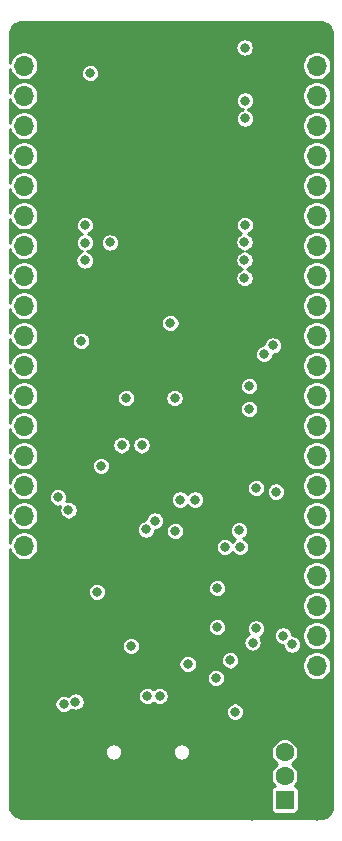
<source format=gbr>
%TF.GenerationSoftware,KiCad,Pcbnew,5.1.5+dfsg1-2build2*%
%TF.CreationDate,2021-07-16T13:05:09+05:30*%
%TF.ProjectId,USBee32-S2,55534265-6533-4322-9d53-322e6b696361,rev?*%
%TF.SameCoordinates,Original*%
%TF.FileFunction,Copper,L2,Inr*%
%TF.FilePolarity,Positive*%
%FSLAX46Y46*%
G04 Gerber Fmt 4.6, Leading zero omitted, Abs format (unit mm)*
G04 Created by KiCad (PCBNEW 5.1.5+dfsg1-2build2) date 2021-07-16 13:05:09*
%MOMM*%
%LPD*%
G04 APERTURE LIST*
%ADD10C,2.150000*%
%ADD11R,1.600000X1.600000*%
%ADD12C,1.600000*%
%ADD13O,1.700000X1.700000*%
%ADD14R,1.700000X1.700000*%
%ADD15O,1.050000X2.100000*%
%ADD16C,0.800000*%
%ADD17C,0.254000*%
G04 APERTURE END LIST*
D10*
X186780000Y-123430000D03*
X186780000Y-116430000D03*
X192220000Y-116430000D03*
X192220000Y-123430000D03*
D11*
X189500000Y-122700000D03*
D12*
X189500000Y-120700000D03*
X189500000Y-118700000D03*
X189500000Y-116700000D03*
D13*
X192220000Y-111355000D03*
X192220000Y-108815000D03*
X192220000Y-106275000D03*
X192220000Y-103735000D03*
X192220000Y-101195000D03*
X192220000Y-98655000D03*
X192220000Y-96115000D03*
X192220000Y-93575000D03*
X192220000Y-91035000D03*
X192220000Y-88495000D03*
X192220000Y-85955000D03*
X192220000Y-83415000D03*
X192220000Y-80875000D03*
X192220000Y-78335000D03*
X192220000Y-75795000D03*
X192220000Y-73255000D03*
X192220000Y-70715000D03*
X192220000Y-68175000D03*
X192220000Y-65635000D03*
X192220000Y-63095000D03*
X192220000Y-60555000D03*
D14*
X192220000Y-58015000D03*
D15*
X182213980Y-122308620D03*
X173573980Y-122308620D03*
X182213980Y-118128620D03*
X173573980Y-118128620D03*
D13*
X167430000Y-101195000D03*
X167430000Y-98655000D03*
X167430000Y-96115000D03*
X167430000Y-93575000D03*
X167430000Y-91035000D03*
X167430000Y-88495000D03*
X167430000Y-85955000D03*
X167430000Y-83415000D03*
X167430000Y-80875000D03*
X167430000Y-78335000D03*
X167430000Y-75795000D03*
X167430000Y-73255000D03*
X167430000Y-70715000D03*
X167430000Y-68175000D03*
X167430000Y-65635000D03*
X167430000Y-63095000D03*
X167430000Y-60555000D03*
D14*
X167430000Y-58015000D03*
D16*
X169968340Y-107150520D03*
X173168340Y-107250520D03*
X176234700Y-63246300D03*
X177734700Y-63246300D03*
X179234700Y-63246300D03*
X180734700Y-63246300D03*
X176234700Y-64746300D03*
X177734700Y-64746300D03*
X179234700Y-64746300D03*
X180734700Y-64746300D03*
X176234700Y-66246300D03*
X177734700Y-66246300D03*
X179234700Y-66246300D03*
X180734700Y-66246300D03*
X176234700Y-67746300D03*
X177734700Y-67746300D03*
X179234700Y-67746300D03*
X180734700Y-67746300D03*
X172649100Y-57552500D03*
X177818000Y-88743700D03*
X187952600Y-81425960D03*
X184442320Y-93125200D03*
X180192500Y-86392900D03*
X176141600Y-83854200D03*
X172357000Y-93379200D03*
X168550000Y-118090000D03*
X168350000Y-121990000D03*
X182500000Y-114200000D03*
X173629320Y-115793520D03*
X173275000Y-114225000D03*
X174200000Y-112200000D03*
X183200000Y-99000000D03*
X182700000Y-111100000D03*
X166900000Y-113600000D03*
X166900000Y-115400000D03*
X179100000Y-92700000D03*
X180900000Y-92700000D03*
X173900000Y-100200000D03*
X177500000Y-104200000D03*
X176649380Y-107561380D03*
X180164740Y-104775000D03*
X182443120Y-116060220D03*
X186504800Y-89640320D03*
X186504800Y-87699760D03*
X179829680Y-82350520D03*
X180192500Y-88692900D03*
X176093340Y-88700520D03*
X172280800Y-83854200D03*
X183800000Y-104800000D03*
X175700000Y-92700000D03*
X177400000Y-92700000D03*
X170300000Y-97100000D03*
X186121260Y-59020620D03*
X171800000Y-114400000D03*
X173963445Y-94433805D03*
X186164440Y-63511340D03*
X181925000Y-97300000D03*
X186154280Y-65020100D03*
X180655000Y-97300000D03*
X185725000Y-101300000D03*
X185634998Y-99900000D03*
X178918980Y-113925720D03*
X178506512Y-99076668D03*
X177868980Y-113925720D03*
X177764048Y-99819132D03*
X176500000Y-109700000D03*
X184900000Y-110900000D03*
X187100000Y-96300000D03*
X187100000Y-108200000D03*
X181300000Y-111200000D03*
X183800000Y-108100000D03*
X186796680Y-109397800D03*
X173050000Y-61200000D03*
X170800000Y-114600000D03*
X171200000Y-98200000D03*
X180243480Y-99951540D03*
X184439560Y-101310440D03*
X186103482Y-78525280D03*
X172577980Y-77039380D03*
X172588140Y-75528080D03*
X172593220Y-74062500D03*
X174700390Y-75525540D03*
X173600000Y-105100000D03*
X188762640Y-96624140D03*
X186106020Y-77029220D03*
X186103480Y-75487440D03*
X186133960Y-74037100D03*
X187756408Y-84986252D03*
X189384548Y-108813208D03*
X183675020Y-112410240D03*
X188498872Y-84243788D03*
X190127012Y-109555672D03*
X185295540Y-115252500D03*
D17*
G36*
X192670950Y-56847752D02*
G01*
X192875259Y-56909436D01*
X193063691Y-57009627D01*
X193229073Y-57144510D01*
X193365106Y-57308946D01*
X193466612Y-57496677D01*
X193529718Y-57700542D01*
X193533584Y-57737327D01*
X193509168Y-123513456D01*
X193425400Y-123707519D01*
X193304534Y-123883067D01*
X193151874Y-124031794D01*
X192973232Y-124148038D01*
X192775416Y-124227370D01*
X192555175Y-124268795D01*
X192461054Y-124272948D01*
X167193431Y-124244050D01*
X166988158Y-124199865D01*
X166792481Y-124115400D01*
X166616933Y-123994534D01*
X166468206Y-123841874D01*
X166351962Y-123663232D01*
X166272630Y-123465416D01*
X166231205Y-123245175D01*
X166227043Y-123150832D01*
X166227024Y-121900000D01*
X188317157Y-121900000D01*
X188317157Y-123500000D01*
X188324513Y-123574689D01*
X188346299Y-123646508D01*
X188381678Y-123712696D01*
X188429289Y-123770711D01*
X188487304Y-123818322D01*
X188553492Y-123853701D01*
X188625311Y-123875487D01*
X188700000Y-123882843D01*
X190300000Y-123882843D01*
X190374689Y-123875487D01*
X190446508Y-123853701D01*
X190512696Y-123818322D01*
X190570711Y-123770711D01*
X190618322Y-123712696D01*
X190653701Y-123646508D01*
X190675487Y-123574689D01*
X190682843Y-123500000D01*
X190682843Y-121900000D01*
X190675487Y-121825311D01*
X190653701Y-121753492D01*
X190618322Y-121687304D01*
X190570711Y-121629289D01*
X190512696Y-121581678D01*
X190446508Y-121546299D01*
X190374689Y-121524513D01*
X190348274Y-121521911D01*
X190417342Y-121452843D01*
X190546588Y-121259413D01*
X190635614Y-121044485D01*
X190681000Y-120816318D01*
X190681000Y-120583682D01*
X190635614Y-120355515D01*
X190546588Y-120140587D01*
X190417342Y-119947157D01*
X190252843Y-119782658D01*
X190129137Y-119700000D01*
X190252843Y-119617342D01*
X190417342Y-119452843D01*
X190546588Y-119259413D01*
X190635614Y-119044485D01*
X190681000Y-118816318D01*
X190681000Y-118583682D01*
X190635614Y-118355515D01*
X190546588Y-118140587D01*
X190417342Y-117947157D01*
X190252843Y-117782658D01*
X190059413Y-117653412D01*
X189844485Y-117564386D01*
X189616318Y-117519000D01*
X189383682Y-117519000D01*
X189155515Y-117564386D01*
X188940587Y-117653412D01*
X188747157Y-117782658D01*
X188582658Y-117947157D01*
X188453412Y-118140587D01*
X188364386Y-118355515D01*
X188319000Y-118583682D01*
X188319000Y-118816318D01*
X188364386Y-119044485D01*
X188453412Y-119259413D01*
X188582658Y-119452843D01*
X188747157Y-119617342D01*
X188870863Y-119700000D01*
X188747157Y-119782658D01*
X188582658Y-119947157D01*
X188453412Y-120140587D01*
X188364386Y-120355515D01*
X188319000Y-120583682D01*
X188319000Y-120816318D01*
X188364386Y-121044485D01*
X188453412Y-121259413D01*
X188582658Y-121452843D01*
X188651726Y-121521911D01*
X188625311Y-121524513D01*
X188553492Y-121546299D01*
X188487304Y-121581678D01*
X188429289Y-121629289D01*
X188381678Y-121687304D01*
X188346299Y-121753492D01*
X188324513Y-121825311D01*
X188317157Y-121900000D01*
X166227024Y-121900000D01*
X166226971Y-118586623D01*
X174272980Y-118586623D01*
X174272980Y-118730617D01*
X174301072Y-118871845D01*
X174356176Y-119004878D01*
X174436175Y-119124605D01*
X174537995Y-119226425D01*
X174657722Y-119306424D01*
X174790755Y-119361528D01*
X174931983Y-119389620D01*
X175075977Y-119389620D01*
X175217205Y-119361528D01*
X175350238Y-119306424D01*
X175469965Y-119226425D01*
X175571785Y-119124605D01*
X175651784Y-119004878D01*
X175706888Y-118871845D01*
X175734980Y-118730617D01*
X175734980Y-118586623D01*
X180052980Y-118586623D01*
X180052980Y-118730617D01*
X180081072Y-118871845D01*
X180136176Y-119004878D01*
X180216175Y-119124605D01*
X180317995Y-119226425D01*
X180437722Y-119306424D01*
X180570755Y-119361528D01*
X180711983Y-119389620D01*
X180855977Y-119389620D01*
X180997205Y-119361528D01*
X181130238Y-119306424D01*
X181249965Y-119226425D01*
X181351785Y-119124605D01*
X181431784Y-119004878D01*
X181486888Y-118871845D01*
X181514980Y-118730617D01*
X181514980Y-118586623D01*
X181486888Y-118445395D01*
X181431784Y-118312362D01*
X181351785Y-118192635D01*
X181249965Y-118090815D01*
X181130238Y-118010816D01*
X180997205Y-117955712D01*
X180855977Y-117927620D01*
X180711983Y-117927620D01*
X180570755Y-117955712D01*
X180437722Y-118010816D01*
X180317995Y-118090815D01*
X180216175Y-118192635D01*
X180136176Y-118312362D01*
X180081072Y-118445395D01*
X180052980Y-118586623D01*
X175734980Y-118586623D01*
X175706888Y-118445395D01*
X175651784Y-118312362D01*
X175571785Y-118192635D01*
X175469965Y-118090815D01*
X175350238Y-118010816D01*
X175217205Y-117955712D01*
X175075977Y-117927620D01*
X174931983Y-117927620D01*
X174790755Y-117955712D01*
X174657722Y-118010816D01*
X174537995Y-118090815D01*
X174436175Y-118192635D01*
X174356176Y-118312362D01*
X174301072Y-118445395D01*
X174272980Y-118586623D01*
X166226971Y-118586623D01*
X166226906Y-114523078D01*
X170019000Y-114523078D01*
X170019000Y-114676922D01*
X170049013Y-114827809D01*
X170107887Y-114969942D01*
X170193358Y-115097859D01*
X170302141Y-115206642D01*
X170430058Y-115292113D01*
X170572191Y-115350987D01*
X170723078Y-115381000D01*
X170876922Y-115381000D01*
X171027809Y-115350987D01*
X171169942Y-115292113D01*
X171297859Y-115206642D01*
X171406642Y-115097859D01*
X171416524Y-115083070D01*
X171430058Y-115092113D01*
X171572191Y-115150987D01*
X171723078Y-115181000D01*
X171876922Y-115181000D01*
X171904180Y-115175578D01*
X184514540Y-115175578D01*
X184514540Y-115329422D01*
X184544553Y-115480309D01*
X184603427Y-115622442D01*
X184688898Y-115750359D01*
X184797681Y-115859142D01*
X184925598Y-115944613D01*
X185067731Y-116003487D01*
X185218618Y-116033500D01*
X185372462Y-116033500D01*
X185523349Y-116003487D01*
X185665482Y-115944613D01*
X185793399Y-115859142D01*
X185902182Y-115750359D01*
X185987653Y-115622442D01*
X186046527Y-115480309D01*
X186076540Y-115329422D01*
X186076540Y-115175578D01*
X186046527Y-115024691D01*
X185987653Y-114882558D01*
X185902182Y-114754641D01*
X185793399Y-114645858D01*
X185665482Y-114560387D01*
X185523349Y-114501513D01*
X185372462Y-114471500D01*
X185218618Y-114471500D01*
X185067731Y-114501513D01*
X184925598Y-114560387D01*
X184797681Y-114645858D01*
X184688898Y-114754641D01*
X184603427Y-114882558D01*
X184544553Y-115024691D01*
X184514540Y-115175578D01*
X171904180Y-115175578D01*
X172027809Y-115150987D01*
X172169942Y-115092113D01*
X172297859Y-115006642D01*
X172406642Y-114897859D01*
X172492113Y-114769942D01*
X172550987Y-114627809D01*
X172581000Y-114476922D01*
X172581000Y-114323078D01*
X172550987Y-114172191D01*
X172492113Y-114030058D01*
X172406642Y-113902141D01*
X172353299Y-113848798D01*
X177087980Y-113848798D01*
X177087980Y-114002642D01*
X177117993Y-114153529D01*
X177176867Y-114295662D01*
X177262338Y-114423579D01*
X177371121Y-114532362D01*
X177499038Y-114617833D01*
X177641171Y-114676707D01*
X177792058Y-114706720D01*
X177945902Y-114706720D01*
X178096789Y-114676707D01*
X178238922Y-114617833D01*
X178366839Y-114532362D01*
X178393980Y-114505221D01*
X178421121Y-114532362D01*
X178549038Y-114617833D01*
X178691171Y-114676707D01*
X178842058Y-114706720D01*
X178995902Y-114706720D01*
X179146789Y-114676707D01*
X179288922Y-114617833D01*
X179416839Y-114532362D01*
X179525622Y-114423579D01*
X179611093Y-114295662D01*
X179669967Y-114153529D01*
X179699980Y-114002642D01*
X179699980Y-113848798D01*
X179669967Y-113697911D01*
X179611093Y-113555778D01*
X179525622Y-113427861D01*
X179416839Y-113319078D01*
X179288922Y-113233607D01*
X179146789Y-113174733D01*
X178995902Y-113144720D01*
X178842058Y-113144720D01*
X178691171Y-113174733D01*
X178549038Y-113233607D01*
X178421121Y-113319078D01*
X178393980Y-113346219D01*
X178366839Y-113319078D01*
X178238922Y-113233607D01*
X178096789Y-113174733D01*
X177945902Y-113144720D01*
X177792058Y-113144720D01*
X177641171Y-113174733D01*
X177499038Y-113233607D01*
X177371121Y-113319078D01*
X177262338Y-113427861D01*
X177176867Y-113555778D01*
X177117993Y-113697911D01*
X177087980Y-113848798D01*
X172353299Y-113848798D01*
X172297859Y-113793358D01*
X172169942Y-113707887D01*
X172027809Y-113649013D01*
X171876922Y-113619000D01*
X171723078Y-113619000D01*
X171572191Y-113649013D01*
X171430058Y-113707887D01*
X171302141Y-113793358D01*
X171193358Y-113902141D01*
X171183476Y-113916930D01*
X171169942Y-113907887D01*
X171027809Y-113849013D01*
X170876922Y-113819000D01*
X170723078Y-113819000D01*
X170572191Y-113849013D01*
X170430058Y-113907887D01*
X170302141Y-113993358D01*
X170193358Y-114102141D01*
X170107887Y-114230058D01*
X170049013Y-114372191D01*
X170019000Y-114523078D01*
X166226906Y-114523078D01*
X166226872Y-112333318D01*
X182894020Y-112333318D01*
X182894020Y-112487162D01*
X182924033Y-112638049D01*
X182982907Y-112780182D01*
X183068378Y-112908099D01*
X183177161Y-113016882D01*
X183305078Y-113102353D01*
X183447211Y-113161227D01*
X183598098Y-113191240D01*
X183751942Y-113191240D01*
X183902829Y-113161227D01*
X184044962Y-113102353D01*
X184172879Y-113016882D01*
X184281662Y-112908099D01*
X184367133Y-112780182D01*
X184426007Y-112638049D01*
X184456020Y-112487162D01*
X184456020Y-112333318D01*
X184426007Y-112182431D01*
X184367133Y-112040298D01*
X184281662Y-111912381D01*
X184172879Y-111803598D01*
X184044962Y-111718127D01*
X183902829Y-111659253D01*
X183751942Y-111629240D01*
X183598098Y-111629240D01*
X183447211Y-111659253D01*
X183305078Y-111718127D01*
X183177161Y-111803598D01*
X183068378Y-111912381D01*
X182982907Y-112040298D01*
X182924033Y-112182431D01*
X182894020Y-112333318D01*
X166226872Y-112333318D01*
X166226852Y-111123078D01*
X180519000Y-111123078D01*
X180519000Y-111276922D01*
X180549013Y-111427809D01*
X180607887Y-111569942D01*
X180693358Y-111697859D01*
X180802141Y-111806642D01*
X180930058Y-111892113D01*
X181072191Y-111950987D01*
X181223078Y-111981000D01*
X181376922Y-111981000D01*
X181527809Y-111950987D01*
X181669942Y-111892113D01*
X181797859Y-111806642D01*
X181906642Y-111697859D01*
X181992113Y-111569942D01*
X182050987Y-111427809D01*
X182081000Y-111276922D01*
X182081000Y-111123078D01*
X182050987Y-110972191D01*
X181992113Y-110830058D01*
X181987450Y-110823078D01*
X184119000Y-110823078D01*
X184119000Y-110976922D01*
X184149013Y-111127809D01*
X184207887Y-111269942D01*
X184293358Y-111397859D01*
X184402141Y-111506642D01*
X184530058Y-111592113D01*
X184672191Y-111650987D01*
X184823078Y-111681000D01*
X184976922Y-111681000D01*
X185127809Y-111650987D01*
X185269942Y-111592113D01*
X185397859Y-111506642D01*
X185506642Y-111397859D01*
X185592113Y-111269942D01*
X185607101Y-111233757D01*
X190989000Y-111233757D01*
X190989000Y-111476243D01*
X191036307Y-111714069D01*
X191129102Y-111938097D01*
X191263820Y-112139717D01*
X191435283Y-112311180D01*
X191636903Y-112445898D01*
X191860931Y-112538693D01*
X192098757Y-112586000D01*
X192341243Y-112586000D01*
X192579069Y-112538693D01*
X192803097Y-112445898D01*
X193004717Y-112311180D01*
X193176180Y-112139717D01*
X193310898Y-111938097D01*
X193403693Y-111714069D01*
X193451000Y-111476243D01*
X193451000Y-111233757D01*
X193403693Y-110995931D01*
X193310898Y-110771903D01*
X193176180Y-110570283D01*
X193004717Y-110398820D01*
X192803097Y-110264102D01*
X192579069Y-110171307D01*
X192341243Y-110124000D01*
X192098757Y-110124000D01*
X191860931Y-110171307D01*
X191636903Y-110264102D01*
X191435283Y-110398820D01*
X191263820Y-110570283D01*
X191129102Y-110771903D01*
X191036307Y-110995931D01*
X190989000Y-111233757D01*
X185607101Y-111233757D01*
X185650987Y-111127809D01*
X185681000Y-110976922D01*
X185681000Y-110823078D01*
X185650987Y-110672191D01*
X185592113Y-110530058D01*
X185506642Y-110402141D01*
X185397859Y-110293358D01*
X185269942Y-110207887D01*
X185127809Y-110149013D01*
X184976922Y-110119000D01*
X184823078Y-110119000D01*
X184672191Y-110149013D01*
X184530058Y-110207887D01*
X184402141Y-110293358D01*
X184293358Y-110402141D01*
X184207887Y-110530058D01*
X184149013Y-110672191D01*
X184119000Y-110823078D01*
X181987450Y-110823078D01*
X181906642Y-110702141D01*
X181797859Y-110593358D01*
X181669942Y-110507887D01*
X181527809Y-110449013D01*
X181376922Y-110419000D01*
X181223078Y-110419000D01*
X181072191Y-110449013D01*
X180930058Y-110507887D01*
X180802141Y-110593358D01*
X180693358Y-110702141D01*
X180607887Y-110830058D01*
X180549013Y-110972191D01*
X180519000Y-111123078D01*
X166226852Y-111123078D01*
X166226828Y-109623078D01*
X175719000Y-109623078D01*
X175719000Y-109776922D01*
X175749013Y-109927809D01*
X175807887Y-110069942D01*
X175893358Y-110197859D01*
X176002141Y-110306642D01*
X176130058Y-110392113D01*
X176272191Y-110450987D01*
X176423078Y-110481000D01*
X176576922Y-110481000D01*
X176727809Y-110450987D01*
X176869942Y-110392113D01*
X176997859Y-110306642D01*
X177106642Y-110197859D01*
X177192113Y-110069942D01*
X177250987Y-109927809D01*
X177281000Y-109776922D01*
X177281000Y-109623078D01*
X177250987Y-109472191D01*
X177192113Y-109330058D01*
X177185980Y-109320878D01*
X186015680Y-109320878D01*
X186015680Y-109474722D01*
X186045693Y-109625609D01*
X186104567Y-109767742D01*
X186190038Y-109895659D01*
X186298821Y-110004442D01*
X186426738Y-110089913D01*
X186568871Y-110148787D01*
X186719758Y-110178800D01*
X186873602Y-110178800D01*
X187024489Y-110148787D01*
X187166622Y-110089913D01*
X187294539Y-110004442D01*
X187403322Y-109895659D01*
X187488793Y-109767742D01*
X187547667Y-109625609D01*
X187577680Y-109474722D01*
X187577680Y-109320878D01*
X187547667Y-109169991D01*
X187488793Y-109027858D01*
X187413667Y-108915423D01*
X187469942Y-108892113D01*
X187597859Y-108806642D01*
X187668215Y-108736286D01*
X188603548Y-108736286D01*
X188603548Y-108890130D01*
X188633561Y-109041017D01*
X188692435Y-109183150D01*
X188777906Y-109311067D01*
X188886689Y-109419850D01*
X189014606Y-109505321D01*
X189156739Y-109564195D01*
X189307626Y-109594208D01*
X189346012Y-109594208D01*
X189346012Y-109632594D01*
X189376025Y-109783481D01*
X189434899Y-109925614D01*
X189520370Y-110053531D01*
X189629153Y-110162314D01*
X189757070Y-110247785D01*
X189899203Y-110306659D01*
X190050090Y-110336672D01*
X190203934Y-110336672D01*
X190354821Y-110306659D01*
X190496954Y-110247785D01*
X190624871Y-110162314D01*
X190733654Y-110053531D01*
X190819125Y-109925614D01*
X190877999Y-109783481D01*
X190908012Y-109632594D01*
X190908012Y-109478750D01*
X190877999Y-109327863D01*
X190819125Y-109185730D01*
X190733654Y-109057813D01*
X190624871Y-108949030D01*
X190496954Y-108863559D01*
X190354821Y-108804685D01*
X190203934Y-108774672D01*
X190165548Y-108774672D01*
X190165548Y-108736286D01*
X190157089Y-108693757D01*
X190989000Y-108693757D01*
X190989000Y-108936243D01*
X191036307Y-109174069D01*
X191129102Y-109398097D01*
X191263820Y-109599717D01*
X191435283Y-109771180D01*
X191636903Y-109905898D01*
X191860931Y-109998693D01*
X192098757Y-110046000D01*
X192341243Y-110046000D01*
X192579069Y-109998693D01*
X192803097Y-109905898D01*
X193004717Y-109771180D01*
X193176180Y-109599717D01*
X193310898Y-109398097D01*
X193403693Y-109174069D01*
X193451000Y-108936243D01*
X193451000Y-108693757D01*
X193403693Y-108455931D01*
X193310898Y-108231903D01*
X193176180Y-108030283D01*
X193004717Y-107858820D01*
X192803097Y-107724102D01*
X192579069Y-107631307D01*
X192341243Y-107584000D01*
X192098757Y-107584000D01*
X191860931Y-107631307D01*
X191636903Y-107724102D01*
X191435283Y-107858820D01*
X191263820Y-108030283D01*
X191129102Y-108231903D01*
X191036307Y-108455931D01*
X190989000Y-108693757D01*
X190157089Y-108693757D01*
X190135535Y-108585399D01*
X190076661Y-108443266D01*
X189991190Y-108315349D01*
X189882407Y-108206566D01*
X189754490Y-108121095D01*
X189612357Y-108062221D01*
X189461470Y-108032208D01*
X189307626Y-108032208D01*
X189156739Y-108062221D01*
X189014606Y-108121095D01*
X188886689Y-108206566D01*
X188777906Y-108315349D01*
X188692435Y-108443266D01*
X188633561Y-108585399D01*
X188603548Y-108736286D01*
X187668215Y-108736286D01*
X187706642Y-108697859D01*
X187792113Y-108569942D01*
X187850987Y-108427809D01*
X187881000Y-108276922D01*
X187881000Y-108123078D01*
X187850987Y-107972191D01*
X187792113Y-107830058D01*
X187706642Y-107702141D01*
X187597859Y-107593358D01*
X187469942Y-107507887D01*
X187327809Y-107449013D01*
X187176922Y-107419000D01*
X187023078Y-107419000D01*
X186872191Y-107449013D01*
X186730058Y-107507887D01*
X186602141Y-107593358D01*
X186493358Y-107702141D01*
X186407887Y-107830058D01*
X186349013Y-107972191D01*
X186319000Y-108123078D01*
X186319000Y-108276922D01*
X186349013Y-108427809D01*
X186407887Y-108569942D01*
X186483013Y-108682377D01*
X186426738Y-108705687D01*
X186298821Y-108791158D01*
X186190038Y-108899941D01*
X186104567Y-109027858D01*
X186045693Y-109169991D01*
X186015680Y-109320878D01*
X177185980Y-109320878D01*
X177106642Y-109202141D01*
X176997859Y-109093358D01*
X176869942Y-109007887D01*
X176727809Y-108949013D01*
X176576922Y-108919000D01*
X176423078Y-108919000D01*
X176272191Y-108949013D01*
X176130058Y-109007887D01*
X176002141Y-109093358D01*
X175893358Y-109202141D01*
X175807887Y-109330058D01*
X175749013Y-109472191D01*
X175719000Y-109623078D01*
X166226828Y-109623078D01*
X166226803Y-108023078D01*
X183019000Y-108023078D01*
X183019000Y-108176922D01*
X183049013Y-108327809D01*
X183107887Y-108469942D01*
X183193358Y-108597859D01*
X183302141Y-108706642D01*
X183430058Y-108792113D01*
X183572191Y-108850987D01*
X183723078Y-108881000D01*
X183876922Y-108881000D01*
X184027809Y-108850987D01*
X184169942Y-108792113D01*
X184297859Y-108706642D01*
X184406642Y-108597859D01*
X184492113Y-108469942D01*
X184550987Y-108327809D01*
X184581000Y-108176922D01*
X184581000Y-108023078D01*
X184550987Y-107872191D01*
X184492113Y-107730058D01*
X184406642Y-107602141D01*
X184297859Y-107493358D01*
X184169942Y-107407887D01*
X184027809Y-107349013D01*
X183876922Y-107319000D01*
X183723078Y-107319000D01*
X183572191Y-107349013D01*
X183430058Y-107407887D01*
X183302141Y-107493358D01*
X183193358Y-107602141D01*
X183107887Y-107730058D01*
X183049013Y-107872191D01*
X183019000Y-108023078D01*
X166226803Y-108023078D01*
X166226773Y-106153757D01*
X190989000Y-106153757D01*
X190989000Y-106396243D01*
X191036307Y-106634069D01*
X191129102Y-106858097D01*
X191263820Y-107059717D01*
X191435283Y-107231180D01*
X191636903Y-107365898D01*
X191860931Y-107458693D01*
X192098757Y-107506000D01*
X192341243Y-107506000D01*
X192579069Y-107458693D01*
X192803097Y-107365898D01*
X193004717Y-107231180D01*
X193176180Y-107059717D01*
X193310898Y-106858097D01*
X193403693Y-106634069D01*
X193451000Y-106396243D01*
X193451000Y-106153757D01*
X193403693Y-105915931D01*
X193310898Y-105691903D01*
X193176180Y-105490283D01*
X193004717Y-105318820D01*
X192803097Y-105184102D01*
X192579069Y-105091307D01*
X192341243Y-105044000D01*
X192098757Y-105044000D01*
X191860931Y-105091307D01*
X191636903Y-105184102D01*
X191435283Y-105318820D01*
X191263820Y-105490283D01*
X191129102Y-105691903D01*
X191036307Y-105915931D01*
X190989000Y-106153757D01*
X166226773Y-106153757D01*
X166226754Y-105023078D01*
X172819000Y-105023078D01*
X172819000Y-105176922D01*
X172849013Y-105327809D01*
X172907887Y-105469942D01*
X172993358Y-105597859D01*
X173102141Y-105706642D01*
X173230058Y-105792113D01*
X173372191Y-105850987D01*
X173523078Y-105881000D01*
X173676922Y-105881000D01*
X173827809Y-105850987D01*
X173969942Y-105792113D01*
X174097859Y-105706642D01*
X174206642Y-105597859D01*
X174292113Y-105469942D01*
X174350987Y-105327809D01*
X174381000Y-105176922D01*
X174381000Y-105023078D01*
X174350987Y-104872191D01*
X174292113Y-104730058D01*
X174287450Y-104723078D01*
X183019000Y-104723078D01*
X183019000Y-104876922D01*
X183049013Y-105027809D01*
X183107887Y-105169942D01*
X183193358Y-105297859D01*
X183302141Y-105406642D01*
X183430058Y-105492113D01*
X183572191Y-105550987D01*
X183723078Y-105581000D01*
X183876922Y-105581000D01*
X184027809Y-105550987D01*
X184169942Y-105492113D01*
X184297859Y-105406642D01*
X184406642Y-105297859D01*
X184492113Y-105169942D01*
X184550987Y-105027809D01*
X184581000Y-104876922D01*
X184581000Y-104723078D01*
X184550987Y-104572191D01*
X184492113Y-104430058D01*
X184406642Y-104302141D01*
X184297859Y-104193358D01*
X184169942Y-104107887D01*
X184027809Y-104049013D01*
X183876922Y-104019000D01*
X183723078Y-104019000D01*
X183572191Y-104049013D01*
X183430058Y-104107887D01*
X183302141Y-104193358D01*
X183193358Y-104302141D01*
X183107887Y-104430058D01*
X183049013Y-104572191D01*
X183019000Y-104723078D01*
X174287450Y-104723078D01*
X174206642Y-104602141D01*
X174097859Y-104493358D01*
X173969942Y-104407887D01*
X173827809Y-104349013D01*
X173676922Y-104319000D01*
X173523078Y-104319000D01*
X173372191Y-104349013D01*
X173230058Y-104407887D01*
X173102141Y-104493358D01*
X172993358Y-104602141D01*
X172907887Y-104730058D01*
X172849013Y-104872191D01*
X172819000Y-105023078D01*
X166226754Y-105023078D01*
X166226732Y-103613757D01*
X190989000Y-103613757D01*
X190989000Y-103856243D01*
X191036307Y-104094069D01*
X191129102Y-104318097D01*
X191263820Y-104519717D01*
X191435283Y-104691180D01*
X191636903Y-104825898D01*
X191860931Y-104918693D01*
X192098757Y-104966000D01*
X192341243Y-104966000D01*
X192579069Y-104918693D01*
X192803097Y-104825898D01*
X193004717Y-104691180D01*
X193176180Y-104519717D01*
X193310898Y-104318097D01*
X193403693Y-104094069D01*
X193451000Y-103856243D01*
X193451000Y-103613757D01*
X193403693Y-103375931D01*
X193310898Y-103151903D01*
X193176180Y-102950283D01*
X193004717Y-102778820D01*
X192803097Y-102644102D01*
X192579069Y-102551307D01*
X192341243Y-102504000D01*
X192098757Y-102504000D01*
X191860931Y-102551307D01*
X191636903Y-102644102D01*
X191435283Y-102778820D01*
X191263820Y-102950283D01*
X191129102Y-103151903D01*
X191036307Y-103375931D01*
X190989000Y-103613757D01*
X166226732Y-103613757D01*
X166226696Y-101455477D01*
X166246307Y-101554069D01*
X166339102Y-101778097D01*
X166473820Y-101979717D01*
X166645283Y-102151180D01*
X166846903Y-102285898D01*
X167070931Y-102378693D01*
X167308757Y-102426000D01*
X167551243Y-102426000D01*
X167789069Y-102378693D01*
X168013097Y-102285898D01*
X168214717Y-102151180D01*
X168386180Y-101979717D01*
X168520898Y-101778097D01*
X168613693Y-101554069D01*
X168661000Y-101316243D01*
X168661000Y-101233518D01*
X183658560Y-101233518D01*
X183658560Y-101387362D01*
X183688573Y-101538249D01*
X183747447Y-101680382D01*
X183832918Y-101808299D01*
X183941701Y-101917082D01*
X184069618Y-102002553D01*
X184211751Y-102061427D01*
X184362638Y-102091440D01*
X184516482Y-102091440D01*
X184667369Y-102061427D01*
X184809502Y-102002553D01*
X184937419Y-101917082D01*
X185046202Y-101808299D01*
X185085768Y-101749084D01*
X185118358Y-101797859D01*
X185227141Y-101906642D01*
X185355058Y-101992113D01*
X185497191Y-102050987D01*
X185648078Y-102081000D01*
X185801922Y-102081000D01*
X185952809Y-102050987D01*
X186094942Y-101992113D01*
X186222859Y-101906642D01*
X186331642Y-101797859D01*
X186417113Y-101669942D01*
X186475987Y-101527809D01*
X186506000Y-101376922D01*
X186506000Y-101223078D01*
X186476299Y-101073757D01*
X190989000Y-101073757D01*
X190989000Y-101316243D01*
X191036307Y-101554069D01*
X191129102Y-101778097D01*
X191263820Y-101979717D01*
X191435283Y-102151180D01*
X191636903Y-102285898D01*
X191860931Y-102378693D01*
X192098757Y-102426000D01*
X192341243Y-102426000D01*
X192579069Y-102378693D01*
X192803097Y-102285898D01*
X193004717Y-102151180D01*
X193176180Y-101979717D01*
X193310898Y-101778097D01*
X193403693Y-101554069D01*
X193451000Y-101316243D01*
X193451000Y-101073757D01*
X193403693Y-100835931D01*
X193310898Y-100611903D01*
X193176180Y-100410283D01*
X193004717Y-100238820D01*
X192803097Y-100104102D01*
X192579069Y-100011307D01*
X192341243Y-99964000D01*
X192098757Y-99964000D01*
X191860931Y-100011307D01*
X191636903Y-100104102D01*
X191435283Y-100238820D01*
X191263820Y-100410283D01*
X191129102Y-100611903D01*
X191036307Y-100835931D01*
X190989000Y-101073757D01*
X186476299Y-101073757D01*
X186475987Y-101072191D01*
X186417113Y-100930058D01*
X186331642Y-100802141D01*
X186222859Y-100693358D01*
X186094942Y-100607887D01*
X186024809Y-100578837D01*
X186132857Y-100506642D01*
X186241640Y-100397859D01*
X186327111Y-100269942D01*
X186385985Y-100127809D01*
X186415998Y-99976922D01*
X186415998Y-99823078D01*
X186385985Y-99672191D01*
X186327111Y-99530058D01*
X186241640Y-99402141D01*
X186132857Y-99293358D01*
X186004940Y-99207887D01*
X185862807Y-99149013D01*
X185711920Y-99119000D01*
X185558076Y-99119000D01*
X185407189Y-99149013D01*
X185265056Y-99207887D01*
X185137139Y-99293358D01*
X185028356Y-99402141D01*
X184942885Y-99530058D01*
X184884011Y-99672191D01*
X184853998Y-99823078D01*
X184853998Y-99976922D01*
X184884011Y-100127809D01*
X184942885Y-100269942D01*
X185028356Y-100397859D01*
X185137139Y-100506642D01*
X185265056Y-100592113D01*
X185335189Y-100621163D01*
X185227141Y-100693358D01*
X185118358Y-100802141D01*
X185078792Y-100861356D01*
X185046202Y-100812581D01*
X184937419Y-100703798D01*
X184809502Y-100618327D01*
X184667369Y-100559453D01*
X184516482Y-100529440D01*
X184362638Y-100529440D01*
X184211751Y-100559453D01*
X184069618Y-100618327D01*
X183941701Y-100703798D01*
X183832918Y-100812581D01*
X183747447Y-100940498D01*
X183688573Y-101082631D01*
X183658560Y-101233518D01*
X168661000Y-101233518D01*
X168661000Y-101073757D01*
X168613693Y-100835931D01*
X168520898Y-100611903D01*
X168386180Y-100410283D01*
X168214717Y-100238820D01*
X168013097Y-100104102D01*
X167789069Y-100011307D01*
X167551243Y-99964000D01*
X167308757Y-99964000D01*
X167070931Y-100011307D01*
X166846903Y-100104102D01*
X166645283Y-100238820D01*
X166473820Y-100410283D01*
X166339102Y-100611903D01*
X166246307Y-100835931D01*
X166226687Y-100934565D01*
X166226655Y-98915272D01*
X166246307Y-99014069D01*
X166339102Y-99238097D01*
X166473820Y-99439717D01*
X166645283Y-99611180D01*
X166846903Y-99745898D01*
X167070931Y-99838693D01*
X167308757Y-99886000D01*
X167551243Y-99886000D01*
X167789069Y-99838693D01*
X168013097Y-99745898D01*
X168018616Y-99742210D01*
X176983048Y-99742210D01*
X176983048Y-99896054D01*
X177013061Y-100046941D01*
X177071935Y-100189074D01*
X177157406Y-100316991D01*
X177266189Y-100425774D01*
X177394106Y-100511245D01*
X177536239Y-100570119D01*
X177687126Y-100600132D01*
X177840970Y-100600132D01*
X177991857Y-100570119D01*
X178133990Y-100511245D01*
X178261907Y-100425774D01*
X178370690Y-100316991D01*
X178456161Y-100189074D01*
X178515035Y-100046941D01*
X178545048Y-99896054D01*
X178545048Y-99874618D01*
X179462480Y-99874618D01*
X179462480Y-100028462D01*
X179492493Y-100179349D01*
X179551367Y-100321482D01*
X179636838Y-100449399D01*
X179745621Y-100558182D01*
X179873538Y-100643653D01*
X180015671Y-100702527D01*
X180166558Y-100732540D01*
X180320402Y-100732540D01*
X180471289Y-100702527D01*
X180613422Y-100643653D01*
X180741339Y-100558182D01*
X180850122Y-100449399D01*
X180935593Y-100321482D01*
X180994467Y-100179349D01*
X181024480Y-100028462D01*
X181024480Y-99874618D01*
X180994467Y-99723731D01*
X180935593Y-99581598D01*
X180850122Y-99453681D01*
X180741339Y-99344898D01*
X180613422Y-99259427D01*
X180471289Y-99200553D01*
X180320402Y-99170540D01*
X180166558Y-99170540D01*
X180015671Y-99200553D01*
X179873538Y-99259427D01*
X179745621Y-99344898D01*
X179636838Y-99453681D01*
X179551367Y-99581598D01*
X179492493Y-99723731D01*
X179462480Y-99874618D01*
X178545048Y-99874618D01*
X178545048Y-99857668D01*
X178583434Y-99857668D01*
X178734321Y-99827655D01*
X178876454Y-99768781D01*
X179004371Y-99683310D01*
X179113154Y-99574527D01*
X179198625Y-99446610D01*
X179257499Y-99304477D01*
X179287512Y-99153590D01*
X179287512Y-98999746D01*
X179257499Y-98848859D01*
X179198625Y-98706726D01*
X179113154Y-98578809D01*
X179068102Y-98533757D01*
X190989000Y-98533757D01*
X190989000Y-98776243D01*
X191036307Y-99014069D01*
X191129102Y-99238097D01*
X191263820Y-99439717D01*
X191435283Y-99611180D01*
X191636903Y-99745898D01*
X191860931Y-99838693D01*
X192098757Y-99886000D01*
X192341243Y-99886000D01*
X192579069Y-99838693D01*
X192803097Y-99745898D01*
X193004717Y-99611180D01*
X193176180Y-99439717D01*
X193310898Y-99238097D01*
X193403693Y-99014069D01*
X193451000Y-98776243D01*
X193451000Y-98533757D01*
X193403693Y-98295931D01*
X193310898Y-98071903D01*
X193176180Y-97870283D01*
X193004717Y-97698820D01*
X192803097Y-97564102D01*
X192579069Y-97471307D01*
X192341243Y-97424000D01*
X192098757Y-97424000D01*
X191860931Y-97471307D01*
X191636903Y-97564102D01*
X191435283Y-97698820D01*
X191263820Y-97870283D01*
X191129102Y-98071903D01*
X191036307Y-98295931D01*
X190989000Y-98533757D01*
X179068102Y-98533757D01*
X179004371Y-98470026D01*
X178876454Y-98384555D01*
X178734321Y-98325681D01*
X178583434Y-98295668D01*
X178429590Y-98295668D01*
X178278703Y-98325681D01*
X178136570Y-98384555D01*
X178008653Y-98470026D01*
X177899870Y-98578809D01*
X177814399Y-98706726D01*
X177755525Y-98848859D01*
X177725512Y-98999746D01*
X177725512Y-99038132D01*
X177687126Y-99038132D01*
X177536239Y-99068145D01*
X177394106Y-99127019D01*
X177266189Y-99212490D01*
X177157406Y-99321273D01*
X177071935Y-99449190D01*
X177013061Y-99591323D01*
X176983048Y-99742210D01*
X168018616Y-99742210D01*
X168214717Y-99611180D01*
X168386180Y-99439717D01*
X168520898Y-99238097D01*
X168613693Y-99014069D01*
X168661000Y-98776243D01*
X168661000Y-98533757D01*
X168613693Y-98295931D01*
X168520898Y-98071903D01*
X168386180Y-97870283D01*
X168214717Y-97698820D01*
X168013097Y-97564102D01*
X167789069Y-97471307D01*
X167551243Y-97424000D01*
X167308757Y-97424000D01*
X167070931Y-97471307D01*
X166846903Y-97564102D01*
X166645283Y-97698820D01*
X166473820Y-97870283D01*
X166339102Y-98071903D01*
X166246307Y-98295931D01*
X166226647Y-98394769D01*
X166226614Y-96375068D01*
X166246307Y-96474069D01*
X166339102Y-96698097D01*
X166473820Y-96899717D01*
X166645283Y-97071180D01*
X166846903Y-97205898D01*
X167070931Y-97298693D01*
X167308757Y-97346000D01*
X167551243Y-97346000D01*
X167789069Y-97298693D01*
X168013097Y-97205898D01*
X168214717Y-97071180D01*
X168262819Y-97023078D01*
X169519000Y-97023078D01*
X169519000Y-97176922D01*
X169549013Y-97327809D01*
X169607887Y-97469942D01*
X169693358Y-97597859D01*
X169802141Y-97706642D01*
X169930058Y-97792113D01*
X170072191Y-97850987D01*
X170223078Y-97881000D01*
X170376922Y-97881000D01*
X170496651Y-97857185D01*
X170449013Y-97972191D01*
X170419000Y-98123078D01*
X170419000Y-98276922D01*
X170449013Y-98427809D01*
X170507887Y-98569942D01*
X170593358Y-98697859D01*
X170702141Y-98806642D01*
X170830058Y-98892113D01*
X170972191Y-98950987D01*
X171123078Y-98981000D01*
X171276922Y-98981000D01*
X171427809Y-98950987D01*
X171569942Y-98892113D01*
X171697859Y-98806642D01*
X171806642Y-98697859D01*
X171892113Y-98569942D01*
X171950987Y-98427809D01*
X171981000Y-98276922D01*
X171981000Y-98123078D01*
X171950987Y-97972191D01*
X171892113Y-97830058D01*
X171806642Y-97702141D01*
X171697859Y-97593358D01*
X171569942Y-97507887D01*
X171427809Y-97449013D01*
X171276922Y-97419000D01*
X171123078Y-97419000D01*
X171003349Y-97442815D01*
X171050987Y-97327809D01*
X171071819Y-97223078D01*
X179874000Y-97223078D01*
X179874000Y-97376922D01*
X179904013Y-97527809D01*
X179962887Y-97669942D01*
X180048358Y-97797859D01*
X180157141Y-97906642D01*
X180285058Y-97992113D01*
X180427191Y-98050987D01*
X180578078Y-98081000D01*
X180731922Y-98081000D01*
X180882809Y-98050987D01*
X181024942Y-97992113D01*
X181152859Y-97906642D01*
X181261642Y-97797859D01*
X181290000Y-97755418D01*
X181318358Y-97797859D01*
X181427141Y-97906642D01*
X181555058Y-97992113D01*
X181697191Y-98050987D01*
X181848078Y-98081000D01*
X182001922Y-98081000D01*
X182152809Y-98050987D01*
X182294942Y-97992113D01*
X182422859Y-97906642D01*
X182531642Y-97797859D01*
X182617113Y-97669942D01*
X182675987Y-97527809D01*
X182706000Y-97376922D01*
X182706000Y-97223078D01*
X182675987Y-97072191D01*
X182617113Y-96930058D01*
X182531642Y-96802141D01*
X182422859Y-96693358D01*
X182294942Y-96607887D01*
X182152809Y-96549013D01*
X182001922Y-96519000D01*
X181848078Y-96519000D01*
X181697191Y-96549013D01*
X181555058Y-96607887D01*
X181427141Y-96693358D01*
X181318358Y-96802141D01*
X181290000Y-96844582D01*
X181261642Y-96802141D01*
X181152859Y-96693358D01*
X181024942Y-96607887D01*
X180882809Y-96549013D01*
X180731922Y-96519000D01*
X180578078Y-96519000D01*
X180427191Y-96549013D01*
X180285058Y-96607887D01*
X180157141Y-96693358D01*
X180048358Y-96802141D01*
X179962887Y-96930058D01*
X179904013Y-97072191D01*
X179874000Y-97223078D01*
X171071819Y-97223078D01*
X171081000Y-97176922D01*
X171081000Y-97023078D01*
X171050987Y-96872191D01*
X170992113Y-96730058D01*
X170906642Y-96602141D01*
X170797859Y-96493358D01*
X170669942Y-96407887D01*
X170527809Y-96349013D01*
X170376922Y-96319000D01*
X170223078Y-96319000D01*
X170072191Y-96349013D01*
X169930058Y-96407887D01*
X169802141Y-96493358D01*
X169693358Y-96602141D01*
X169607887Y-96730058D01*
X169549013Y-96872191D01*
X169519000Y-97023078D01*
X168262819Y-97023078D01*
X168386180Y-96899717D01*
X168520898Y-96698097D01*
X168613693Y-96474069D01*
X168661000Y-96236243D01*
X168661000Y-96223078D01*
X186319000Y-96223078D01*
X186319000Y-96376922D01*
X186349013Y-96527809D01*
X186407887Y-96669942D01*
X186493358Y-96797859D01*
X186602141Y-96906642D01*
X186730058Y-96992113D01*
X186872191Y-97050987D01*
X187023078Y-97081000D01*
X187176922Y-97081000D01*
X187327809Y-97050987D01*
X187469942Y-96992113D01*
X187597859Y-96906642D01*
X187706642Y-96797859D01*
X187792113Y-96669942D01*
X187842947Y-96547218D01*
X187981640Y-96547218D01*
X187981640Y-96701062D01*
X188011653Y-96851949D01*
X188070527Y-96994082D01*
X188155998Y-97121999D01*
X188264781Y-97230782D01*
X188392698Y-97316253D01*
X188534831Y-97375127D01*
X188685718Y-97405140D01*
X188839562Y-97405140D01*
X188990449Y-97375127D01*
X189132582Y-97316253D01*
X189260499Y-97230782D01*
X189369282Y-97121999D01*
X189454753Y-96994082D01*
X189513627Y-96851949D01*
X189543640Y-96701062D01*
X189543640Y-96547218D01*
X189513627Y-96396331D01*
X189454753Y-96254198D01*
X189369282Y-96126281D01*
X189260499Y-96017498D01*
X189224968Y-95993757D01*
X190989000Y-95993757D01*
X190989000Y-96236243D01*
X191036307Y-96474069D01*
X191129102Y-96698097D01*
X191263820Y-96899717D01*
X191435283Y-97071180D01*
X191636903Y-97205898D01*
X191860931Y-97298693D01*
X192098757Y-97346000D01*
X192341243Y-97346000D01*
X192579069Y-97298693D01*
X192803097Y-97205898D01*
X193004717Y-97071180D01*
X193176180Y-96899717D01*
X193310898Y-96698097D01*
X193403693Y-96474069D01*
X193451000Y-96236243D01*
X193451000Y-95993757D01*
X193403693Y-95755931D01*
X193310898Y-95531903D01*
X193176180Y-95330283D01*
X193004717Y-95158820D01*
X192803097Y-95024102D01*
X192579069Y-94931307D01*
X192341243Y-94884000D01*
X192098757Y-94884000D01*
X191860931Y-94931307D01*
X191636903Y-95024102D01*
X191435283Y-95158820D01*
X191263820Y-95330283D01*
X191129102Y-95531903D01*
X191036307Y-95755931D01*
X190989000Y-95993757D01*
X189224968Y-95993757D01*
X189132582Y-95932027D01*
X188990449Y-95873153D01*
X188839562Y-95843140D01*
X188685718Y-95843140D01*
X188534831Y-95873153D01*
X188392698Y-95932027D01*
X188264781Y-96017498D01*
X188155998Y-96126281D01*
X188070527Y-96254198D01*
X188011653Y-96396331D01*
X187981640Y-96547218D01*
X187842947Y-96547218D01*
X187850987Y-96527809D01*
X187881000Y-96376922D01*
X187881000Y-96223078D01*
X187850987Y-96072191D01*
X187792113Y-95930058D01*
X187706642Y-95802141D01*
X187597859Y-95693358D01*
X187469942Y-95607887D01*
X187327809Y-95549013D01*
X187176922Y-95519000D01*
X187023078Y-95519000D01*
X186872191Y-95549013D01*
X186730058Y-95607887D01*
X186602141Y-95693358D01*
X186493358Y-95802141D01*
X186407887Y-95930058D01*
X186349013Y-96072191D01*
X186319000Y-96223078D01*
X168661000Y-96223078D01*
X168661000Y-95993757D01*
X168613693Y-95755931D01*
X168520898Y-95531903D01*
X168386180Y-95330283D01*
X168214717Y-95158820D01*
X168013097Y-95024102D01*
X167789069Y-94931307D01*
X167551243Y-94884000D01*
X167308757Y-94884000D01*
X167070931Y-94931307D01*
X166846903Y-95024102D01*
X166645283Y-95158820D01*
X166473820Y-95330283D01*
X166339102Y-95531903D01*
X166246307Y-95755931D01*
X166226606Y-95854974D01*
X166226574Y-93834864D01*
X166246307Y-93934069D01*
X166339102Y-94158097D01*
X166473820Y-94359717D01*
X166645283Y-94531180D01*
X166846903Y-94665898D01*
X167070931Y-94758693D01*
X167308757Y-94806000D01*
X167551243Y-94806000D01*
X167789069Y-94758693D01*
X168013097Y-94665898D01*
X168214717Y-94531180D01*
X168386180Y-94359717D01*
X168388073Y-94356883D01*
X173182445Y-94356883D01*
X173182445Y-94510727D01*
X173212458Y-94661614D01*
X173271332Y-94803747D01*
X173356803Y-94931664D01*
X173465586Y-95040447D01*
X173593503Y-95125918D01*
X173735636Y-95184792D01*
X173886523Y-95214805D01*
X174040367Y-95214805D01*
X174191254Y-95184792D01*
X174333387Y-95125918D01*
X174461304Y-95040447D01*
X174570087Y-94931664D01*
X174655558Y-94803747D01*
X174714432Y-94661614D01*
X174744445Y-94510727D01*
X174744445Y-94356883D01*
X174714432Y-94205996D01*
X174655558Y-94063863D01*
X174570087Y-93935946D01*
X174461304Y-93827163D01*
X174333387Y-93741692D01*
X174191254Y-93682818D01*
X174040367Y-93652805D01*
X173886523Y-93652805D01*
X173735636Y-93682818D01*
X173593503Y-93741692D01*
X173465586Y-93827163D01*
X173356803Y-93935946D01*
X173271332Y-94063863D01*
X173212458Y-94205996D01*
X173182445Y-94356883D01*
X168388073Y-94356883D01*
X168520898Y-94158097D01*
X168613693Y-93934069D01*
X168661000Y-93696243D01*
X168661000Y-93453757D01*
X168613693Y-93215931D01*
X168520898Y-92991903D01*
X168386180Y-92790283D01*
X168218975Y-92623078D01*
X174919000Y-92623078D01*
X174919000Y-92776922D01*
X174949013Y-92927809D01*
X175007887Y-93069942D01*
X175093358Y-93197859D01*
X175202141Y-93306642D01*
X175330058Y-93392113D01*
X175472191Y-93450987D01*
X175623078Y-93481000D01*
X175776922Y-93481000D01*
X175927809Y-93450987D01*
X176069942Y-93392113D01*
X176197859Y-93306642D01*
X176306642Y-93197859D01*
X176392113Y-93069942D01*
X176450987Y-92927809D01*
X176481000Y-92776922D01*
X176481000Y-92623078D01*
X176619000Y-92623078D01*
X176619000Y-92776922D01*
X176649013Y-92927809D01*
X176707887Y-93069942D01*
X176793358Y-93197859D01*
X176902141Y-93306642D01*
X177030058Y-93392113D01*
X177172191Y-93450987D01*
X177323078Y-93481000D01*
X177476922Y-93481000D01*
X177613883Y-93453757D01*
X190989000Y-93453757D01*
X190989000Y-93696243D01*
X191036307Y-93934069D01*
X191129102Y-94158097D01*
X191263820Y-94359717D01*
X191435283Y-94531180D01*
X191636903Y-94665898D01*
X191860931Y-94758693D01*
X192098757Y-94806000D01*
X192341243Y-94806000D01*
X192579069Y-94758693D01*
X192803097Y-94665898D01*
X193004717Y-94531180D01*
X193176180Y-94359717D01*
X193310898Y-94158097D01*
X193403693Y-93934069D01*
X193451000Y-93696243D01*
X193451000Y-93453757D01*
X193403693Y-93215931D01*
X193310898Y-92991903D01*
X193176180Y-92790283D01*
X193004717Y-92618820D01*
X192803097Y-92484102D01*
X192579069Y-92391307D01*
X192341243Y-92344000D01*
X192098757Y-92344000D01*
X191860931Y-92391307D01*
X191636903Y-92484102D01*
X191435283Y-92618820D01*
X191263820Y-92790283D01*
X191129102Y-92991903D01*
X191036307Y-93215931D01*
X190989000Y-93453757D01*
X177613883Y-93453757D01*
X177627809Y-93450987D01*
X177769942Y-93392113D01*
X177897859Y-93306642D01*
X178006642Y-93197859D01*
X178092113Y-93069942D01*
X178150987Y-92927809D01*
X178181000Y-92776922D01*
X178181000Y-92623078D01*
X178150987Y-92472191D01*
X178092113Y-92330058D01*
X178006642Y-92202141D01*
X177897859Y-92093358D01*
X177769942Y-92007887D01*
X177627809Y-91949013D01*
X177476922Y-91919000D01*
X177323078Y-91919000D01*
X177172191Y-91949013D01*
X177030058Y-92007887D01*
X176902141Y-92093358D01*
X176793358Y-92202141D01*
X176707887Y-92330058D01*
X176649013Y-92472191D01*
X176619000Y-92623078D01*
X176481000Y-92623078D01*
X176450987Y-92472191D01*
X176392113Y-92330058D01*
X176306642Y-92202141D01*
X176197859Y-92093358D01*
X176069942Y-92007887D01*
X175927809Y-91949013D01*
X175776922Y-91919000D01*
X175623078Y-91919000D01*
X175472191Y-91949013D01*
X175330058Y-92007887D01*
X175202141Y-92093358D01*
X175093358Y-92202141D01*
X175007887Y-92330058D01*
X174949013Y-92472191D01*
X174919000Y-92623078D01*
X168218975Y-92623078D01*
X168214717Y-92618820D01*
X168013097Y-92484102D01*
X167789069Y-92391307D01*
X167551243Y-92344000D01*
X167308757Y-92344000D01*
X167070931Y-92391307D01*
X166846903Y-92484102D01*
X166645283Y-92618820D01*
X166473820Y-92790283D01*
X166339102Y-92991903D01*
X166246307Y-93215931D01*
X166226565Y-93315178D01*
X166226533Y-91294660D01*
X166246307Y-91394069D01*
X166339102Y-91618097D01*
X166473820Y-91819717D01*
X166645283Y-91991180D01*
X166846903Y-92125898D01*
X167070931Y-92218693D01*
X167308757Y-92266000D01*
X167551243Y-92266000D01*
X167789069Y-92218693D01*
X168013097Y-92125898D01*
X168214717Y-91991180D01*
X168386180Y-91819717D01*
X168520898Y-91618097D01*
X168613693Y-91394069D01*
X168661000Y-91156243D01*
X168661000Y-90913757D01*
X190989000Y-90913757D01*
X190989000Y-91156243D01*
X191036307Y-91394069D01*
X191129102Y-91618097D01*
X191263820Y-91819717D01*
X191435283Y-91991180D01*
X191636903Y-92125898D01*
X191860931Y-92218693D01*
X192098757Y-92266000D01*
X192341243Y-92266000D01*
X192579069Y-92218693D01*
X192803097Y-92125898D01*
X193004717Y-91991180D01*
X193176180Y-91819717D01*
X193310898Y-91618097D01*
X193403693Y-91394069D01*
X193451000Y-91156243D01*
X193451000Y-90913757D01*
X193403693Y-90675931D01*
X193310898Y-90451903D01*
X193176180Y-90250283D01*
X193004717Y-90078820D01*
X192803097Y-89944102D01*
X192579069Y-89851307D01*
X192341243Y-89804000D01*
X192098757Y-89804000D01*
X191860931Y-89851307D01*
X191636903Y-89944102D01*
X191435283Y-90078820D01*
X191263820Y-90250283D01*
X191129102Y-90451903D01*
X191036307Y-90675931D01*
X190989000Y-90913757D01*
X168661000Y-90913757D01*
X168613693Y-90675931D01*
X168520898Y-90451903D01*
X168386180Y-90250283D01*
X168214717Y-90078820D01*
X168013097Y-89944102D01*
X167789069Y-89851307D01*
X167551243Y-89804000D01*
X167308757Y-89804000D01*
X167070931Y-89851307D01*
X166846903Y-89944102D01*
X166645283Y-90078820D01*
X166473820Y-90250283D01*
X166339102Y-90451903D01*
X166246307Y-90675931D01*
X166226525Y-90775382D01*
X166226492Y-88754455D01*
X166246307Y-88854069D01*
X166339102Y-89078097D01*
X166473820Y-89279717D01*
X166645283Y-89451180D01*
X166846903Y-89585898D01*
X167070931Y-89678693D01*
X167308757Y-89726000D01*
X167551243Y-89726000D01*
X167789069Y-89678693D01*
X168013097Y-89585898D01*
X168046770Y-89563398D01*
X185723800Y-89563398D01*
X185723800Y-89717242D01*
X185753813Y-89868129D01*
X185812687Y-90010262D01*
X185898158Y-90138179D01*
X186006941Y-90246962D01*
X186134858Y-90332433D01*
X186276991Y-90391307D01*
X186427878Y-90421320D01*
X186581722Y-90421320D01*
X186732609Y-90391307D01*
X186874742Y-90332433D01*
X187002659Y-90246962D01*
X187111442Y-90138179D01*
X187196913Y-90010262D01*
X187255787Y-89868129D01*
X187285800Y-89717242D01*
X187285800Y-89563398D01*
X187255787Y-89412511D01*
X187196913Y-89270378D01*
X187111442Y-89142461D01*
X187002659Y-89033678D01*
X186874742Y-88948207D01*
X186732609Y-88889333D01*
X186581722Y-88859320D01*
X186427878Y-88859320D01*
X186276991Y-88889333D01*
X186134858Y-88948207D01*
X186006941Y-89033678D01*
X185898158Y-89142461D01*
X185812687Y-89270378D01*
X185753813Y-89412511D01*
X185723800Y-89563398D01*
X168046770Y-89563398D01*
X168214717Y-89451180D01*
X168386180Y-89279717D01*
X168520898Y-89078097D01*
X168613693Y-88854069D01*
X168659536Y-88623598D01*
X175312340Y-88623598D01*
X175312340Y-88777442D01*
X175342353Y-88928329D01*
X175401227Y-89070462D01*
X175486698Y-89198379D01*
X175595481Y-89307162D01*
X175723398Y-89392633D01*
X175865531Y-89451507D01*
X176016418Y-89481520D01*
X176170262Y-89481520D01*
X176321149Y-89451507D01*
X176463282Y-89392633D01*
X176591199Y-89307162D01*
X176699982Y-89198379D01*
X176785453Y-89070462D01*
X176844327Y-88928329D01*
X176874340Y-88777442D01*
X176874340Y-88623598D01*
X176872825Y-88615978D01*
X179411500Y-88615978D01*
X179411500Y-88769822D01*
X179441513Y-88920709D01*
X179500387Y-89062842D01*
X179585858Y-89190759D01*
X179694641Y-89299542D01*
X179822558Y-89385013D01*
X179964691Y-89443887D01*
X180115578Y-89473900D01*
X180269422Y-89473900D01*
X180420309Y-89443887D01*
X180562442Y-89385013D01*
X180690359Y-89299542D01*
X180799142Y-89190759D01*
X180884613Y-89062842D01*
X180943487Y-88920709D01*
X180973500Y-88769822D01*
X180973500Y-88615978D01*
X180943487Y-88465091D01*
X180884613Y-88322958D01*
X180799142Y-88195041D01*
X180690359Y-88086258D01*
X180562442Y-88000787D01*
X180420309Y-87941913D01*
X180269422Y-87911900D01*
X180115578Y-87911900D01*
X179964691Y-87941913D01*
X179822558Y-88000787D01*
X179694641Y-88086258D01*
X179585858Y-88195041D01*
X179500387Y-88322958D01*
X179441513Y-88465091D01*
X179411500Y-88615978D01*
X176872825Y-88615978D01*
X176844327Y-88472711D01*
X176785453Y-88330578D01*
X176699982Y-88202661D01*
X176591199Y-88093878D01*
X176463282Y-88008407D01*
X176321149Y-87949533D01*
X176170262Y-87919520D01*
X176016418Y-87919520D01*
X175865531Y-87949533D01*
X175723398Y-88008407D01*
X175595481Y-88093878D01*
X175486698Y-88202661D01*
X175401227Y-88330578D01*
X175342353Y-88472711D01*
X175312340Y-88623598D01*
X168659536Y-88623598D01*
X168661000Y-88616243D01*
X168661000Y-88373757D01*
X168613693Y-88135931D01*
X168520898Y-87911903D01*
X168386180Y-87710283D01*
X168298735Y-87622838D01*
X185723800Y-87622838D01*
X185723800Y-87776682D01*
X185753813Y-87927569D01*
X185812687Y-88069702D01*
X185898158Y-88197619D01*
X186006941Y-88306402D01*
X186134858Y-88391873D01*
X186276991Y-88450747D01*
X186427878Y-88480760D01*
X186581722Y-88480760D01*
X186732609Y-88450747D01*
X186874742Y-88391873D01*
X186901854Y-88373757D01*
X190989000Y-88373757D01*
X190989000Y-88616243D01*
X191036307Y-88854069D01*
X191129102Y-89078097D01*
X191263820Y-89279717D01*
X191435283Y-89451180D01*
X191636903Y-89585898D01*
X191860931Y-89678693D01*
X192098757Y-89726000D01*
X192341243Y-89726000D01*
X192579069Y-89678693D01*
X192803097Y-89585898D01*
X193004717Y-89451180D01*
X193176180Y-89279717D01*
X193310898Y-89078097D01*
X193403693Y-88854069D01*
X193451000Y-88616243D01*
X193451000Y-88373757D01*
X193403693Y-88135931D01*
X193310898Y-87911903D01*
X193176180Y-87710283D01*
X193004717Y-87538820D01*
X192803097Y-87404102D01*
X192579069Y-87311307D01*
X192341243Y-87264000D01*
X192098757Y-87264000D01*
X191860931Y-87311307D01*
X191636903Y-87404102D01*
X191435283Y-87538820D01*
X191263820Y-87710283D01*
X191129102Y-87911903D01*
X191036307Y-88135931D01*
X190989000Y-88373757D01*
X186901854Y-88373757D01*
X187002659Y-88306402D01*
X187111442Y-88197619D01*
X187196913Y-88069702D01*
X187255787Y-87927569D01*
X187285800Y-87776682D01*
X187285800Y-87622838D01*
X187255787Y-87471951D01*
X187196913Y-87329818D01*
X187111442Y-87201901D01*
X187002659Y-87093118D01*
X186874742Y-87007647D01*
X186732609Y-86948773D01*
X186581722Y-86918760D01*
X186427878Y-86918760D01*
X186276991Y-86948773D01*
X186134858Y-87007647D01*
X186006941Y-87093118D01*
X185898158Y-87201901D01*
X185812687Y-87329818D01*
X185753813Y-87471951D01*
X185723800Y-87622838D01*
X168298735Y-87622838D01*
X168214717Y-87538820D01*
X168013097Y-87404102D01*
X167789069Y-87311307D01*
X167551243Y-87264000D01*
X167308757Y-87264000D01*
X167070931Y-87311307D01*
X166846903Y-87404102D01*
X166645283Y-87538820D01*
X166473820Y-87710283D01*
X166339102Y-87911903D01*
X166246307Y-88135931D01*
X166226484Y-88235586D01*
X166226452Y-86214251D01*
X166246307Y-86314069D01*
X166339102Y-86538097D01*
X166473820Y-86739717D01*
X166645283Y-86911180D01*
X166846903Y-87045898D01*
X167070931Y-87138693D01*
X167308757Y-87186000D01*
X167551243Y-87186000D01*
X167789069Y-87138693D01*
X168013097Y-87045898D01*
X168214717Y-86911180D01*
X168386180Y-86739717D01*
X168520898Y-86538097D01*
X168613693Y-86314069D01*
X168661000Y-86076243D01*
X168661000Y-85833757D01*
X190989000Y-85833757D01*
X190989000Y-86076243D01*
X191036307Y-86314069D01*
X191129102Y-86538097D01*
X191263820Y-86739717D01*
X191435283Y-86911180D01*
X191636903Y-87045898D01*
X191860931Y-87138693D01*
X192098757Y-87186000D01*
X192341243Y-87186000D01*
X192579069Y-87138693D01*
X192803097Y-87045898D01*
X193004717Y-86911180D01*
X193176180Y-86739717D01*
X193310898Y-86538097D01*
X193403693Y-86314069D01*
X193451000Y-86076243D01*
X193451000Y-85833757D01*
X193403693Y-85595931D01*
X193310898Y-85371903D01*
X193176180Y-85170283D01*
X193004717Y-84998820D01*
X192803097Y-84864102D01*
X192579069Y-84771307D01*
X192341243Y-84724000D01*
X192098757Y-84724000D01*
X191860931Y-84771307D01*
X191636903Y-84864102D01*
X191435283Y-84998820D01*
X191263820Y-85170283D01*
X191129102Y-85371903D01*
X191036307Y-85595931D01*
X190989000Y-85833757D01*
X168661000Y-85833757D01*
X168613693Y-85595931D01*
X168520898Y-85371903D01*
X168386180Y-85170283D01*
X168214717Y-84998820D01*
X168080786Y-84909330D01*
X186975408Y-84909330D01*
X186975408Y-85063174D01*
X187005421Y-85214061D01*
X187064295Y-85356194D01*
X187149766Y-85484111D01*
X187258549Y-85592894D01*
X187386466Y-85678365D01*
X187528599Y-85737239D01*
X187679486Y-85767252D01*
X187833330Y-85767252D01*
X187984217Y-85737239D01*
X188126350Y-85678365D01*
X188254267Y-85592894D01*
X188363050Y-85484111D01*
X188448521Y-85356194D01*
X188507395Y-85214061D01*
X188537408Y-85063174D01*
X188537408Y-85024788D01*
X188575794Y-85024788D01*
X188726681Y-84994775D01*
X188868814Y-84935901D01*
X188996731Y-84850430D01*
X189105514Y-84741647D01*
X189190985Y-84613730D01*
X189249859Y-84471597D01*
X189279872Y-84320710D01*
X189279872Y-84166866D01*
X189249859Y-84015979D01*
X189190985Y-83873846D01*
X189105514Y-83745929D01*
X188996731Y-83637146D01*
X188868814Y-83551675D01*
X188726681Y-83492801D01*
X188575794Y-83462788D01*
X188421950Y-83462788D01*
X188271063Y-83492801D01*
X188128930Y-83551675D01*
X188001013Y-83637146D01*
X187892230Y-83745929D01*
X187806759Y-83873846D01*
X187747885Y-84015979D01*
X187717872Y-84166866D01*
X187717872Y-84205252D01*
X187679486Y-84205252D01*
X187528599Y-84235265D01*
X187386466Y-84294139D01*
X187258549Y-84379610D01*
X187149766Y-84488393D01*
X187064295Y-84616310D01*
X187005421Y-84758443D01*
X186975408Y-84909330D01*
X168080786Y-84909330D01*
X168013097Y-84864102D01*
X167789069Y-84771307D01*
X167551243Y-84724000D01*
X167308757Y-84724000D01*
X167070931Y-84771307D01*
X166846903Y-84864102D01*
X166645283Y-84998820D01*
X166473820Y-85170283D01*
X166339102Y-85371903D01*
X166246307Y-85595931D01*
X166226444Y-85695790D01*
X166226411Y-83674047D01*
X166246307Y-83774069D01*
X166339102Y-83998097D01*
X166473820Y-84199717D01*
X166645283Y-84371180D01*
X166846903Y-84505898D01*
X167070931Y-84598693D01*
X167308757Y-84646000D01*
X167551243Y-84646000D01*
X167789069Y-84598693D01*
X168013097Y-84505898D01*
X168214717Y-84371180D01*
X168386180Y-84199717D01*
X168520898Y-83998097D01*
X168612363Y-83777278D01*
X171499800Y-83777278D01*
X171499800Y-83931122D01*
X171529813Y-84082009D01*
X171588687Y-84224142D01*
X171674158Y-84352059D01*
X171782941Y-84460842D01*
X171910858Y-84546313D01*
X172052991Y-84605187D01*
X172203878Y-84635200D01*
X172357722Y-84635200D01*
X172508609Y-84605187D01*
X172650742Y-84546313D01*
X172778659Y-84460842D01*
X172887442Y-84352059D01*
X172972913Y-84224142D01*
X173031787Y-84082009D01*
X173061800Y-83931122D01*
X173061800Y-83777278D01*
X173031787Y-83626391D01*
X172972913Y-83484258D01*
X172887442Y-83356341D01*
X172824858Y-83293757D01*
X190989000Y-83293757D01*
X190989000Y-83536243D01*
X191036307Y-83774069D01*
X191129102Y-83998097D01*
X191263820Y-84199717D01*
X191435283Y-84371180D01*
X191636903Y-84505898D01*
X191860931Y-84598693D01*
X192098757Y-84646000D01*
X192341243Y-84646000D01*
X192579069Y-84598693D01*
X192803097Y-84505898D01*
X193004717Y-84371180D01*
X193176180Y-84199717D01*
X193310898Y-83998097D01*
X193403693Y-83774069D01*
X193451000Y-83536243D01*
X193451000Y-83293757D01*
X193403693Y-83055931D01*
X193310898Y-82831903D01*
X193176180Y-82630283D01*
X193004717Y-82458820D01*
X192803097Y-82324102D01*
X192579069Y-82231307D01*
X192341243Y-82184000D01*
X192098757Y-82184000D01*
X191860931Y-82231307D01*
X191636903Y-82324102D01*
X191435283Y-82458820D01*
X191263820Y-82630283D01*
X191129102Y-82831903D01*
X191036307Y-83055931D01*
X190989000Y-83293757D01*
X172824858Y-83293757D01*
X172778659Y-83247558D01*
X172650742Y-83162087D01*
X172508609Y-83103213D01*
X172357722Y-83073200D01*
X172203878Y-83073200D01*
X172052991Y-83103213D01*
X171910858Y-83162087D01*
X171782941Y-83247558D01*
X171674158Y-83356341D01*
X171588687Y-83484258D01*
X171529813Y-83626391D01*
X171499800Y-83777278D01*
X168612363Y-83777278D01*
X168613693Y-83774069D01*
X168661000Y-83536243D01*
X168661000Y-83293757D01*
X168613693Y-83055931D01*
X168520898Y-82831903D01*
X168386180Y-82630283D01*
X168214717Y-82458820D01*
X168013097Y-82324102D01*
X167891169Y-82273598D01*
X179048680Y-82273598D01*
X179048680Y-82427442D01*
X179078693Y-82578329D01*
X179137567Y-82720462D01*
X179223038Y-82848379D01*
X179331821Y-82957162D01*
X179459738Y-83042633D01*
X179601871Y-83101507D01*
X179752758Y-83131520D01*
X179906602Y-83131520D01*
X180057489Y-83101507D01*
X180199622Y-83042633D01*
X180327539Y-82957162D01*
X180436322Y-82848379D01*
X180521793Y-82720462D01*
X180580667Y-82578329D01*
X180610680Y-82427442D01*
X180610680Y-82273598D01*
X180580667Y-82122711D01*
X180521793Y-81980578D01*
X180436322Y-81852661D01*
X180327539Y-81743878D01*
X180199622Y-81658407D01*
X180057489Y-81599533D01*
X179906602Y-81569520D01*
X179752758Y-81569520D01*
X179601871Y-81599533D01*
X179459738Y-81658407D01*
X179331821Y-81743878D01*
X179223038Y-81852661D01*
X179137567Y-81980578D01*
X179078693Y-82122711D01*
X179048680Y-82273598D01*
X167891169Y-82273598D01*
X167789069Y-82231307D01*
X167551243Y-82184000D01*
X167308757Y-82184000D01*
X167070931Y-82231307D01*
X166846903Y-82324102D01*
X166645283Y-82458820D01*
X166473820Y-82630283D01*
X166339102Y-82831903D01*
X166246307Y-83055931D01*
X166226403Y-83155995D01*
X166226371Y-81133843D01*
X166246307Y-81234069D01*
X166339102Y-81458097D01*
X166473820Y-81659717D01*
X166645283Y-81831180D01*
X166846903Y-81965898D01*
X167070931Y-82058693D01*
X167308757Y-82106000D01*
X167551243Y-82106000D01*
X167789069Y-82058693D01*
X168013097Y-81965898D01*
X168214717Y-81831180D01*
X168386180Y-81659717D01*
X168520898Y-81458097D01*
X168613693Y-81234069D01*
X168661000Y-80996243D01*
X168661000Y-80753757D01*
X190989000Y-80753757D01*
X190989000Y-80996243D01*
X191036307Y-81234069D01*
X191129102Y-81458097D01*
X191263820Y-81659717D01*
X191435283Y-81831180D01*
X191636903Y-81965898D01*
X191860931Y-82058693D01*
X192098757Y-82106000D01*
X192341243Y-82106000D01*
X192579069Y-82058693D01*
X192803097Y-81965898D01*
X193004717Y-81831180D01*
X193176180Y-81659717D01*
X193310898Y-81458097D01*
X193403693Y-81234069D01*
X193451000Y-80996243D01*
X193451000Y-80753757D01*
X193403693Y-80515931D01*
X193310898Y-80291903D01*
X193176180Y-80090283D01*
X193004717Y-79918820D01*
X192803097Y-79784102D01*
X192579069Y-79691307D01*
X192341243Y-79644000D01*
X192098757Y-79644000D01*
X191860931Y-79691307D01*
X191636903Y-79784102D01*
X191435283Y-79918820D01*
X191263820Y-80090283D01*
X191129102Y-80291903D01*
X191036307Y-80515931D01*
X190989000Y-80753757D01*
X168661000Y-80753757D01*
X168613693Y-80515931D01*
X168520898Y-80291903D01*
X168386180Y-80090283D01*
X168214717Y-79918820D01*
X168013097Y-79784102D01*
X167789069Y-79691307D01*
X167551243Y-79644000D01*
X167308757Y-79644000D01*
X167070931Y-79691307D01*
X166846903Y-79784102D01*
X166645283Y-79918820D01*
X166473820Y-80090283D01*
X166339102Y-80291903D01*
X166246307Y-80515931D01*
X166226362Y-80616199D01*
X166226330Y-78593639D01*
X166246307Y-78694069D01*
X166339102Y-78918097D01*
X166473820Y-79119717D01*
X166645283Y-79291180D01*
X166846903Y-79425898D01*
X167070931Y-79518693D01*
X167308757Y-79566000D01*
X167551243Y-79566000D01*
X167789069Y-79518693D01*
X168013097Y-79425898D01*
X168214717Y-79291180D01*
X168386180Y-79119717D01*
X168520898Y-78918097D01*
X168613693Y-78694069D01*
X168661000Y-78456243D01*
X168661000Y-78213757D01*
X168613693Y-77975931D01*
X168520898Y-77751903D01*
X168386180Y-77550283D01*
X168214717Y-77378820D01*
X168013097Y-77244102D01*
X167789069Y-77151307D01*
X167551243Y-77104000D01*
X167308757Y-77104000D01*
X167070931Y-77151307D01*
X166846903Y-77244102D01*
X166645283Y-77378820D01*
X166473820Y-77550283D01*
X166339102Y-77751903D01*
X166246307Y-77975931D01*
X166226322Y-78076403D01*
X166226289Y-76053434D01*
X166246307Y-76154069D01*
X166339102Y-76378097D01*
X166473820Y-76579717D01*
X166645283Y-76751180D01*
X166846903Y-76885898D01*
X167070931Y-76978693D01*
X167308757Y-77026000D01*
X167551243Y-77026000D01*
X167789069Y-76978693D01*
X167828263Y-76962458D01*
X171796980Y-76962458D01*
X171796980Y-77116302D01*
X171826993Y-77267189D01*
X171885867Y-77409322D01*
X171971338Y-77537239D01*
X172080121Y-77646022D01*
X172208038Y-77731493D01*
X172350171Y-77790367D01*
X172501058Y-77820380D01*
X172654902Y-77820380D01*
X172805789Y-77790367D01*
X172947922Y-77731493D01*
X173075839Y-77646022D01*
X173184622Y-77537239D01*
X173270093Y-77409322D01*
X173328967Y-77267189D01*
X173358980Y-77116302D01*
X173358980Y-76962458D01*
X173328967Y-76811571D01*
X173270093Y-76669438D01*
X173184622Y-76541521D01*
X173075839Y-76432738D01*
X172947922Y-76347267D01*
X172805789Y-76288393D01*
X172787426Y-76284740D01*
X172815949Y-76279067D01*
X172958082Y-76220193D01*
X173085999Y-76134722D01*
X173194782Y-76025939D01*
X173280253Y-75898022D01*
X173339127Y-75755889D01*
X173369140Y-75605002D01*
X173369140Y-75451158D01*
X173368635Y-75448618D01*
X173919390Y-75448618D01*
X173919390Y-75602462D01*
X173949403Y-75753349D01*
X174008277Y-75895482D01*
X174093748Y-76023399D01*
X174202531Y-76132182D01*
X174330448Y-76217653D01*
X174472581Y-76276527D01*
X174623468Y-76306540D01*
X174777312Y-76306540D01*
X174928199Y-76276527D01*
X175070332Y-76217653D01*
X175198249Y-76132182D01*
X175307032Y-76023399D01*
X175392503Y-75895482D01*
X175451377Y-75753349D01*
X175481390Y-75602462D01*
X175481390Y-75448618D01*
X175473812Y-75410518D01*
X185322480Y-75410518D01*
X185322480Y-75564362D01*
X185352493Y-75715249D01*
X185411367Y-75857382D01*
X185496838Y-75985299D01*
X185605621Y-76094082D01*
X185733538Y-76179553D01*
X185875671Y-76238427D01*
X185977001Y-76258583D01*
X185878211Y-76278233D01*
X185736078Y-76337107D01*
X185608161Y-76422578D01*
X185499378Y-76531361D01*
X185413907Y-76659278D01*
X185355033Y-76801411D01*
X185325020Y-76952298D01*
X185325020Y-77106142D01*
X185355033Y-77257029D01*
X185413907Y-77399162D01*
X185499378Y-77527079D01*
X185608161Y-77635862D01*
X185736078Y-77721333D01*
X185869803Y-77776724D01*
X185733540Y-77833167D01*
X185605623Y-77918638D01*
X185496840Y-78027421D01*
X185411369Y-78155338D01*
X185352495Y-78297471D01*
X185322482Y-78448358D01*
X185322482Y-78602202D01*
X185352495Y-78753089D01*
X185411369Y-78895222D01*
X185496840Y-79023139D01*
X185605623Y-79131922D01*
X185733540Y-79217393D01*
X185875673Y-79276267D01*
X186026560Y-79306280D01*
X186180404Y-79306280D01*
X186331291Y-79276267D01*
X186473424Y-79217393D01*
X186601341Y-79131922D01*
X186710124Y-79023139D01*
X186795595Y-78895222D01*
X186854469Y-78753089D01*
X186884482Y-78602202D01*
X186884482Y-78448358D01*
X186854469Y-78297471D01*
X186819794Y-78213757D01*
X190989000Y-78213757D01*
X190989000Y-78456243D01*
X191036307Y-78694069D01*
X191129102Y-78918097D01*
X191263820Y-79119717D01*
X191435283Y-79291180D01*
X191636903Y-79425898D01*
X191860931Y-79518693D01*
X192098757Y-79566000D01*
X192341243Y-79566000D01*
X192579069Y-79518693D01*
X192803097Y-79425898D01*
X193004717Y-79291180D01*
X193176180Y-79119717D01*
X193310898Y-78918097D01*
X193403693Y-78694069D01*
X193451000Y-78456243D01*
X193451000Y-78213757D01*
X193403693Y-77975931D01*
X193310898Y-77751903D01*
X193176180Y-77550283D01*
X193004717Y-77378820D01*
X192803097Y-77244102D01*
X192579069Y-77151307D01*
X192341243Y-77104000D01*
X192098757Y-77104000D01*
X191860931Y-77151307D01*
X191636903Y-77244102D01*
X191435283Y-77378820D01*
X191263820Y-77550283D01*
X191129102Y-77751903D01*
X191036307Y-77975931D01*
X190989000Y-78213757D01*
X186819794Y-78213757D01*
X186795595Y-78155338D01*
X186710124Y-78027421D01*
X186601341Y-77918638D01*
X186473424Y-77833167D01*
X186339699Y-77777776D01*
X186475962Y-77721333D01*
X186603879Y-77635862D01*
X186712662Y-77527079D01*
X186798133Y-77399162D01*
X186857007Y-77257029D01*
X186887020Y-77106142D01*
X186887020Y-76952298D01*
X186857007Y-76801411D01*
X186798133Y-76659278D01*
X186712662Y-76531361D01*
X186603879Y-76422578D01*
X186475962Y-76337107D01*
X186333829Y-76278233D01*
X186232499Y-76258077D01*
X186331289Y-76238427D01*
X186473422Y-76179553D01*
X186601339Y-76094082D01*
X186710122Y-75985299D01*
X186795593Y-75857382D01*
X186854467Y-75715249D01*
X186862720Y-75673757D01*
X190989000Y-75673757D01*
X190989000Y-75916243D01*
X191036307Y-76154069D01*
X191129102Y-76378097D01*
X191263820Y-76579717D01*
X191435283Y-76751180D01*
X191636903Y-76885898D01*
X191860931Y-76978693D01*
X192098757Y-77026000D01*
X192341243Y-77026000D01*
X192579069Y-76978693D01*
X192803097Y-76885898D01*
X193004717Y-76751180D01*
X193176180Y-76579717D01*
X193310898Y-76378097D01*
X193403693Y-76154069D01*
X193451000Y-75916243D01*
X193451000Y-75673757D01*
X193403693Y-75435931D01*
X193310898Y-75211903D01*
X193176180Y-75010283D01*
X193004717Y-74838820D01*
X192803097Y-74704102D01*
X192579069Y-74611307D01*
X192341243Y-74564000D01*
X192098757Y-74564000D01*
X191860931Y-74611307D01*
X191636903Y-74704102D01*
X191435283Y-74838820D01*
X191263820Y-75010283D01*
X191129102Y-75211903D01*
X191036307Y-75435931D01*
X190989000Y-75673757D01*
X186862720Y-75673757D01*
X186884480Y-75564362D01*
X186884480Y-75410518D01*
X186854467Y-75259631D01*
X186795593Y-75117498D01*
X186710122Y-74989581D01*
X186601339Y-74880798D01*
X186473422Y-74795327D01*
X186408856Y-74768583D01*
X186503902Y-74729213D01*
X186631819Y-74643742D01*
X186740602Y-74534959D01*
X186826073Y-74407042D01*
X186884947Y-74264909D01*
X186914960Y-74114022D01*
X186914960Y-73960178D01*
X186884947Y-73809291D01*
X186826073Y-73667158D01*
X186740602Y-73539241D01*
X186631819Y-73430458D01*
X186503902Y-73344987D01*
X186361769Y-73286113D01*
X186210882Y-73256100D01*
X186057038Y-73256100D01*
X185906151Y-73286113D01*
X185764018Y-73344987D01*
X185636101Y-73430458D01*
X185527318Y-73539241D01*
X185441847Y-73667158D01*
X185382973Y-73809291D01*
X185352960Y-73960178D01*
X185352960Y-74114022D01*
X185382973Y-74264909D01*
X185441847Y-74407042D01*
X185527318Y-74534959D01*
X185636101Y-74643742D01*
X185764018Y-74729213D01*
X185828584Y-74755957D01*
X185733538Y-74795327D01*
X185605621Y-74880798D01*
X185496838Y-74989581D01*
X185411367Y-75117498D01*
X185352493Y-75259631D01*
X185322480Y-75410518D01*
X175473812Y-75410518D01*
X175451377Y-75297731D01*
X175392503Y-75155598D01*
X175307032Y-75027681D01*
X175198249Y-74918898D01*
X175070332Y-74833427D01*
X174928199Y-74774553D01*
X174777312Y-74744540D01*
X174623468Y-74744540D01*
X174472581Y-74774553D01*
X174330448Y-74833427D01*
X174202531Y-74918898D01*
X174093748Y-75027681D01*
X174008277Y-75155598D01*
X173949403Y-75297731D01*
X173919390Y-75448618D01*
X173368635Y-75448618D01*
X173339127Y-75300271D01*
X173280253Y-75158138D01*
X173194782Y-75030221D01*
X173085999Y-74921438D01*
X172958082Y-74835967D01*
X172862420Y-74796342D01*
X172963162Y-74754613D01*
X173091079Y-74669142D01*
X173199862Y-74560359D01*
X173285333Y-74432442D01*
X173344207Y-74290309D01*
X173374220Y-74139422D01*
X173374220Y-73985578D01*
X173344207Y-73834691D01*
X173285333Y-73692558D01*
X173199862Y-73564641D01*
X173091079Y-73455858D01*
X172963162Y-73370387D01*
X172821029Y-73311513D01*
X172670142Y-73281500D01*
X172516298Y-73281500D01*
X172365411Y-73311513D01*
X172223278Y-73370387D01*
X172095361Y-73455858D01*
X171986578Y-73564641D01*
X171901107Y-73692558D01*
X171842233Y-73834691D01*
X171812220Y-73985578D01*
X171812220Y-74139422D01*
X171842233Y-74290309D01*
X171901107Y-74432442D01*
X171986578Y-74560359D01*
X172095361Y-74669142D01*
X172223278Y-74754613D01*
X172318940Y-74794238D01*
X172218198Y-74835967D01*
X172090281Y-74921438D01*
X171981498Y-75030221D01*
X171896027Y-75158138D01*
X171837153Y-75300271D01*
X171807140Y-75451158D01*
X171807140Y-75605002D01*
X171837153Y-75755889D01*
X171896027Y-75898022D01*
X171981498Y-76025939D01*
X172090281Y-76134722D01*
X172218198Y-76220193D01*
X172360331Y-76279067D01*
X172378694Y-76282720D01*
X172350171Y-76288393D01*
X172208038Y-76347267D01*
X172080121Y-76432738D01*
X171971338Y-76541521D01*
X171885867Y-76669438D01*
X171826993Y-76811571D01*
X171796980Y-76962458D01*
X167828263Y-76962458D01*
X168013097Y-76885898D01*
X168214717Y-76751180D01*
X168386180Y-76579717D01*
X168520898Y-76378097D01*
X168613693Y-76154069D01*
X168661000Y-75916243D01*
X168661000Y-75673757D01*
X168613693Y-75435931D01*
X168520898Y-75211903D01*
X168386180Y-75010283D01*
X168214717Y-74838820D01*
X168013097Y-74704102D01*
X167789069Y-74611307D01*
X167551243Y-74564000D01*
X167308757Y-74564000D01*
X167070931Y-74611307D01*
X166846903Y-74704102D01*
X166645283Y-74838820D01*
X166473820Y-75010283D01*
X166339102Y-75211903D01*
X166246307Y-75435931D01*
X166226281Y-75536607D01*
X166226249Y-73513230D01*
X166246307Y-73614069D01*
X166339102Y-73838097D01*
X166473820Y-74039717D01*
X166645283Y-74211180D01*
X166846903Y-74345898D01*
X167070931Y-74438693D01*
X167308757Y-74486000D01*
X167551243Y-74486000D01*
X167789069Y-74438693D01*
X168013097Y-74345898D01*
X168214717Y-74211180D01*
X168386180Y-74039717D01*
X168520898Y-73838097D01*
X168613693Y-73614069D01*
X168661000Y-73376243D01*
X168661000Y-73133757D01*
X190989000Y-73133757D01*
X190989000Y-73376243D01*
X191036307Y-73614069D01*
X191129102Y-73838097D01*
X191263820Y-74039717D01*
X191435283Y-74211180D01*
X191636903Y-74345898D01*
X191860931Y-74438693D01*
X192098757Y-74486000D01*
X192341243Y-74486000D01*
X192579069Y-74438693D01*
X192803097Y-74345898D01*
X193004717Y-74211180D01*
X193176180Y-74039717D01*
X193310898Y-73838097D01*
X193403693Y-73614069D01*
X193451000Y-73376243D01*
X193451000Y-73133757D01*
X193403693Y-72895931D01*
X193310898Y-72671903D01*
X193176180Y-72470283D01*
X193004717Y-72298820D01*
X192803097Y-72164102D01*
X192579069Y-72071307D01*
X192341243Y-72024000D01*
X192098757Y-72024000D01*
X191860931Y-72071307D01*
X191636903Y-72164102D01*
X191435283Y-72298820D01*
X191263820Y-72470283D01*
X191129102Y-72671903D01*
X191036307Y-72895931D01*
X190989000Y-73133757D01*
X168661000Y-73133757D01*
X168613693Y-72895931D01*
X168520898Y-72671903D01*
X168386180Y-72470283D01*
X168214717Y-72298820D01*
X168013097Y-72164102D01*
X167789069Y-72071307D01*
X167551243Y-72024000D01*
X167308757Y-72024000D01*
X167070931Y-72071307D01*
X166846903Y-72164102D01*
X166645283Y-72298820D01*
X166473820Y-72470283D01*
X166339102Y-72671903D01*
X166246307Y-72895931D01*
X166226240Y-72996811D01*
X166226208Y-70973026D01*
X166246307Y-71074069D01*
X166339102Y-71298097D01*
X166473820Y-71499717D01*
X166645283Y-71671180D01*
X166846903Y-71805898D01*
X167070931Y-71898693D01*
X167308757Y-71946000D01*
X167551243Y-71946000D01*
X167789069Y-71898693D01*
X168013097Y-71805898D01*
X168214717Y-71671180D01*
X168386180Y-71499717D01*
X168520898Y-71298097D01*
X168613693Y-71074069D01*
X168661000Y-70836243D01*
X168661000Y-70593757D01*
X190989000Y-70593757D01*
X190989000Y-70836243D01*
X191036307Y-71074069D01*
X191129102Y-71298097D01*
X191263820Y-71499717D01*
X191435283Y-71671180D01*
X191636903Y-71805898D01*
X191860931Y-71898693D01*
X192098757Y-71946000D01*
X192341243Y-71946000D01*
X192579069Y-71898693D01*
X192803097Y-71805898D01*
X193004717Y-71671180D01*
X193176180Y-71499717D01*
X193310898Y-71298097D01*
X193403693Y-71074069D01*
X193451000Y-70836243D01*
X193451000Y-70593757D01*
X193403693Y-70355931D01*
X193310898Y-70131903D01*
X193176180Y-69930283D01*
X193004717Y-69758820D01*
X192803097Y-69624102D01*
X192579069Y-69531307D01*
X192341243Y-69484000D01*
X192098757Y-69484000D01*
X191860931Y-69531307D01*
X191636903Y-69624102D01*
X191435283Y-69758820D01*
X191263820Y-69930283D01*
X191129102Y-70131903D01*
X191036307Y-70355931D01*
X190989000Y-70593757D01*
X168661000Y-70593757D01*
X168613693Y-70355931D01*
X168520898Y-70131903D01*
X168386180Y-69930283D01*
X168214717Y-69758820D01*
X168013097Y-69624102D01*
X167789069Y-69531307D01*
X167551243Y-69484000D01*
X167308757Y-69484000D01*
X167070931Y-69531307D01*
X166846903Y-69624102D01*
X166645283Y-69758820D01*
X166473820Y-69930283D01*
X166339102Y-70131903D01*
X166246307Y-70355931D01*
X166226200Y-70457016D01*
X166226167Y-68432822D01*
X166246307Y-68534069D01*
X166339102Y-68758097D01*
X166473820Y-68959717D01*
X166645283Y-69131180D01*
X166846903Y-69265898D01*
X167070931Y-69358693D01*
X167308757Y-69406000D01*
X167551243Y-69406000D01*
X167789069Y-69358693D01*
X168013097Y-69265898D01*
X168214717Y-69131180D01*
X168386180Y-68959717D01*
X168520898Y-68758097D01*
X168613693Y-68534069D01*
X168661000Y-68296243D01*
X168661000Y-68053757D01*
X190989000Y-68053757D01*
X190989000Y-68296243D01*
X191036307Y-68534069D01*
X191129102Y-68758097D01*
X191263820Y-68959717D01*
X191435283Y-69131180D01*
X191636903Y-69265898D01*
X191860931Y-69358693D01*
X192098757Y-69406000D01*
X192341243Y-69406000D01*
X192579069Y-69358693D01*
X192803097Y-69265898D01*
X193004717Y-69131180D01*
X193176180Y-68959717D01*
X193310898Y-68758097D01*
X193403693Y-68534069D01*
X193451000Y-68296243D01*
X193451000Y-68053757D01*
X193403693Y-67815931D01*
X193310898Y-67591903D01*
X193176180Y-67390283D01*
X193004717Y-67218820D01*
X192803097Y-67084102D01*
X192579069Y-66991307D01*
X192341243Y-66944000D01*
X192098757Y-66944000D01*
X191860931Y-66991307D01*
X191636903Y-67084102D01*
X191435283Y-67218820D01*
X191263820Y-67390283D01*
X191129102Y-67591903D01*
X191036307Y-67815931D01*
X190989000Y-68053757D01*
X168661000Y-68053757D01*
X168613693Y-67815931D01*
X168520898Y-67591903D01*
X168386180Y-67390283D01*
X168214717Y-67218820D01*
X168013097Y-67084102D01*
X167789069Y-66991307D01*
X167551243Y-66944000D01*
X167308757Y-66944000D01*
X167070931Y-66991307D01*
X166846903Y-67084102D01*
X166645283Y-67218820D01*
X166473820Y-67390283D01*
X166339102Y-67591903D01*
X166246307Y-67815931D01*
X166226159Y-67917220D01*
X166226127Y-65892617D01*
X166246307Y-65994069D01*
X166339102Y-66218097D01*
X166473820Y-66419717D01*
X166645283Y-66591180D01*
X166846903Y-66725898D01*
X167070931Y-66818693D01*
X167308757Y-66866000D01*
X167551243Y-66866000D01*
X167789069Y-66818693D01*
X168013097Y-66725898D01*
X168214717Y-66591180D01*
X168386180Y-66419717D01*
X168520898Y-66218097D01*
X168613693Y-65994069D01*
X168661000Y-65756243D01*
X168661000Y-65513757D01*
X168613693Y-65275931D01*
X168520898Y-65051903D01*
X168448251Y-64943178D01*
X185373280Y-64943178D01*
X185373280Y-65097022D01*
X185403293Y-65247909D01*
X185462167Y-65390042D01*
X185547638Y-65517959D01*
X185656421Y-65626742D01*
X185784338Y-65712213D01*
X185926471Y-65771087D01*
X186077358Y-65801100D01*
X186231202Y-65801100D01*
X186382089Y-65771087D01*
X186524222Y-65712213D01*
X186652139Y-65626742D01*
X186760922Y-65517959D01*
X186763729Y-65513757D01*
X190989000Y-65513757D01*
X190989000Y-65756243D01*
X191036307Y-65994069D01*
X191129102Y-66218097D01*
X191263820Y-66419717D01*
X191435283Y-66591180D01*
X191636903Y-66725898D01*
X191860931Y-66818693D01*
X192098757Y-66866000D01*
X192341243Y-66866000D01*
X192579069Y-66818693D01*
X192803097Y-66725898D01*
X193004717Y-66591180D01*
X193176180Y-66419717D01*
X193310898Y-66218097D01*
X193403693Y-65994069D01*
X193451000Y-65756243D01*
X193451000Y-65513757D01*
X193403693Y-65275931D01*
X193310898Y-65051903D01*
X193176180Y-64850283D01*
X193004717Y-64678820D01*
X192803097Y-64544102D01*
X192579069Y-64451307D01*
X192341243Y-64404000D01*
X192098757Y-64404000D01*
X191860931Y-64451307D01*
X191636903Y-64544102D01*
X191435283Y-64678820D01*
X191263820Y-64850283D01*
X191129102Y-65051903D01*
X191036307Y-65275931D01*
X190989000Y-65513757D01*
X186763729Y-65513757D01*
X186846393Y-65390042D01*
X186905267Y-65247909D01*
X186935280Y-65097022D01*
X186935280Y-64943178D01*
X186905267Y-64792291D01*
X186846393Y-64650158D01*
X186760922Y-64522241D01*
X186652139Y-64413458D01*
X186524222Y-64327987D01*
X186382089Y-64269113D01*
X186370111Y-64266730D01*
X186392249Y-64262327D01*
X186534382Y-64203453D01*
X186662299Y-64117982D01*
X186771082Y-64009199D01*
X186856553Y-63881282D01*
X186915427Y-63739149D01*
X186945440Y-63588262D01*
X186945440Y-63434418D01*
X186915427Y-63283531D01*
X186856553Y-63141398D01*
X186771082Y-63013481D01*
X186731358Y-62973757D01*
X190989000Y-62973757D01*
X190989000Y-63216243D01*
X191036307Y-63454069D01*
X191129102Y-63678097D01*
X191263820Y-63879717D01*
X191435283Y-64051180D01*
X191636903Y-64185898D01*
X191860931Y-64278693D01*
X192098757Y-64326000D01*
X192341243Y-64326000D01*
X192579069Y-64278693D01*
X192803097Y-64185898D01*
X193004717Y-64051180D01*
X193176180Y-63879717D01*
X193310898Y-63678097D01*
X193403693Y-63454069D01*
X193451000Y-63216243D01*
X193451000Y-62973757D01*
X193403693Y-62735931D01*
X193310898Y-62511903D01*
X193176180Y-62310283D01*
X193004717Y-62138820D01*
X192803097Y-62004102D01*
X192579069Y-61911307D01*
X192341243Y-61864000D01*
X192098757Y-61864000D01*
X191860931Y-61911307D01*
X191636903Y-62004102D01*
X191435283Y-62138820D01*
X191263820Y-62310283D01*
X191129102Y-62511903D01*
X191036307Y-62735931D01*
X190989000Y-62973757D01*
X186731358Y-62973757D01*
X186662299Y-62904698D01*
X186534382Y-62819227D01*
X186392249Y-62760353D01*
X186241362Y-62730340D01*
X186087518Y-62730340D01*
X185936631Y-62760353D01*
X185794498Y-62819227D01*
X185666581Y-62904698D01*
X185557798Y-63013481D01*
X185472327Y-63141398D01*
X185413453Y-63283531D01*
X185383440Y-63434418D01*
X185383440Y-63588262D01*
X185413453Y-63739149D01*
X185472327Y-63881282D01*
X185557798Y-64009199D01*
X185666581Y-64117982D01*
X185794498Y-64203453D01*
X185936631Y-64262327D01*
X185948609Y-64264710D01*
X185926471Y-64269113D01*
X185784338Y-64327987D01*
X185656421Y-64413458D01*
X185547638Y-64522241D01*
X185462167Y-64650158D01*
X185403293Y-64792291D01*
X185373280Y-64943178D01*
X168448251Y-64943178D01*
X168386180Y-64850283D01*
X168214717Y-64678820D01*
X168013097Y-64544102D01*
X167789069Y-64451307D01*
X167551243Y-64404000D01*
X167308757Y-64404000D01*
X167070931Y-64451307D01*
X166846903Y-64544102D01*
X166645283Y-64678820D01*
X166473820Y-64850283D01*
X166339102Y-65051903D01*
X166246307Y-65275931D01*
X166226119Y-65377424D01*
X166226086Y-63352413D01*
X166246307Y-63454069D01*
X166339102Y-63678097D01*
X166473820Y-63879717D01*
X166645283Y-64051180D01*
X166846903Y-64185898D01*
X167070931Y-64278693D01*
X167308757Y-64326000D01*
X167551243Y-64326000D01*
X167789069Y-64278693D01*
X168013097Y-64185898D01*
X168214717Y-64051180D01*
X168386180Y-63879717D01*
X168520898Y-63678097D01*
X168613693Y-63454069D01*
X168661000Y-63216243D01*
X168661000Y-62973757D01*
X168613693Y-62735931D01*
X168520898Y-62511903D01*
X168386180Y-62310283D01*
X168214717Y-62138820D01*
X168013097Y-62004102D01*
X167789069Y-61911307D01*
X167551243Y-61864000D01*
X167308757Y-61864000D01*
X167070931Y-61911307D01*
X166846903Y-62004102D01*
X166645283Y-62138820D01*
X166473820Y-62310283D01*
X166339102Y-62511903D01*
X166246307Y-62735931D01*
X166226078Y-62837628D01*
X166226046Y-60812209D01*
X166246307Y-60914069D01*
X166339102Y-61138097D01*
X166473820Y-61339717D01*
X166645283Y-61511180D01*
X166846903Y-61645898D01*
X167070931Y-61738693D01*
X167308757Y-61786000D01*
X167551243Y-61786000D01*
X167789069Y-61738693D01*
X168013097Y-61645898D01*
X168214717Y-61511180D01*
X168386180Y-61339717D01*
X168520898Y-61138097D01*
X168527119Y-61123078D01*
X172269000Y-61123078D01*
X172269000Y-61276922D01*
X172299013Y-61427809D01*
X172357887Y-61569942D01*
X172443358Y-61697859D01*
X172552141Y-61806642D01*
X172680058Y-61892113D01*
X172822191Y-61950987D01*
X172973078Y-61981000D01*
X173126922Y-61981000D01*
X173277809Y-61950987D01*
X173419942Y-61892113D01*
X173547859Y-61806642D01*
X173656642Y-61697859D01*
X173742113Y-61569942D01*
X173800987Y-61427809D01*
X173831000Y-61276922D01*
X173831000Y-61123078D01*
X173800987Y-60972191D01*
X173742113Y-60830058D01*
X173656642Y-60702141D01*
X173547859Y-60593358D01*
X173419942Y-60507887D01*
X173277809Y-60449013D01*
X173201112Y-60433757D01*
X190989000Y-60433757D01*
X190989000Y-60676243D01*
X191036307Y-60914069D01*
X191129102Y-61138097D01*
X191263820Y-61339717D01*
X191435283Y-61511180D01*
X191636903Y-61645898D01*
X191860931Y-61738693D01*
X192098757Y-61786000D01*
X192341243Y-61786000D01*
X192579069Y-61738693D01*
X192803097Y-61645898D01*
X193004717Y-61511180D01*
X193176180Y-61339717D01*
X193310898Y-61138097D01*
X193403693Y-60914069D01*
X193451000Y-60676243D01*
X193451000Y-60433757D01*
X193403693Y-60195931D01*
X193310898Y-59971903D01*
X193176180Y-59770283D01*
X193004717Y-59598820D01*
X192803097Y-59464102D01*
X192579069Y-59371307D01*
X192341243Y-59324000D01*
X192098757Y-59324000D01*
X191860931Y-59371307D01*
X191636903Y-59464102D01*
X191435283Y-59598820D01*
X191263820Y-59770283D01*
X191129102Y-59971903D01*
X191036307Y-60195931D01*
X190989000Y-60433757D01*
X173201112Y-60433757D01*
X173126922Y-60419000D01*
X172973078Y-60419000D01*
X172822191Y-60449013D01*
X172680058Y-60507887D01*
X172552141Y-60593358D01*
X172443358Y-60702141D01*
X172357887Y-60830058D01*
X172299013Y-60972191D01*
X172269000Y-61123078D01*
X168527119Y-61123078D01*
X168613693Y-60914069D01*
X168661000Y-60676243D01*
X168661000Y-60433757D01*
X168613693Y-60195931D01*
X168520898Y-59971903D01*
X168386180Y-59770283D01*
X168214717Y-59598820D01*
X168013097Y-59464102D01*
X167789069Y-59371307D01*
X167551243Y-59324000D01*
X167308757Y-59324000D01*
X167070931Y-59371307D01*
X166846903Y-59464102D01*
X166645283Y-59598820D01*
X166473820Y-59770283D01*
X166339102Y-59971903D01*
X166246307Y-60195931D01*
X166226037Y-60297832D01*
X166226016Y-58943698D01*
X185340260Y-58943698D01*
X185340260Y-59097542D01*
X185370273Y-59248429D01*
X185429147Y-59390562D01*
X185514618Y-59518479D01*
X185623401Y-59627262D01*
X185751318Y-59712733D01*
X185893451Y-59771607D01*
X186044338Y-59801620D01*
X186198182Y-59801620D01*
X186349069Y-59771607D01*
X186491202Y-59712733D01*
X186619119Y-59627262D01*
X186727902Y-59518479D01*
X186813373Y-59390562D01*
X186872247Y-59248429D01*
X186902260Y-59097542D01*
X186902260Y-58943698D01*
X186872247Y-58792811D01*
X186813373Y-58650678D01*
X186727902Y-58522761D01*
X186619119Y-58413978D01*
X186491202Y-58328507D01*
X186349069Y-58269633D01*
X186198182Y-58239620D01*
X186044338Y-58239620D01*
X185893451Y-58269633D01*
X185751318Y-58328507D01*
X185623401Y-58413978D01*
X185514618Y-58522761D01*
X185429147Y-58650678D01*
X185370273Y-58792811D01*
X185340260Y-58943698D01*
X166226016Y-58943698D01*
X166226000Y-57939856D01*
X166248744Y-57707889D01*
X166310347Y-57503852D01*
X166410408Y-57315664D01*
X166545109Y-57150505D01*
X166709331Y-57014648D01*
X166896814Y-56913276D01*
X167100411Y-56850252D01*
X167331170Y-56825999D01*
X192438712Y-56824981D01*
X192670950Y-56847752D01*
G37*
X192670950Y-56847752D02*
X192875259Y-56909436D01*
X193063691Y-57009627D01*
X193229073Y-57144510D01*
X193365106Y-57308946D01*
X193466612Y-57496677D01*
X193529718Y-57700542D01*
X193533584Y-57737327D01*
X193509168Y-123513456D01*
X193425400Y-123707519D01*
X193304534Y-123883067D01*
X193151874Y-124031794D01*
X192973232Y-124148038D01*
X192775416Y-124227370D01*
X192555175Y-124268795D01*
X192461054Y-124272948D01*
X167193431Y-124244050D01*
X166988158Y-124199865D01*
X166792481Y-124115400D01*
X166616933Y-123994534D01*
X166468206Y-123841874D01*
X166351962Y-123663232D01*
X166272630Y-123465416D01*
X166231205Y-123245175D01*
X166227043Y-123150832D01*
X166227024Y-121900000D01*
X188317157Y-121900000D01*
X188317157Y-123500000D01*
X188324513Y-123574689D01*
X188346299Y-123646508D01*
X188381678Y-123712696D01*
X188429289Y-123770711D01*
X188487304Y-123818322D01*
X188553492Y-123853701D01*
X188625311Y-123875487D01*
X188700000Y-123882843D01*
X190300000Y-123882843D01*
X190374689Y-123875487D01*
X190446508Y-123853701D01*
X190512696Y-123818322D01*
X190570711Y-123770711D01*
X190618322Y-123712696D01*
X190653701Y-123646508D01*
X190675487Y-123574689D01*
X190682843Y-123500000D01*
X190682843Y-121900000D01*
X190675487Y-121825311D01*
X190653701Y-121753492D01*
X190618322Y-121687304D01*
X190570711Y-121629289D01*
X190512696Y-121581678D01*
X190446508Y-121546299D01*
X190374689Y-121524513D01*
X190348274Y-121521911D01*
X190417342Y-121452843D01*
X190546588Y-121259413D01*
X190635614Y-121044485D01*
X190681000Y-120816318D01*
X190681000Y-120583682D01*
X190635614Y-120355515D01*
X190546588Y-120140587D01*
X190417342Y-119947157D01*
X190252843Y-119782658D01*
X190129137Y-119700000D01*
X190252843Y-119617342D01*
X190417342Y-119452843D01*
X190546588Y-119259413D01*
X190635614Y-119044485D01*
X190681000Y-118816318D01*
X190681000Y-118583682D01*
X190635614Y-118355515D01*
X190546588Y-118140587D01*
X190417342Y-117947157D01*
X190252843Y-117782658D01*
X190059413Y-117653412D01*
X189844485Y-117564386D01*
X189616318Y-117519000D01*
X189383682Y-117519000D01*
X189155515Y-117564386D01*
X188940587Y-117653412D01*
X188747157Y-117782658D01*
X188582658Y-117947157D01*
X188453412Y-118140587D01*
X188364386Y-118355515D01*
X188319000Y-118583682D01*
X188319000Y-118816318D01*
X188364386Y-119044485D01*
X188453412Y-119259413D01*
X188582658Y-119452843D01*
X188747157Y-119617342D01*
X188870863Y-119700000D01*
X188747157Y-119782658D01*
X188582658Y-119947157D01*
X188453412Y-120140587D01*
X188364386Y-120355515D01*
X188319000Y-120583682D01*
X188319000Y-120816318D01*
X188364386Y-121044485D01*
X188453412Y-121259413D01*
X188582658Y-121452843D01*
X188651726Y-121521911D01*
X188625311Y-121524513D01*
X188553492Y-121546299D01*
X188487304Y-121581678D01*
X188429289Y-121629289D01*
X188381678Y-121687304D01*
X188346299Y-121753492D01*
X188324513Y-121825311D01*
X188317157Y-121900000D01*
X166227024Y-121900000D01*
X166226971Y-118586623D01*
X174272980Y-118586623D01*
X174272980Y-118730617D01*
X174301072Y-118871845D01*
X174356176Y-119004878D01*
X174436175Y-119124605D01*
X174537995Y-119226425D01*
X174657722Y-119306424D01*
X174790755Y-119361528D01*
X174931983Y-119389620D01*
X175075977Y-119389620D01*
X175217205Y-119361528D01*
X175350238Y-119306424D01*
X175469965Y-119226425D01*
X175571785Y-119124605D01*
X175651784Y-119004878D01*
X175706888Y-118871845D01*
X175734980Y-118730617D01*
X175734980Y-118586623D01*
X180052980Y-118586623D01*
X180052980Y-118730617D01*
X180081072Y-118871845D01*
X180136176Y-119004878D01*
X180216175Y-119124605D01*
X180317995Y-119226425D01*
X180437722Y-119306424D01*
X180570755Y-119361528D01*
X180711983Y-119389620D01*
X180855977Y-119389620D01*
X180997205Y-119361528D01*
X181130238Y-119306424D01*
X181249965Y-119226425D01*
X181351785Y-119124605D01*
X181431784Y-119004878D01*
X181486888Y-118871845D01*
X181514980Y-118730617D01*
X181514980Y-118586623D01*
X181486888Y-118445395D01*
X181431784Y-118312362D01*
X181351785Y-118192635D01*
X181249965Y-118090815D01*
X181130238Y-118010816D01*
X180997205Y-117955712D01*
X180855977Y-117927620D01*
X180711983Y-117927620D01*
X180570755Y-117955712D01*
X180437722Y-118010816D01*
X180317995Y-118090815D01*
X180216175Y-118192635D01*
X180136176Y-118312362D01*
X180081072Y-118445395D01*
X180052980Y-118586623D01*
X175734980Y-118586623D01*
X175706888Y-118445395D01*
X175651784Y-118312362D01*
X175571785Y-118192635D01*
X175469965Y-118090815D01*
X175350238Y-118010816D01*
X175217205Y-117955712D01*
X175075977Y-117927620D01*
X174931983Y-117927620D01*
X174790755Y-117955712D01*
X174657722Y-118010816D01*
X174537995Y-118090815D01*
X174436175Y-118192635D01*
X174356176Y-118312362D01*
X174301072Y-118445395D01*
X174272980Y-118586623D01*
X166226971Y-118586623D01*
X166226906Y-114523078D01*
X170019000Y-114523078D01*
X170019000Y-114676922D01*
X170049013Y-114827809D01*
X170107887Y-114969942D01*
X170193358Y-115097859D01*
X170302141Y-115206642D01*
X170430058Y-115292113D01*
X170572191Y-115350987D01*
X170723078Y-115381000D01*
X170876922Y-115381000D01*
X171027809Y-115350987D01*
X171169942Y-115292113D01*
X171297859Y-115206642D01*
X171406642Y-115097859D01*
X171416524Y-115083070D01*
X171430058Y-115092113D01*
X171572191Y-115150987D01*
X171723078Y-115181000D01*
X171876922Y-115181000D01*
X171904180Y-115175578D01*
X184514540Y-115175578D01*
X184514540Y-115329422D01*
X184544553Y-115480309D01*
X184603427Y-115622442D01*
X184688898Y-115750359D01*
X184797681Y-115859142D01*
X184925598Y-115944613D01*
X185067731Y-116003487D01*
X185218618Y-116033500D01*
X185372462Y-116033500D01*
X185523349Y-116003487D01*
X185665482Y-115944613D01*
X185793399Y-115859142D01*
X185902182Y-115750359D01*
X185987653Y-115622442D01*
X186046527Y-115480309D01*
X186076540Y-115329422D01*
X186076540Y-115175578D01*
X186046527Y-115024691D01*
X185987653Y-114882558D01*
X185902182Y-114754641D01*
X185793399Y-114645858D01*
X185665482Y-114560387D01*
X185523349Y-114501513D01*
X185372462Y-114471500D01*
X185218618Y-114471500D01*
X185067731Y-114501513D01*
X184925598Y-114560387D01*
X184797681Y-114645858D01*
X184688898Y-114754641D01*
X184603427Y-114882558D01*
X184544553Y-115024691D01*
X184514540Y-115175578D01*
X171904180Y-115175578D01*
X172027809Y-115150987D01*
X172169942Y-115092113D01*
X172297859Y-115006642D01*
X172406642Y-114897859D01*
X172492113Y-114769942D01*
X172550987Y-114627809D01*
X172581000Y-114476922D01*
X172581000Y-114323078D01*
X172550987Y-114172191D01*
X172492113Y-114030058D01*
X172406642Y-113902141D01*
X172353299Y-113848798D01*
X177087980Y-113848798D01*
X177087980Y-114002642D01*
X177117993Y-114153529D01*
X177176867Y-114295662D01*
X177262338Y-114423579D01*
X177371121Y-114532362D01*
X177499038Y-114617833D01*
X177641171Y-114676707D01*
X177792058Y-114706720D01*
X177945902Y-114706720D01*
X178096789Y-114676707D01*
X178238922Y-114617833D01*
X178366839Y-114532362D01*
X178393980Y-114505221D01*
X178421121Y-114532362D01*
X178549038Y-114617833D01*
X178691171Y-114676707D01*
X178842058Y-114706720D01*
X178995902Y-114706720D01*
X179146789Y-114676707D01*
X179288922Y-114617833D01*
X179416839Y-114532362D01*
X179525622Y-114423579D01*
X179611093Y-114295662D01*
X179669967Y-114153529D01*
X179699980Y-114002642D01*
X179699980Y-113848798D01*
X179669967Y-113697911D01*
X179611093Y-113555778D01*
X179525622Y-113427861D01*
X179416839Y-113319078D01*
X179288922Y-113233607D01*
X179146789Y-113174733D01*
X178995902Y-113144720D01*
X178842058Y-113144720D01*
X178691171Y-113174733D01*
X178549038Y-113233607D01*
X178421121Y-113319078D01*
X178393980Y-113346219D01*
X178366839Y-113319078D01*
X178238922Y-113233607D01*
X178096789Y-113174733D01*
X177945902Y-113144720D01*
X177792058Y-113144720D01*
X177641171Y-113174733D01*
X177499038Y-113233607D01*
X177371121Y-113319078D01*
X177262338Y-113427861D01*
X177176867Y-113555778D01*
X177117993Y-113697911D01*
X177087980Y-113848798D01*
X172353299Y-113848798D01*
X172297859Y-113793358D01*
X172169942Y-113707887D01*
X172027809Y-113649013D01*
X171876922Y-113619000D01*
X171723078Y-113619000D01*
X171572191Y-113649013D01*
X171430058Y-113707887D01*
X171302141Y-113793358D01*
X171193358Y-113902141D01*
X171183476Y-113916930D01*
X171169942Y-113907887D01*
X171027809Y-113849013D01*
X170876922Y-113819000D01*
X170723078Y-113819000D01*
X170572191Y-113849013D01*
X170430058Y-113907887D01*
X170302141Y-113993358D01*
X170193358Y-114102141D01*
X170107887Y-114230058D01*
X170049013Y-114372191D01*
X170019000Y-114523078D01*
X166226906Y-114523078D01*
X166226872Y-112333318D01*
X182894020Y-112333318D01*
X182894020Y-112487162D01*
X182924033Y-112638049D01*
X182982907Y-112780182D01*
X183068378Y-112908099D01*
X183177161Y-113016882D01*
X183305078Y-113102353D01*
X183447211Y-113161227D01*
X183598098Y-113191240D01*
X183751942Y-113191240D01*
X183902829Y-113161227D01*
X184044962Y-113102353D01*
X184172879Y-113016882D01*
X184281662Y-112908099D01*
X184367133Y-112780182D01*
X184426007Y-112638049D01*
X184456020Y-112487162D01*
X184456020Y-112333318D01*
X184426007Y-112182431D01*
X184367133Y-112040298D01*
X184281662Y-111912381D01*
X184172879Y-111803598D01*
X184044962Y-111718127D01*
X183902829Y-111659253D01*
X183751942Y-111629240D01*
X183598098Y-111629240D01*
X183447211Y-111659253D01*
X183305078Y-111718127D01*
X183177161Y-111803598D01*
X183068378Y-111912381D01*
X182982907Y-112040298D01*
X182924033Y-112182431D01*
X182894020Y-112333318D01*
X166226872Y-112333318D01*
X166226852Y-111123078D01*
X180519000Y-111123078D01*
X180519000Y-111276922D01*
X180549013Y-111427809D01*
X180607887Y-111569942D01*
X180693358Y-111697859D01*
X180802141Y-111806642D01*
X180930058Y-111892113D01*
X181072191Y-111950987D01*
X181223078Y-111981000D01*
X181376922Y-111981000D01*
X181527809Y-111950987D01*
X181669942Y-111892113D01*
X181797859Y-111806642D01*
X181906642Y-111697859D01*
X181992113Y-111569942D01*
X182050987Y-111427809D01*
X182081000Y-111276922D01*
X182081000Y-111123078D01*
X182050987Y-110972191D01*
X181992113Y-110830058D01*
X181987450Y-110823078D01*
X184119000Y-110823078D01*
X184119000Y-110976922D01*
X184149013Y-111127809D01*
X184207887Y-111269942D01*
X184293358Y-111397859D01*
X184402141Y-111506642D01*
X184530058Y-111592113D01*
X184672191Y-111650987D01*
X184823078Y-111681000D01*
X184976922Y-111681000D01*
X185127809Y-111650987D01*
X185269942Y-111592113D01*
X185397859Y-111506642D01*
X185506642Y-111397859D01*
X185592113Y-111269942D01*
X185607101Y-111233757D01*
X190989000Y-111233757D01*
X190989000Y-111476243D01*
X191036307Y-111714069D01*
X191129102Y-111938097D01*
X191263820Y-112139717D01*
X191435283Y-112311180D01*
X191636903Y-112445898D01*
X191860931Y-112538693D01*
X192098757Y-112586000D01*
X192341243Y-112586000D01*
X192579069Y-112538693D01*
X192803097Y-112445898D01*
X193004717Y-112311180D01*
X193176180Y-112139717D01*
X193310898Y-111938097D01*
X193403693Y-111714069D01*
X193451000Y-111476243D01*
X193451000Y-111233757D01*
X193403693Y-110995931D01*
X193310898Y-110771903D01*
X193176180Y-110570283D01*
X193004717Y-110398820D01*
X192803097Y-110264102D01*
X192579069Y-110171307D01*
X192341243Y-110124000D01*
X192098757Y-110124000D01*
X191860931Y-110171307D01*
X191636903Y-110264102D01*
X191435283Y-110398820D01*
X191263820Y-110570283D01*
X191129102Y-110771903D01*
X191036307Y-110995931D01*
X190989000Y-111233757D01*
X185607101Y-111233757D01*
X185650987Y-111127809D01*
X185681000Y-110976922D01*
X185681000Y-110823078D01*
X185650987Y-110672191D01*
X185592113Y-110530058D01*
X185506642Y-110402141D01*
X185397859Y-110293358D01*
X185269942Y-110207887D01*
X185127809Y-110149013D01*
X184976922Y-110119000D01*
X184823078Y-110119000D01*
X184672191Y-110149013D01*
X184530058Y-110207887D01*
X184402141Y-110293358D01*
X184293358Y-110402141D01*
X184207887Y-110530058D01*
X184149013Y-110672191D01*
X184119000Y-110823078D01*
X181987450Y-110823078D01*
X181906642Y-110702141D01*
X181797859Y-110593358D01*
X181669942Y-110507887D01*
X181527809Y-110449013D01*
X181376922Y-110419000D01*
X181223078Y-110419000D01*
X181072191Y-110449013D01*
X180930058Y-110507887D01*
X180802141Y-110593358D01*
X180693358Y-110702141D01*
X180607887Y-110830058D01*
X180549013Y-110972191D01*
X180519000Y-111123078D01*
X166226852Y-111123078D01*
X166226828Y-109623078D01*
X175719000Y-109623078D01*
X175719000Y-109776922D01*
X175749013Y-109927809D01*
X175807887Y-110069942D01*
X175893358Y-110197859D01*
X176002141Y-110306642D01*
X176130058Y-110392113D01*
X176272191Y-110450987D01*
X176423078Y-110481000D01*
X176576922Y-110481000D01*
X176727809Y-110450987D01*
X176869942Y-110392113D01*
X176997859Y-110306642D01*
X177106642Y-110197859D01*
X177192113Y-110069942D01*
X177250987Y-109927809D01*
X177281000Y-109776922D01*
X177281000Y-109623078D01*
X177250987Y-109472191D01*
X177192113Y-109330058D01*
X177185980Y-109320878D01*
X186015680Y-109320878D01*
X186015680Y-109474722D01*
X186045693Y-109625609D01*
X186104567Y-109767742D01*
X186190038Y-109895659D01*
X186298821Y-110004442D01*
X186426738Y-110089913D01*
X186568871Y-110148787D01*
X186719758Y-110178800D01*
X186873602Y-110178800D01*
X187024489Y-110148787D01*
X187166622Y-110089913D01*
X187294539Y-110004442D01*
X187403322Y-109895659D01*
X187488793Y-109767742D01*
X187547667Y-109625609D01*
X187577680Y-109474722D01*
X187577680Y-109320878D01*
X187547667Y-109169991D01*
X187488793Y-109027858D01*
X187413667Y-108915423D01*
X187469942Y-108892113D01*
X187597859Y-108806642D01*
X187668215Y-108736286D01*
X188603548Y-108736286D01*
X188603548Y-108890130D01*
X188633561Y-109041017D01*
X188692435Y-109183150D01*
X188777906Y-109311067D01*
X188886689Y-109419850D01*
X189014606Y-109505321D01*
X189156739Y-109564195D01*
X189307626Y-109594208D01*
X189346012Y-109594208D01*
X189346012Y-109632594D01*
X189376025Y-109783481D01*
X189434899Y-109925614D01*
X189520370Y-110053531D01*
X189629153Y-110162314D01*
X189757070Y-110247785D01*
X189899203Y-110306659D01*
X190050090Y-110336672D01*
X190203934Y-110336672D01*
X190354821Y-110306659D01*
X190496954Y-110247785D01*
X190624871Y-110162314D01*
X190733654Y-110053531D01*
X190819125Y-109925614D01*
X190877999Y-109783481D01*
X190908012Y-109632594D01*
X190908012Y-109478750D01*
X190877999Y-109327863D01*
X190819125Y-109185730D01*
X190733654Y-109057813D01*
X190624871Y-108949030D01*
X190496954Y-108863559D01*
X190354821Y-108804685D01*
X190203934Y-108774672D01*
X190165548Y-108774672D01*
X190165548Y-108736286D01*
X190157089Y-108693757D01*
X190989000Y-108693757D01*
X190989000Y-108936243D01*
X191036307Y-109174069D01*
X191129102Y-109398097D01*
X191263820Y-109599717D01*
X191435283Y-109771180D01*
X191636903Y-109905898D01*
X191860931Y-109998693D01*
X192098757Y-110046000D01*
X192341243Y-110046000D01*
X192579069Y-109998693D01*
X192803097Y-109905898D01*
X193004717Y-109771180D01*
X193176180Y-109599717D01*
X193310898Y-109398097D01*
X193403693Y-109174069D01*
X193451000Y-108936243D01*
X193451000Y-108693757D01*
X193403693Y-108455931D01*
X193310898Y-108231903D01*
X193176180Y-108030283D01*
X193004717Y-107858820D01*
X192803097Y-107724102D01*
X192579069Y-107631307D01*
X192341243Y-107584000D01*
X192098757Y-107584000D01*
X191860931Y-107631307D01*
X191636903Y-107724102D01*
X191435283Y-107858820D01*
X191263820Y-108030283D01*
X191129102Y-108231903D01*
X191036307Y-108455931D01*
X190989000Y-108693757D01*
X190157089Y-108693757D01*
X190135535Y-108585399D01*
X190076661Y-108443266D01*
X189991190Y-108315349D01*
X189882407Y-108206566D01*
X189754490Y-108121095D01*
X189612357Y-108062221D01*
X189461470Y-108032208D01*
X189307626Y-108032208D01*
X189156739Y-108062221D01*
X189014606Y-108121095D01*
X188886689Y-108206566D01*
X188777906Y-108315349D01*
X188692435Y-108443266D01*
X188633561Y-108585399D01*
X188603548Y-108736286D01*
X187668215Y-108736286D01*
X187706642Y-108697859D01*
X187792113Y-108569942D01*
X187850987Y-108427809D01*
X187881000Y-108276922D01*
X187881000Y-108123078D01*
X187850987Y-107972191D01*
X187792113Y-107830058D01*
X187706642Y-107702141D01*
X187597859Y-107593358D01*
X187469942Y-107507887D01*
X187327809Y-107449013D01*
X187176922Y-107419000D01*
X187023078Y-107419000D01*
X186872191Y-107449013D01*
X186730058Y-107507887D01*
X186602141Y-107593358D01*
X186493358Y-107702141D01*
X186407887Y-107830058D01*
X186349013Y-107972191D01*
X186319000Y-108123078D01*
X186319000Y-108276922D01*
X186349013Y-108427809D01*
X186407887Y-108569942D01*
X186483013Y-108682377D01*
X186426738Y-108705687D01*
X186298821Y-108791158D01*
X186190038Y-108899941D01*
X186104567Y-109027858D01*
X186045693Y-109169991D01*
X186015680Y-109320878D01*
X177185980Y-109320878D01*
X177106642Y-109202141D01*
X176997859Y-109093358D01*
X176869942Y-109007887D01*
X176727809Y-108949013D01*
X176576922Y-108919000D01*
X176423078Y-108919000D01*
X176272191Y-108949013D01*
X176130058Y-109007887D01*
X176002141Y-109093358D01*
X175893358Y-109202141D01*
X175807887Y-109330058D01*
X175749013Y-109472191D01*
X175719000Y-109623078D01*
X166226828Y-109623078D01*
X166226803Y-108023078D01*
X183019000Y-108023078D01*
X183019000Y-108176922D01*
X183049013Y-108327809D01*
X183107887Y-108469942D01*
X183193358Y-108597859D01*
X183302141Y-108706642D01*
X183430058Y-108792113D01*
X183572191Y-108850987D01*
X183723078Y-108881000D01*
X183876922Y-108881000D01*
X184027809Y-108850987D01*
X184169942Y-108792113D01*
X184297859Y-108706642D01*
X184406642Y-108597859D01*
X184492113Y-108469942D01*
X184550987Y-108327809D01*
X184581000Y-108176922D01*
X184581000Y-108023078D01*
X184550987Y-107872191D01*
X184492113Y-107730058D01*
X184406642Y-107602141D01*
X184297859Y-107493358D01*
X184169942Y-107407887D01*
X184027809Y-107349013D01*
X183876922Y-107319000D01*
X183723078Y-107319000D01*
X183572191Y-107349013D01*
X183430058Y-107407887D01*
X183302141Y-107493358D01*
X183193358Y-107602141D01*
X183107887Y-107730058D01*
X183049013Y-107872191D01*
X183019000Y-108023078D01*
X166226803Y-108023078D01*
X166226773Y-106153757D01*
X190989000Y-106153757D01*
X190989000Y-106396243D01*
X191036307Y-106634069D01*
X191129102Y-106858097D01*
X191263820Y-107059717D01*
X191435283Y-107231180D01*
X191636903Y-107365898D01*
X191860931Y-107458693D01*
X192098757Y-107506000D01*
X192341243Y-107506000D01*
X192579069Y-107458693D01*
X192803097Y-107365898D01*
X193004717Y-107231180D01*
X193176180Y-107059717D01*
X193310898Y-106858097D01*
X193403693Y-106634069D01*
X193451000Y-106396243D01*
X193451000Y-106153757D01*
X193403693Y-105915931D01*
X193310898Y-105691903D01*
X193176180Y-105490283D01*
X193004717Y-105318820D01*
X192803097Y-105184102D01*
X192579069Y-105091307D01*
X192341243Y-105044000D01*
X192098757Y-105044000D01*
X191860931Y-105091307D01*
X191636903Y-105184102D01*
X191435283Y-105318820D01*
X191263820Y-105490283D01*
X191129102Y-105691903D01*
X191036307Y-105915931D01*
X190989000Y-106153757D01*
X166226773Y-106153757D01*
X166226754Y-105023078D01*
X172819000Y-105023078D01*
X172819000Y-105176922D01*
X172849013Y-105327809D01*
X172907887Y-105469942D01*
X172993358Y-105597859D01*
X173102141Y-105706642D01*
X173230058Y-105792113D01*
X173372191Y-105850987D01*
X173523078Y-105881000D01*
X173676922Y-105881000D01*
X173827809Y-105850987D01*
X173969942Y-105792113D01*
X174097859Y-105706642D01*
X174206642Y-105597859D01*
X174292113Y-105469942D01*
X174350987Y-105327809D01*
X174381000Y-105176922D01*
X174381000Y-105023078D01*
X174350987Y-104872191D01*
X174292113Y-104730058D01*
X174287450Y-104723078D01*
X183019000Y-104723078D01*
X183019000Y-104876922D01*
X183049013Y-105027809D01*
X183107887Y-105169942D01*
X183193358Y-105297859D01*
X183302141Y-105406642D01*
X183430058Y-105492113D01*
X183572191Y-105550987D01*
X183723078Y-105581000D01*
X183876922Y-105581000D01*
X184027809Y-105550987D01*
X184169942Y-105492113D01*
X184297859Y-105406642D01*
X184406642Y-105297859D01*
X184492113Y-105169942D01*
X184550987Y-105027809D01*
X184581000Y-104876922D01*
X184581000Y-104723078D01*
X184550987Y-104572191D01*
X184492113Y-104430058D01*
X184406642Y-104302141D01*
X184297859Y-104193358D01*
X184169942Y-104107887D01*
X184027809Y-104049013D01*
X183876922Y-104019000D01*
X183723078Y-104019000D01*
X183572191Y-104049013D01*
X183430058Y-104107887D01*
X183302141Y-104193358D01*
X183193358Y-104302141D01*
X183107887Y-104430058D01*
X183049013Y-104572191D01*
X183019000Y-104723078D01*
X174287450Y-104723078D01*
X174206642Y-104602141D01*
X174097859Y-104493358D01*
X173969942Y-104407887D01*
X173827809Y-104349013D01*
X173676922Y-104319000D01*
X173523078Y-104319000D01*
X173372191Y-104349013D01*
X173230058Y-104407887D01*
X173102141Y-104493358D01*
X172993358Y-104602141D01*
X172907887Y-104730058D01*
X172849013Y-104872191D01*
X172819000Y-105023078D01*
X166226754Y-105023078D01*
X166226732Y-103613757D01*
X190989000Y-103613757D01*
X190989000Y-103856243D01*
X191036307Y-104094069D01*
X191129102Y-104318097D01*
X191263820Y-104519717D01*
X191435283Y-104691180D01*
X191636903Y-104825898D01*
X191860931Y-104918693D01*
X192098757Y-104966000D01*
X192341243Y-104966000D01*
X192579069Y-104918693D01*
X192803097Y-104825898D01*
X193004717Y-104691180D01*
X193176180Y-104519717D01*
X193310898Y-104318097D01*
X193403693Y-104094069D01*
X193451000Y-103856243D01*
X193451000Y-103613757D01*
X193403693Y-103375931D01*
X193310898Y-103151903D01*
X193176180Y-102950283D01*
X193004717Y-102778820D01*
X192803097Y-102644102D01*
X192579069Y-102551307D01*
X192341243Y-102504000D01*
X192098757Y-102504000D01*
X191860931Y-102551307D01*
X191636903Y-102644102D01*
X191435283Y-102778820D01*
X191263820Y-102950283D01*
X191129102Y-103151903D01*
X191036307Y-103375931D01*
X190989000Y-103613757D01*
X166226732Y-103613757D01*
X166226696Y-101455477D01*
X166246307Y-101554069D01*
X166339102Y-101778097D01*
X166473820Y-101979717D01*
X166645283Y-102151180D01*
X166846903Y-102285898D01*
X167070931Y-102378693D01*
X167308757Y-102426000D01*
X167551243Y-102426000D01*
X167789069Y-102378693D01*
X168013097Y-102285898D01*
X168214717Y-102151180D01*
X168386180Y-101979717D01*
X168520898Y-101778097D01*
X168613693Y-101554069D01*
X168661000Y-101316243D01*
X168661000Y-101233518D01*
X183658560Y-101233518D01*
X183658560Y-101387362D01*
X183688573Y-101538249D01*
X183747447Y-101680382D01*
X183832918Y-101808299D01*
X183941701Y-101917082D01*
X184069618Y-102002553D01*
X184211751Y-102061427D01*
X184362638Y-102091440D01*
X184516482Y-102091440D01*
X184667369Y-102061427D01*
X184809502Y-102002553D01*
X184937419Y-101917082D01*
X185046202Y-101808299D01*
X185085768Y-101749084D01*
X185118358Y-101797859D01*
X185227141Y-101906642D01*
X185355058Y-101992113D01*
X185497191Y-102050987D01*
X185648078Y-102081000D01*
X185801922Y-102081000D01*
X185952809Y-102050987D01*
X186094942Y-101992113D01*
X186222859Y-101906642D01*
X186331642Y-101797859D01*
X186417113Y-101669942D01*
X186475987Y-101527809D01*
X186506000Y-101376922D01*
X186506000Y-101223078D01*
X186476299Y-101073757D01*
X190989000Y-101073757D01*
X190989000Y-101316243D01*
X191036307Y-101554069D01*
X191129102Y-101778097D01*
X191263820Y-101979717D01*
X191435283Y-102151180D01*
X191636903Y-102285898D01*
X191860931Y-102378693D01*
X192098757Y-102426000D01*
X192341243Y-102426000D01*
X192579069Y-102378693D01*
X192803097Y-102285898D01*
X193004717Y-102151180D01*
X193176180Y-101979717D01*
X193310898Y-101778097D01*
X193403693Y-101554069D01*
X193451000Y-101316243D01*
X193451000Y-101073757D01*
X193403693Y-100835931D01*
X193310898Y-100611903D01*
X193176180Y-100410283D01*
X193004717Y-100238820D01*
X192803097Y-100104102D01*
X192579069Y-100011307D01*
X192341243Y-99964000D01*
X192098757Y-99964000D01*
X191860931Y-100011307D01*
X191636903Y-100104102D01*
X191435283Y-100238820D01*
X191263820Y-100410283D01*
X191129102Y-100611903D01*
X191036307Y-100835931D01*
X190989000Y-101073757D01*
X186476299Y-101073757D01*
X186475987Y-101072191D01*
X186417113Y-100930058D01*
X186331642Y-100802141D01*
X186222859Y-100693358D01*
X186094942Y-100607887D01*
X186024809Y-100578837D01*
X186132857Y-100506642D01*
X186241640Y-100397859D01*
X186327111Y-100269942D01*
X186385985Y-100127809D01*
X186415998Y-99976922D01*
X186415998Y-99823078D01*
X186385985Y-99672191D01*
X186327111Y-99530058D01*
X186241640Y-99402141D01*
X186132857Y-99293358D01*
X186004940Y-99207887D01*
X185862807Y-99149013D01*
X185711920Y-99119000D01*
X185558076Y-99119000D01*
X185407189Y-99149013D01*
X185265056Y-99207887D01*
X185137139Y-99293358D01*
X185028356Y-99402141D01*
X184942885Y-99530058D01*
X184884011Y-99672191D01*
X184853998Y-99823078D01*
X184853998Y-99976922D01*
X184884011Y-100127809D01*
X184942885Y-100269942D01*
X185028356Y-100397859D01*
X185137139Y-100506642D01*
X185265056Y-100592113D01*
X185335189Y-100621163D01*
X185227141Y-100693358D01*
X185118358Y-100802141D01*
X185078792Y-100861356D01*
X185046202Y-100812581D01*
X184937419Y-100703798D01*
X184809502Y-100618327D01*
X184667369Y-100559453D01*
X184516482Y-100529440D01*
X184362638Y-100529440D01*
X184211751Y-100559453D01*
X184069618Y-100618327D01*
X183941701Y-100703798D01*
X183832918Y-100812581D01*
X183747447Y-100940498D01*
X183688573Y-101082631D01*
X183658560Y-101233518D01*
X168661000Y-101233518D01*
X168661000Y-101073757D01*
X168613693Y-100835931D01*
X168520898Y-100611903D01*
X168386180Y-100410283D01*
X168214717Y-100238820D01*
X168013097Y-100104102D01*
X167789069Y-100011307D01*
X167551243Y-99964000D01*
X167308757Y-99964000D01*
X167070931Y-100011307D01*
X166846903Y-100104102D01*
X166645283Y-100238820D01*
X166473820Y-100410283D01*
X166339102Y-100611903D01*
X166246307Y-100835931D01*
X166226687Y-100934565D01*
X166226655Y-98915272D01*
X166246307Y-99014069D01*
X166339102Y-99238097D01*
X166473820Y-99439717D01*
X166645283Y-99611180D01*
X166846903Y-99745898D01*
X167070931Y-99838693D01*
X167308757Y-99886000D01*
X167551243Y-99886000D01*
X167789069Y-99838693D01*
X168013097Y-99745898D01*
X168018616Y-99742210D01*
X176983048Y-99742210D01*
X176983048Y-99896054D01*
X177013061Y-100046941D01*
X177071935Y-100189074D01*
X177157406Y-100316991D01*
X177266189Y-100425774D01*
X177394106Y-100511245D01*
X177536239Y-100570119D01*
X177687126Y-100600132D01*
X177840970Y-100600132D01*
X177991857Y-100570119D01*
X178133990Y-100511245D01*
X178261907Y-100425774D01*
X178370690Y-100316991D01*
X178456161Y-100189074D01*
X178515035Y-100046941D01*
X178545048Y-99896054D01*
X178545048Y-99874618D01*
X179462480Y-99874618D01*
X179462480Y-100028462D01*
X179492493Y-100179349D01*
X179551367Y-100321482D01*
X179636838Y-100449399D01*
X179745621Y-100558182D01*
X179873538Y-100643653D01*
X180015671Y-100702527D01*
X180166558Y-100732540D01*
X180320402Y-100732540D01*
X180471289Y-100702527D01*
X180613422Y-100643653D01*
X180741339Y-100558182D01*
X180850122Y-100449399D01*
X180935593Y-100321482D01*
X180994467Y-100179349D01*
X181024480Y-100028462D01*
X181024480Y-99874618D01*
X180994467Y-99723731D01*
X180935593Y-99581598D01*
X180850122Y-99453681D01*
X180741339Y-99344898D01*
X180613422Y-99259427D01*
X180471289Y-99200553D01*
X180320402Y-99170540D01*
X180166558Y-99170540D01*
X180015671Y-99200553D01*
X179873538Y-99259427D01*
X179745621Y-99344898D01*
X179636838Y-99453681D01*
X179551367Y-99581598D01*
X179492493Y-99723731D01*
X179462480Y-99874618D01*
X178545048Y-99874618D01*
X178545048Y-99857668D01*
X178583434Y-99857668D01*
X178734321Y-99827655D01*
X178876454Y-99768781D01*
X179004371Y-99683310D01*
X179113154Y-99574527D01*
X179198625Y-99446610D01*
X179257499Y-99304477D01*
X179287512Y-99153590D01*
X179287512Y-98999746D01*
X179257499Y-98848859D01*
X179198625Y-98706726D01*
X179113154Y-98578809D01*
X179068102Y-98533757D01*
X190989000Y-98533757D01*
X190989000Y-98776243D01*
X191036307Y-99014069D01*
X191129102Y-99238097D01*
X191263820Y-99439717D01*
X191435283Y-99611180D01*
X191636903Y-99745898D01*
X191860931Y-99838693D01*
X192098757Y-99886000D01*
X192341243Y-99886000D01*
X192579069Y-99838693D01*
X192803097Y-99745898D01*
X193004717Y-99611180D01*
X193176180Y-99439717D01*
X193310898Y-99238097D01*
X193403693Y-99014069D01*
X193451000Y-98776243D01*
X193451000Y-98533757D01*
X193403693Y-98295931D01*
X193310898Y-98071903D01*
X193176180Y-97870283D01*
X193004717Y-97698820D01*
X192803097Y-97564102D01*
X192579069Y-97471307D01*
X192341243Y-97424000D01*
X192098757Y-97424000D01*
X191860931Y-97471307D01*
X191636903Y-97564102D01*
X191435283Y-97698820D01*
X191263820Y-97870283D01*
X191129102Y-98071903D01*
X191036307Y-98295931D01*
X190989000Y-98533757D01*
X179068102Y-98533757D01*
X179004371Y-98470026D01*
X178876454Y-98384555D01*
X178734321Y-98325681D01*
X178583434Y-98295668D01*
X178429590Y-98295668D01*
X178278703Y-98325681D01*
X178136570Y-98384555D01*
X178008653Y-98470026D01*
X177899870Y-98578809D01*
X177814399Y-98706726D01*
X177755525Y-98848859D01*
X177725512Y-98999746D01*
X177725512Y-99038132D01*
X177687126Y-99038132D01*
X177536239Y-99068145D01*
X177394106Y-99127019D01*
X177266189Y-99212490D01*
X177157406Y-99321273D01*
X177071935Y-99449190D01*
X177013061Y-99591323D01*
X176983048Y-99742210D01*
X168018616Y-99742210D01*
X168214717Y-99611180D01*
X168386180Y-99439717D01*
X168520898Y-99238097D01*
X168613693Y-99014069D01*
X168661000Y-98776243D01*
X168661000Y-98533757D01*
X168613693Y-98295931D01*
X168520898Y-98071903D01*
X168386180Y-97870283D01*
X168214717Y-97698820D01*
X168013097Y-97564102D01*
X167789069Y-97471307D01*
X167551243Y-97424000D01*
X167308757Y-97424000D01*
X167070931Y-97471307D01*
X166846903Y-97564102D01*
X166645283Y-97698820D01*
X166473820Y-97870283D01*
X166339102Y-98071903D01*
X166246307Y-98295931D01*
X166226647Y-98394769D01*
X166226614Y-96375068D01*
X166246307Y-96474069D01*
X166339102Y-96698097D01*
X166473820Y-96899717D01*
X166645283Y-97071180D01*
X166846903Y-97205898D01*
X167070931Y-97298693D01*
X167308757Y-97346000D01*
X167551243Y-97346000D01*
X167789069Y-97298693D01*
X168013097Y-97205898D01*
X168214717Y-97071180D01*
X168262819Y-97023078D01*
X169519000Y-97023078D01*
X169519000Y-97176922D01*
X169549013Y-97327809D01*
X169607887Y-97469942D01*
X169693358Y-97597859D01*
X169802141Y-97706642D01*
X169930058Y-97792113D01*
X170072191Y-97850987D01*
X170223078Y-97881000D01*
X170376922Y-97881000D01*
X170496651Y-97857185D01*
X170449013Y-97972191D01*
X170419000Y-98123078D01*
X170419000Y-98276922D01*
X170449013Y-98427809D01*
X170507887Y-98569942D01*
X170593358Y-98697859D01*
X170702141Y-98806642D01*
X170830058Y-98892113D01*
X170972191Y-98950987D01*
X171123078Y-98981000D01*
X171276922Y-98981000D01*
X171427809Y-98950987D01*
X171569942Y-98892113D01*
X171697859Y-98806642D01*
X171806642Y-98697859D01*
X171892113Y-98569942D01*
X171950987Y-98427809D01*
X171981000Y-98276922D01*
X171981000Y-98123078D01*
X171950987Y-97972191D01*
X171892113Y-97830058D01*
X171806642Y-97702141D01*
X171697859Y-97593358D01*
X171569942Y-97507887D01*
X171427809Y-97449013D01*
X171276922Y-97419000D01*
X171123078Y-97419000D01*
X171003349Y-97442815D01*
X171050987Y-97327809D01*
X171071819Y-97223078D01*
X179874000Y-97223078D01*
X179874000Y-97376922D01*
X179904013Y-97527809D01*
X179962887Y-97669942D01*
X180048358Y-97797859D01*
X180157141Y-97906642D01*
X180285058Y-97992113D01*
X180427191Y-98050987D01*
X180578078Y-98081000D01*
X180731922Y-98081000D01*
X180882809Y-98050987D01*
X181024942Y-97992113D01*
X181152859Y-97906642D01*
X181261642Y-97797859D01*
X181290000Y-97755418D01*
X181318358Y-97797859D01*
X181427141Y-97906642D01*
X181555058Y-97992113D01*
X181697191Y-98050987D01*
X181848078Y-98081000D01*
X182001922Y-98081000D01*
X182152809Y-98050987D01*
X182294942Y-97992113D01*
X182422859Y-97906642D01*
X182531642Y-97797859D01*
X182617113Y-97669942D01*
X182675987Y-97527809D01*
X182706000Y-97376922D01*
X182706000Y-97223078D01*
X182675987Y-97072191D01*
X182617113Y-96930058D01*
X182531642Y-96802141D01*
X182422859Y-96693358D01*
X182294942Y-96607887D01*
X182152809Y-96549013D01*
X182001922Y-96519000D01*
X181848078Y-96519000D01*
X181697191Y-96549013D01*
X181555058Y-96607887D01*
X181427141Y-96693358D01*
X181318358Y-96802141D01*
X181290000Y-96844582D01*
X181261642Y-96802141D01*
X181152859Y-96693358D01*
X181024942Y-96607887D01*
X180882809Y-96549013D01*
X180731922Y-96519000D01*
X180578078Y-96519000D01*
X180427191Y-96549013D01*
X180285058Y-96607887D01*
X180157141Y-96693358D01*
X180048358Y-96802141D01*
X179962887Y-96930058D01*
X179904013Y-97072191D01*
X179874000Y-97223078D01*
X171071819Y-97223078D01*
X171081000Y-97176922D01*
X171081000Y-97023078D01*
X171050987Y-96872191D01*
X170992113Y-96730058D01*
X170906642Y-96602141D01*
X170797859Y-96493358D01*
X170669942Y-96407887D01*
X170527809Y-96349013D01*
X170376922Y-96319000D01*
X170223078Y-96319000D01*
X170072191Y-96349013D01*
X169930058Y-96407887D01*
X169802141Y-96493358D01*
X169693358Y-96602141D01*
X169607887Y-96730058D01*
X169549013Y-96872191D01*
X169519000Y-97023078D01*
X168262819Y-97023078D01*
X168386180Y-96899717D01*
X168520898Y-96698097D01*
X168613693Y-96474069D01*
X168661000Y-96236243D01*
X168661000Y-96223078D01*
X186319000Y-96223078D01*
X186319000Y-96376922D01*
X186349013Y-96527809D01*
X186407887Y-96669942D01*
X186493358Y-96797859D01*
X186602141Y-96906642D01*
X186730058Y-96992113D01*
X186872191Y-97050987D01*
X187023078Y-97081000D01*
X187176922Y-97081000D01*
X187327809Y-97050987D01*
X187469942Y-96992113D01*
X187597859Y-96906642D01*
X187706642Y-96797859D01*
X187792113Y-96669942D01*
X187842947Y-96547218D01*
X187981640Y-96547218D01*
X187981640Y-96701062D01*
X188011653Y-96851949D01*
X188070527Y-96994082D01*
X188155998Y-97121999D01*
X188264781Y-97230782D01*
X188392698Y-97316253D01*
X188534831Y-97375127D01*
X188685718Y-97405140D01*
X188839562Y-97405140D01*
X188990449Y-97375127D01*
X189132582Y-97316253D01*
X189260499Y-97230782D01*
X189369282Y-97121999D01*
X189454753Y-96994082D01*
X189513627Y-96851949D01*
X189543640Y-96701062D01*
X189543640Y-96547218D01*
X189513627Y-96396331D01*
X189454753Y-96254198D01*
X189369282Y-96126281D01*
X189260499Y-96017498D01*
X189224968Y-95993757D01*
X190989000Y-95993757D01*
X190989000Y-96236243D01*
X191036307Y-96474069D01*
X191129102Y-96698097D01*
X191263820Y-96899717D01*
X191435283Y-97071180D01*
X191636903Y-97205898D01*
X191860931Y-97298693D01*
X192098757Y-97346000D01*
X192341243Y-97346000D01*
X192579069Y-97298693D01*
X192803097Y-97205898D01*
X193004717Y-97071180D01*
X193176180Y-96899717D01*
X193310898Y-96698097D01*
X193403693Y-96474069D01*
X193451000Y-96236243D01*
X193451000Y-95993757D01*
X193403693Y-95755931D01*
X193310898Y-95531903D01*
X193176180Y-95330283D01*
X193004717Y-95158820D01*
X192803097Y-95024102D01*
X192579069Y-94931307D01*
X192341243Y-94884000D01*
X192098757Y-94884000D01*
X191860931Y-94931307D01*
X191636903Y-95024102D01*
X191435283Y-95158820D01*
X191263820Y-95330283D01*
X191129102Y-95531903D01*
X191036307Y-95755931D01*
X190989000Y-95993757D01*
X189224968Y-95993757D01*
X189132582Y-95932027D01*
X188990449Y-95873153D01*
X188839562Y-95843140D01*
X188685718Y-95843140D01*
X188534831Y-95873153D01*
X188392698Y-95932027D01*
X188264781Y-96017498D01*
X188155998Y-96126281D01*
X188070527Y-96254198D01*
X188011653Y-96396331D01*
X187981640Y-96547218D01*
X187842947Y-96547218D01*
X187850987Y-96527809D01*
X187881000Y-96376922D01*
X187881000Y-96223078D01*
X187850987Y-96072191D01*
X187792113Y-95930058D01*
X187706642Y-95802141D01*
X187597859Y-95693358D01*
X187469942Y-95607887D01*
X187327809Y-95549013D01*
X187176922Y-95519000D01*
X187023078Y-95519000D01*
X186872191Y-95549013D01*
X186730058Y-95607887D01*
X186602141Y-95693358D01*
X186493358Y-95802141D01*
X186407887Y-95930058D01*
X186349013Y-96072191D01*
X186319000Y-96223078D01*
X168661000Y-96223078D01*
X168661000Y-95993757D01*
X168613693Y-95755931D01*
X168520898Y-95531903D01*
X168386180Y-95330283D01*
X168214717Y-95158820D01*
X168013097Y-95024102D01*
X167789069Y-94931307D01*
X167551243Y-94884000D01*
X167308757Y-94884000D01*
X167070931Y-94931307D01*
X166846903Y-95024102D01*
X166645283Y-95158820D01*
X166473820Y-95330283D01*
X166339102Y-95531903D01*
X166246307Y-95755931D01*
X166226606Y-95854974D01*
X166226574Y-93834864D01*
X166246307Y-93934069D01*
X166339102Y-94158097D01*
X166473820Y-94359717D01*
X166645283Y-94531180D01*
X166846903Y-94665898D01*
X167070931Y-94758693D01*
X167308757Y-94806000D01*
X167551243Y-94806000D01*
X167789069Y-94758693D01*
X168013097Y-94665898D01*
X168214717Y-94531180D01*
X168386180Y-94359717D01*
X168388073Y-94356883D01*
X173182445Y-94356883D01*
X173182445Y-94510727D01*
X173212458Y-94661614D01*
X173271332Y-94803747D01*
X173356803Y-94931664D01*
X173465586Y-95040447D01*
X173593503Y-95125918D01*
X173735636Y-95184792D01*
X173886523Y-95214805D01*
X174040367Y-95214805D01*
X174191254Y-95184792D01*
X174333387Y-95125918D01*
X174461304Y-95040447D01*
X174570087Y-94931664D01*
X174655558Y-94803747D01*
X174714432Y-94661614D01*
X174744445Y-94510727D01*
X174744445Y-94356883D01*
X174714432Y-94205996D01*
X174655558Y-94063863D01*
X174570087Y-93935946D01*
X174461304Y-93827163D01*
X174333387Y-93741692D01*
X174191254Y-93682818D01*
X174040367Y-93652805D01*
X173886523Y-93652805D01*
X173735636Y-93682818D01*
X173593503Y-93741692D01*
X173465586Y-93827163D01*
X173356803Y-93935946D01*
X173271332Y-94063863D01*
X173212458Y-94205996D01*
X173182445Y-94356883D01*
X168388073Y-94356883D01*
X168520898Y-94158097D01*
X168613693Y-93934069D01*
X168661000Y-93696243D01*
X168661000Y-93453757D01*
X168613693Y-93215931D01*
X168520898Y-92991903D01*
X168386180Y-92790283D01*
X168218975Y-92623078D01*
X174919000Y-92623078D01*
X174919000Y-92776922D01*
X174949013Y-92927809D01*
X175007887Y-93069942D01*
X175093358Y-93197859D01*
X175202141Y-93306642D01*
X175330058Y-93392113D01*
X175472191Y-93450987D01*
X175623078Y-93481000D01*
X175776922Y-93481000D01*
X175927809Y-93450987D01*
X176069942Y-93392113D01*
X176197859Y-93306642D01*
X176306642Y-93197859D01*
X176392113Y-93069942D01*
X176450987Y-92927809D01*
X176481000Y-92776922D01*
X176481000Y-92623078D01*
X176619000Y-92623078D01*
X176619000Y-92776922D01*
X176649013Y-92927809D01*
X176707887Y-93069942D01*
X176793358Y-93197859D01*
X176902141Y-93306642D01*
X177030058Y-93392113D01*
X177172191Y-93450987D01*
X177323078Y-93481000D01*
X177476922Y-93481000D01*
X177613883Y-93453757D01*
X190989000Y-93453757D01*
X190989000Y-93696243D01*
X191036307Y-93934069D01*
X191129102Y-94158097D01*
X191263820Y-94359717D01*
X191435283Y-94531180D01*
X191636903Y-94665898D01*
X191860931Y-94758693D01*
X192098757Y-94806000D01*
X192341243Y-94806000D01*
X192579069Y-94758693D01*
X192803097Y-94665898D01*
X193004717Y-94531180D01*
X193176180Y-94359717D01*
X193310898Y-94158097D01*
X193403693Y-93934069D01*
X193451000Y-93696243D01*
X193451000Y-93453757D01*
X193403693Y-93215931D01*
X193310898Y-92991903D01*
X193176180Y-92790283D01*
X193004717Y-92618820D01*
X192803097Y-92484102D01*
X192579069Y-92391307D01*
X192341243Y-92344000D01*
X192098757Y-92344000D01*
X191860931Y-92391307D01*
X191636903Y-92484102D01*
X191435283Y-92618820D01*
X191263820Y-92790283D01*
X191129102Y-92991903D01*
X191036307Y-93215931D01*
X190989000Y-93453757D01*
X177613883Y-93453757D01*
X177627809Y-93450987D01*
X177769942Y-93392113D01*
X177897859Y-93306642D01*
X178006642Y-93197859D01*
X178092113Y-93069942D01*
X178150987Y-92927809D01*
X178181000Y-92776922D01*
X178181000Y-92623078D01*
X178150987Y-92472191D01*
X178092113Y-92330058D01*
X178006642Y-92202141D01*
X177897859Y-92093358D01*
X177769942Y-92007887D01*
X177627809Y-91949013D01*
X177476922Y-91919000D01*
X177323078Y-91919000D01*
X177172191Y-91949013D01*
X177030058Y-92007887D01*
X176902141Y-92093358D01*
X176793358Y-92202141D01*
X176707887Y-92330058D01*
X176649013Y-92472191D01*
X176619000Y-92623078D01*
X176481000Y-92623078D01*
X176450987Y-92472191D01*
X176392113Y-92330058D01*
X176306642Y-92202141D01*
X176197859Y-92093358D01*
X176069942Y-92007887D01*
X175927809Y-91949013D01*
X175776922Y-91919000D01*
X175623078Y-91919000D01*
X175472191Y-91949013D01*
X175330058Y-92007887D01*
X175202141Y-92093358D01*
X175093358Y-92202141D01*
X175007887Y-92330058D01*
X174949013Y-92472191D01*
X174919000Y-92623078D01*
X168218975Y-92623078D01*
X168214717Y-92618820D01*
X168013097Y-92484102D01*
X167789069Y-92391307D01*
X167551243Y-92344000D01*
X167308757Y-92344000D01*
X167070931Y-92391307D01*
X166846903Y-92484102D01*
X166645283Y-92618820D01*
X166473820Y-92790283D01*
X166339102Y-92991903D01*
X166246307Y-93215931D01*
X166226565Y-93315178D01*
X166226533Y-91294660D01*
X166246307Y-91394069D01*
X166339102Y-91618097D01*
X166473820Y-91819717D01*
X166645283Y-91991180D01*
X166846903Y-92125898D01*
X167070931Y-92218693D01*
X167308757Y-92266000D01*
X167551243Y-92266000D01*
X167789069Y-92218693D01*
X168013097Y-92125898D01*
X168214717Y-91991180D01*
X168386180Y-91819717D01*
X168520898Y-91618097D01*
X168613693Y-91394069D01*
X168661000Y-91156243D01*
X168661000Y-90913757D01*
X190989000Y-90913757D01*
X190989000Y-91156243D01*
X191036307Y-91394069D01*
X191129102Y-91618097D01*
X191263820Y-91819717D01*
X191435283Y-91991180D01*
X191636903Y-92125898D01*
X191860931Y-92218693D01*
X192098757Y-92266000D01*
X192341243Y-92266000D01*
X192579069Y-92218693D01*
X192803097Y-92125898D01*
X193004717Y-91991180D01*
X193176180Y-91819717D01*
X193310898Y-91618097D01*
X193403693Y-91394069D01*
X193451000Y-91156243D01*
X193451000Y-90913757D01*
X193403693Y-90675931D01*
X193310898Y-90451903D01*
X193176180Y-90250283D01*
X193004717Y-90078820D01*
X192803097Y-89944102D01*
X192579069Y-89851307D01*
X192341243Y-89804000D01*
X192098757Y-89804000D01*
X191860931Y-89851307D01*
X191636903Y-89944102D01*
X191435283Y-90078820D01*
X191263820Y-90250283D01*
X191129102Y-90451903D01*
X191036307Y-90675931D01*
X190989000Y-90913757D01*
X168661000Y-90913757D01*
X168613693Y-90675931D01*
X168520898Y-90451903D01*
X168386180Y-90250283D01*
X168214717Y-90078820D01*
X168013097Y-89944102D01*
X167789069Y-89851307D01*
X167551243Y-89804000D01*
X167308757Y-89804000D01*
X167070931Y-89851307D01*
X166846903Y-89944102D01*
X166645283Y-90078820D01*
X166473820Y-90250283D01*
X166339102Y-90451903D01*
X166246307Y-90675931D01*
X166226525Y-90775382D01*
X166226492Y-88754455D01*
X166246307Y-88854069D01*
X166339102Y-89078097D01*
X166473820Y-89279717D01*
X166645283Y-89451180D01*
X166846903Y-89585898D01*
X167070931Y-89678693D01*
X167308757Y-89726000D01*
X167551243Y-89726000D01*
X167789069Y-89678693D01*
X168013097Y-89585898D01*
X168046770Y-89563398D01*
X185723800Y-89563398D01*
X185723800Y-89717242D01*
X185753813Y-89868129D01*
X185812687Y-90010262D01*
X185898158Y-90138179D01*
X186006941Y-90246962D01*
X186134858Y-90332433D01*
X186276991Y-90391307D01*
X186427878Y-90421320D01*
X186581722Y-90421320D01*
X186732609Y-90391307D01*
X186874742Y-90332433D01*
X187002659Y-90246962D01*
X187111442Y-90138179D01*
X187196913Y-90010262D01*
X187255787Y-89868129D01*
X187285800Y-89717242D01*
X187285800Y-89563398D01*
X187255787Y-89412511D01*
X187196913Y-89270378D01*
X187111442Y-89142461D01*
X187002659Y-89033678D01*
X186874742Y-88948207D01*
X186732609Y-88889333D01*
X186581722Y-88859320D01*
X186427878Y-88859320D01*
X186276991Y-88889333D01*
X186134858Y-88948207D01*
X186006941Y-89033678D01*
X185898158Y-89142461D01*
X185812687Y-89270378D01*
X185753813Y-89412511D01*
X185723800Y-89563398D01*
X168046770Y-89563398D01*
X168214717Y-89451180D01*
X168386180Y-89279717D01*
X168520898Y-89078097D01*
X168613693Y-88854069D01*
X168659536Y-88623598D01*
X175312340Y-88623598D01*
X175312340Y-88777442D01*
X175342353Y-88928329D01*
X175401227Y-89070462D01*
X175486698Y-89198379D01*
X175595481Y-89307162D01*
X175723398Y-89392633D01*
X175865531Y-89451507D01*
X176016418Y-89481520D01*
X176170262Y-89481520D01*
X176321149Y-89451507D01*
X176463282Y-89392633D01*
X176591199Y-89307162D01*
X176699982Y-89198379D01*
X176785453Y-89070462D01*
X176844327Y-88928329D01*
X176874340Y-88777442D01*
X176874340Y-88623598D01*
X176872825Y-88615978D01*
X179411500Y-88615978D01*
X179411500Y-88769822D01*
X179441513Y-88920709D01*
X179500387Y-89062842D01*
X179585858Y-89190759D01*
X179694641Y-89299542D01*
X179822558Y-89385013D01*
X179964691Y-89443887D01*
X180115578Y-89473900D01*
X180269422Y-89473900D01*
X180420309Y-89443887D01*
X180562442Y-89385013D01*
X180690359Y-89299542D01*
X180799142Y-89190759D01*
X180884613Y-89062842D01*
X180943487Y-88920709D01*
X180973500Y-88769822D01*
X180973500Y-88615978D01*
X180943487Y-88465091D01*
X180884613Y-88322958D01*
X180799142Y-88195041D01*
X180690359Y-88086258D01*
X180562442Y-88000787D01*
X180420309Y-87941913D01*
X180269422Y-87911900D01*
X180115578Y-87911900D01*
X179964691Y-87941913D01*
X179822558Y-88000787D01*
X179694641Y-88086258D01*
X179585858Y-88195041D01*
X179500387Y-88322958D01*
X179441513Y-88465091D01*
X179411500Y-88615978D01*
X176872825Y-88615978D01*
X176844327Y-88472711D01*
X176785453Y-88330578D01*
X176699982Y-88202661D01*
X176591199Y-88093878D01*
X176463282Y-88008407D01*
X176321149Y-87949533D01*
X176170262Y-87919520D01*
X176016418Y-87919520D01*
X175865531Y-87949533D01*
X175723398Y-88008407D01*
X175595481Y-88093878D01*
X175486698Y-88202661D01*
X175401227Y-88330578D01*
X175342353Y-88472711D01*
X175312340Y-88623598D01*
X168659536Y-88623598D01*
X168661000Y-88616243D01*
X168661000Y-88373757D01*
X168613693Y-88135931D01*
X168520898Y-87911903D01*
X168386180Y-87710283D01*
X168298735Y-87622838D01*
X185723800Y-87622838D01*
X185723800Y-87776682D01*
X185753813Y-87927569D01*
X185812687Y-88069702D01*
X185898158Y-88197619D01*
X186006941Y-88306402D01*
X186134858Y-88391873D01*
X186276991Y-88450747D01*
X186427878Y-88480760D01*
X186581722Y-88480760D01*
X186732609Y-88450747D01*
X186874742Y-88391873D01*
X186901854Y-88373757D01*
X190989000Y-88373757D01*
X190989000Y-88616243D01*
X191036307Y-88854069D01*
X191129102Y-89078097D01*
X191263820Y-89279717D01*
X191435283Y-89451180D01*
X191636903Y-89585898D01*
X191860931Y-89678693D01*
X192098757Y-89726000D01*
X192341243Y-89726000D01*
X192579069Y-89678693D01*
X192803097Y-89585898D01*
X193004717Y-89451180D01*
X193176180Y-89279717D01*
X193310898Y-89078097D01*
X193403693Y-88854069D01*
X193451000Y-88616243D01*
X193451000Y-88373757D01*
X193403693Y-88135931D01*
X193310898Y-87911903D01*
X193176180Y-87710283D01*
X193004717Y-87538820D01*
X192803097Y-87404102D01*
X192579069Y-87311307D01*
X192341243Y-87264000D01*
X192098757Y-87264000D01*
X191860931Y-87311307D01*
X191636903Y-87404102D01*
X191435283Y-87538820D01*
X191263820Y-87710283D01*
X191129102Y-87911903D01*
X191036307Y-88135931D01*
X190989000Y-88373757D01*
X186901854Y-88373757D01*
X187002659Y-88306402D01*
X187111442Y-88197619D01*
X187196913Y-88069702D01*
X187255787Y-87927569D01*
X187285800Y-87776682D01*
X187285800Y-87622838D01*
X187255787Y-87471951D01*
X187196913Y-87329818D01*
X187111442Y-87201901D01*
X187002659Y-87093118D01*
X186874742Y-87007647D01*
X186732609Y-86948773D01*
X186581722Y-86918760D01*
X186427878Y-86918760D01*
X186276991Y-86948773D01*
X186134858Y-87007647D01*
X186006941Y-87093118D01*
X185898158Y-87201901D01*
X185812687Y-87329818D01*
X185753813Y-87471951D01*
X185723800Y-87622838D01*
X168298735Y-87622838D01*
X168214717Y-87538820D01*
X168013097Y-87404102D01*
X167789069Y-87311307D01*
X167551243Y-87264000D01*
X167308757Y-87264000D01*
X167070931Y-87311307D01*
X166846903Y-87404102D01*
X166645283Y-87538820D01*
X166473820Y-87710283D01*
X166339102Y-87911903D01*
X166246307Y-88135931D01*
X166226484Y-88235586D01*
X166226452Y-86214251D01*
X166246307Y-86314069D01*
X166339102Y-86538097D01*
X166473820Y-86739717D01*
X166645283Y-86911180D01*
X166846903Y-87045898D01*
X167070931Y-87138693D01*
X167308757Y-87186000D01*
X167551243Y-87186000D01*
X167789069Y-87138693D01*
X168013097Y-87045898D01*
X168214717Y-86911180D01*
X168386180Y-86739717D01*
X168520898Y-86538097D01*
X168613693Y-86314069D01*
X168661000Y-86076243D01*
X168661000Y-85833757D01*
X190989000Y-85833757D01*
X190989000Y-86076243D01*
X191036307Y-86314069D01*
X191129102Y-86538097D01*
X191263820Y-86739717D01*
X191435283Y-86911180D01*
X191636903Y-87045898D01*
X191860931Y-87138693D01*
X192098757Y-87186000D01*
X192341243Y-87186000D01*
X192579069Y-87138693D01*
X192803097Y-87045898D01*
X193004717Y-86911180D01*
X193176180Y-86739717D01*
X193310898Y-86538097D01*
X193403693Y-86314069D01*
X193451000Y-86076243D01*
X193451000Y-85833757D01*
X193403693Y-85595931D01*
X193310898Y-85371903D01*
X193176180Y-85170283D01*
X193004717Y-84998820D01*
X192803097Y-84864102D01*
X192579069Y-84771307D01*
X192341243Y-84724000D01*
X192098757Y-84724000D01*
X191860931Y-84771307D01*
X191636903Y-84864102D01*
X191435283Y-84998820D01*
X191263820Y-85170283D01*
X191129102Y-85371903D01*
X191036307Y-85595931D01*
X190989000Y-85833757D01*
X168661000Y-85833757D01*
X168613693Y-85595931D01*
X168520898Y-85371903D01*
X168386180Y-85170283D01*
X168214717Y-84998820D01*
X168080786Y-84909330D01*
X186975408Y-84909330D01*
X186975408Y-85063174D01*
X187005421Y-85214061D01*
X187064295Y-85356194D01*
X187149766Y-85484111D01*
X187258549Y-85592894D01*
X187386466Y-85678365D01*
X187528599Y-85737239D01*
X187679486Y-85767252D01*
X187833330Y-85767252D01*
X187984217Y-85737239D01*
X188126350Y-85678365D01*
X188254267Y-85592894D01*
X188363050Y-85484111D01*
X188448521Y-85356194D01*
X188507395Y-85214061D01*
X188537408Y-85063174D01*
X188537408Y-85024788D01*
X188575794Y-85024788D01*
X188726681Y-84994775D01*
X188868814Y-84935901D01*
X188996731Y-84850430D01*
X189105514Y-84741647D01*
X189190985Y-84613730D01*
X189249859Y-84471597D01*
X189279872Y-84320710D01*
X189279872Y-84166866D01*
X189249859Y-84015979D01*
X189190985Y-83873846D01*
X189105514Y-83745929D01*
X188996731Y-83637146D01*
X188868814Y-83551675D01*
X188726681Y-83492801D01*
X188575794Y-83462788D01*
X188421950Y-83462788D01*
X188271063Y-83492801D01*
X188128930Y-83551675D01*
X188001013Y-83637146D01*
X187892230Y-83745929D01*
X187806759Y-83873846D01*
X187747885Y-84015979D01*
X187717872Y-84166866D01*
X187717872Y-84205252D01*
X187679486Y-84205252D01*
X187528599Y-84235265D01*
X187386466Y-84294139D01*
X187258549Y-84379610D01*
X187149766Y-84488393D01*
X187064295Y-84616310D01*
X187005421Y-84758443D01*
X186975408Y-84909330D01*
X168080786Y-84909330D01*
X168013097Y-84864102D01*
X167789069Y-84771307D01*
X167551243Y-84724000D01*
X167308757Y-84724000D01*
X167070931Y-84771307D01*
X166846903Y-84864102D01*
X166645283Y-84998820D01*
X166473820Y-85170283D01*
X166339102Y-85371903D01*
X166246307Y-85595931D01*
X166226444Y-85695790D01*
X166226411Y-83674047D01*
X166246307Y-83774069D01*
X166339102Y-83998097D01*
X166473820Y-84199717D01*
X166645283Y-84371180D01*
X166846903Y-84505898D01*
X167070931Y-84598693D01*
X167308757Y-84646000D01*
X167551243Y-84646000D01*
X167789069Y-84598693D01*
X168013097Y-84505898D01*
X168214717Y-84371180D01*
X168386180Y-84199717D01*
X168520898Y-83998097D01*
X168612363Y-83777278D01*
X171499800Y-83777278D01*
X171499800Y-83931122D01*
X171529813Y-84082009D01*
X171588687Y-84224142D01*
X171674158Y-84352059D01*
X171782941Y-84460842D01*
X171910858Y-84546313D01*
X172052991Y-84605187D01*
X172203878Y-84635200D01*
X172357722Y-84635200D01*
X172508609Y-84605187D01*
X172650742Y-84546313D01*
X172778659Y-84460842D01*
X172887442Y-84352059D01*
X172972913Y-84224142D01*
X173031787Y-84082009D01*
X173061800Y-83931122D01*
X173061800Y-83777278D01*
X173031787Y-83626391D01*
X172972913Y-83484258D01*
X172887442Y-83356341D01*
X172824858Y-83293757D01*
X190989000Y-83293757D01*
X190989000Y-83536243D01*
X191036307Y-83774069D01*
X191129102Y-83998097D01*
X191263820Y-84199717D01*
X191435283Y-84371180D01*
X191636903Y-84505898D01*
X191860931Y-84598693D01*
X192098757Y-84646000D01*
X192341243Y-84646000D01*
X192579069Y-84598693D01*
X192803097Y-84505898D01*
X193004717Y-84371180D01*
X193176180Y-84199717D01*
X193310898Y-83998097D01*
X193403693Y-83774069D01*
X193451000Y-83536243D01*
X193451000Y-83293757D01*
X193403693Y-83055931D01*
X193310898Y-82831903D01*
X193176180Y-82630283D01*
X193004717Y-82458820D01*
X192803097Y-82324102D01*
X192579069Y-82231307D01*
X192341243Y-82184000D01*
X192098757Y-82184000D01*
X191860931Y-82231307D01*
X191636903Y-82324102D01*
X191435283Y-82458820D01*
X191263820Y-82630283D01*
X191129102Y-82831903D01*
X191036307Y-83055931D01*
X190989000Y-83293757D01*
X172824858Y-83293757D01*
X172778659Y-83247558D01*
X172650742Y-83162087D01*
X172508609Y-83103213D01*
X172357722Y-83073200D01*
X172203878Y-83073200D01*
X172052991Y-83103213D01*
X171910858Y-83162087D01*
X171782941Y-83247558D01*
X171674158Y-83356341D01*
X171588687Y-83484258D01*
X171529813Y-83626391D01*
X171499800Y-83777278D01*
X168612363Y-83777278D01*
X168613693Y-83774069D01*
X168661000Y-83536243D01*
X168661000Y-83293757D01*
X168613693Y-83055931D01*
X168520898Y-82831903D01*
X168386180Y-82630283D01*
X168214717Y-82458820D01*
X168013097Y-82324102D01*
X167891169Y-82273598D01*
X179048680Y-82273598D01*
X179048680Y-82427442D01*
X179078693Y-82578329D01*
X179137567Y-82720462D01*
X179223038Y-82848379D01*
X179331821Y-82957162D01*
X179459738Y-83042633D01*
X179601871Y-83101507D01*
X179752758Y-83131520D01*
X179906602Y-83131520D01*
X180057489Y-83101507D01*
X180199622Y-83042633D01*
X180327539Y-82957162D01*
X180436322Y-82848379D01*
X180521793Y-82720462D01*
X180580667Y-82578329D01*
X180610680Y-82427442D01*
X180610680Y-82273598D01*
X180580667Y-82122711D01*
X180521793Y-81980578D01*
X180436322Y-81852661D01*
X180327539Y-81743878D01*
X180199622Y-81658407D01*
X180057489Y-81599533D01*
X179906602Y-81569520D01*
X179752758Y-81569520D01*
X179601871Y-81599533D01*
X179459738Y-81658407D01*
X179331821Y-81743878D01*
X179223038Y-81852661D01*
X179137567Y-81980578D01*
X179078693Y-82122711D01*
X179048680Y-82273598D01*
X167891169Y-82273598D01*
X167789069Y-82231307D01*
X167551243Y-82184000D01*
X167308757Y-82184000D01*
X167070931Y-82231307D01*
X166846903Y-82324102D01*
X166645283Y-82458820D01*
X166473820Y-82630283D01*
X166339102Y-82831903D01*
X166246307Y-83055931D01*
X166226403Y-83155995D01*
X166226371Y-81133843D01*
X166246307Y-81234069D01*
X166339102Y-81458097D01*
X166473820Y-81659717D01*
X166645283Y-81831180D01*
X166846903Y-81965898D01*
X167070931Y-82058693D01*
X167308757Y-82106000D01*
X167551243Y-82106000D01*
X167789069Y-82058693D01*
X168013097Y-81965898D01*
X168214717Y-81831180D01*
X168386180Y-81659717D01*
X168520898Y-81458097D01*
X168613693Y-81234069D01*
X168661000Y-80996243D01*
X168661000Y-80753757D01*
X190989000Y-80753757D01*
X190989000Y-80996243D01*
X191036307Y-81234069D01*
X191129102Y-81458097D01*
X191263820Y-81659717D01*
X191435283Y-81831180D01*
X191636903Y-81965898D01*
X191860931Y-82058693D01*
X192098757Y-82106000D01*
X192341243Y-82106000D01*
X192579069Y-82058693D01*
X192803097Y-81965898D01*
X193004717Y-81831180D01*
X193176180Y-81659717D01*
X193310898Y-81458097D01*
X193403693Y-81234069D01*
X193451000Y-80996243D01*
X193451000Y-80753757D01*
X193403693Y-80515931D01*
X193310898Y-80291903D01*
X193176180Y-80090283D01*
X193004717Y-79918820D01*
X192803097Y-79784102D01*
X192579069Y-79691307D01*
X192341243Y-79644000D01*
X192098757Y-79644000D01*
X191860931Y-79691307D01*
X191636903Y-79784102D01*
X191435283Y-79918820D01*
X191263820Y-80090283D01*
X191129102Y-80291903D01*
X191036307Y-80515931D01*
X190989000Y-80753757D01*
X168661000Y-80753757D01*
X168613693Y-80515931D01*
X168520898Y-80291903D01*
X168386180Y-80090283D01*
X168214717Y-79918820D01*
X168013097Y-79784102D01*
X167789069Y-79691307D01*
X167551243Y-79644000D01*
X167308757Y-79644000D01*
X167070931Y-79691307D01*
X166846903Y-79784102D01*
X166645283Y-79918820D01*
X166473820Y-80090283D01*
X166339102Y-80291903D01*
X166246307Y-80515931D01*
X166226362Y-80616199D01*
X166226330Y-78593639D01*
X166246307Y-78694069D01*
X166339102Y-78918097D01*
X166473820Y-79119717D01*
X166645283Y-79291180D01*
X166846903Y-79425898D01*
X167070931Y-79518693D01*
X167308757Y-79566000D01*
X167551243Y-79566000D01*
X167789069Y-79518693D01*
X168013097Y-79425898D01*
X168214717Y-79291180D01*
X168386180Y-79119717D01*
X168520898Y-78918097D01*
X168613693Y-78694069D01*
X168661000Y-78456243D01*
X168661000Y-78213757D01*
X168613693Y-77975931D01*
X168520898Y-77751903D01*
X168386180Y-77550283D01*
X168214717Y-77378820D01*
X168013097Y-77244102D01*
X167789069Y-77151307D01*
X167551243Y-77104000D01*
X167308757Y-77104000D01*
X167070931Y-77151307D01*
X166846903Y-77244102D01*
X166645283Y-77378820D01*
X166473820Y-77550283D01*
X166339102Y-77751903D01*
X166246307Y-77975931D01*
X166226322Y-78076403D01*
X166226289Y-76053434D01*
X166246307Y-76154069D01*
X166339102Y-76378097D01*
X166473820Y-76579717D01*
X166645283Y-76751180D01*
X166846903Y-76885898D01*
X167070931Y-76978693D01*
X167308757Y-77026000D01*
X167551243Y-77026000D01*
X167789069Y-76978693D01*
X167828263Y-76962458D01*
X171796980Y-76962458D01*
X171796980Y-77116302D01*
X171826993Y-77267189D01*
X171885867Y-77409322D01*
X171971338Y-77537239D01*
X172080121Y-77646022D01*
X172208038Y-77731493D01*
X172350171Y-77790367D01*
X172501058Y-77820380D01*
X172654902Y-77820380D01*
X172805789Y-77790367D01*
X172947922Y-77731493D01*
X173075839Y-77646022D01*
X173184622Y-77537239D01*
X173270093Y-77409322D01*
X173328967Y-77267189D01*
X173358980Y-77116302D01*
X173358980Y-76962458D01*
X173328967Y-76811571D01*
X173270093Y-76669438D01*
X173184622Y-76541521D01*
X173075839Y-76432738D01*
X172947922Y-76347267D01*
X172805789Y-76288393D01*
X172787426Y-76284740D01*
X172815949Y-76279067D01*
X172958082Y-76220193D01*
X173085999Y-76134722D01*
X173194782Y-76025939D01*
X173280253Y-75898022D01*
X173339127Y-75755889D01*
X173369140Y-75605002D01*
X173369140Y-75451158D01*
X173368635Y-75448618D01*
X173919390Y-75448618D01*
X173919390Y-75602462D01*
X173949403Y-75753349D01*
X174008277Y-75895482D01*
X174093748Y-76023399D01*
X174202531Y-76132182D01*
X174330448Y-76217653D01*
X174472581Y-76276527D01*
X174623468Y-76306540D01*
X174777312Y-76306540D01*
X174928199Y-76276527D01*
X175070332Y-76217653D01*
X175198249Y-76132182D01*
X175307032Y-76023399D01*
X175392503Y-75895482D01*
X175451377Y-75753349D01*
X175481390Y-75602462D01*
X175481390Y-75448618D01*
X175473812Y-75410518D01*
X185322480Y-75410518D01*
X185322480Y-75564362D01*
X185352493Y-75715249D01*
X185411367Y-75857382D01*
X185496838Y-75985299D01*
X185605621Y-76094082D01*
X185733538Y-76179553D01*
X185875671Y-76238427D01*
X185977001Y-76258583D01*
X185878211Y-76278233D01*
X185736078Y-76337107D01*
X185608161Y-76422578D01*
X185499378Y-76531361D01*
X185413907Y-76659278D01*
X185355033Y-76801411D01*
X185325020Y-76952298D01*
X185325020Y-77106142D01*
X185355033Y-77257029D01*
X185413907Y-77399162D01*
X185499378Y-77527079D01*
X185608161Y-77635862D01*
X185736078Y-77721333D01*
X185869803Y-77776724D01*
X185733540Y-77833167D01*
X185605623Y-77918638D01*
X185496840Y-78027421D01*
X185411369Y-78155338D01*
X185352495Y-78297471D01*
X185322482Y-78448358D01*
X185322482Y-78602202D01*
X185352495Y-78753089D01*
X185411369Y-78895222D01*
X185496840Y-79023139D01*
X185605623Y-79131922D01*
X185733540Y-79217393D01*
X185875673Y-79276267D01*
X186026560Y-79306280D01*
X186180404Y-79306280D01*
X186331291Y-79276267D01*
X186473424Y-79217393D01*
X186601341Y-79131922D01*
X186710124Y-79023139D01*
X186795595Y-78895222D01*
X186854469Y-78753089D01*
X186884482Y-78602202D01*
X186884482Y-78448358D01*
X186854469Y-78297471D01*
X186819794Y-78213757D01*
X190989000Y-78213757D01*
X190989000Y-78456243D01*
X191036307Y-78694069D01*
X191129102Y-78918097D01*
X191263820Y-79119717D01*
X191435283Y-79291180D01*
X191636903Y-79425898D01*
X191860931Y-79518693D01*
X192098757Y-79566000D01*
X192341243Y-79566000D01*
X192579069Y-79518693D01*
X192803097Y-79425898D01*
X193004717Y-79291180D01*
X193176180Y-79119717D01*
X193310898Y-78918097D01*
X193403693Y-78694069D01*
X193451000Y-78456243D01*
X193451000Y-78213757D01*
X193403693Y-77975931D01*
X193310898Y-77751903D01*
X193176180Y-77550283D01*
X193004717Y-77378820D01*
X192803097Y-77244102D01*
X192579069Y-77151307D01*
X192341243Y-77104000D01*
X192098757Y-77104000D01*
X191860931Y-77151307D01*
X191636903Y-77244102D01*
X191435283Y-77378820D01*
X191263820Y-77550283D01*
X191129102Y-77751903D01*
X191036307Y-77975931D01*
X190989000Y-78213757D01*
X186819794Y-78213757D01*
X186795595Y-78155338D01*
X186710124Y-78027421D01*
X186601341Y-77918638D01*
X186473424Y-77833167D01*
X186339699Y-77777776D01*
X186475962Y-77721333D01*
X186603879Y-77635862D01*
X186712662Y-77527079D01*
X186798133Y-77399162D01*
X186857007Y-77257029D01*
X186887020Y-77106142D01*
X186887020Y-76952298D01*
X186857007Y-76801411D01*
X186798133Y-76659278D01*
X186712662Y-76531361D01*
X186603879Y-76422578D01*
X186475962Y-76337107D01*
X186333829Y-76278233D01*
X186232499Y-76258077D01*
X186331289Y-76238427D01*
X186473422Y-76179553D01*
X186601339Y-76094082D01*
X186710122Y-75985299D01*
X186795593Y-75857382D01*
X186854467Y-75715249D01*
X186862720Y-75673757D01*
X190989000Y-75673757D01*
X190989000Y-75916243D01*
X191036307Y-76154069D01*
X191129102Y-76378097D01*
X191263820Y-76579717D01*
X191435283Y-76751180D01*
X191636903Y-76885898D01*
X191860931Y-76978693D01*
X192098757Y-77026000D01*
X192341243Y-77026000D01*
X192579069Y-76978693D01*
X192803097Y-76885898D01*
X193004717Y-76751180D01*
X193176180Y-76579717D01*
X193310898Y-76378097D01*
X193403693Y-76154069D01*
X193451000Y-75916243D01*
X193451000Y-75673757D01*
X193403693Y-75435931D01*
X193310898Y-75211903D01*
X193176180Y-75010283D01*
X193004717Y-74838820D01*
X192803097Y-74704102D01*
X192579069Y-74611307D01*
X192341243Y-74564000D01*
X192098757Y-74564000D01*
X191860931Y-74611307D01*
X191636903Y-74704102D01*
X191435283Y-74838820D01*
X191263820Y-75010283D01*
X191129102Y-75211903D01*
X191036307Y-75435931D01*
X190989000Y-75673757D01*
X186862720Y-75673757D01*
X186884480Y-75564362D01*
X186884480Y-75410518D01*
X186854467Y-75259631D01*
X186795593Y-75117498D01*
X186710122Y-74989581D01*
X186601339Y-74880798D01*
X186473422Y-74795327D01*
X186408856Y-74768583D01*
X186503902Y-74729213D01*
X186631819Y-74643742D01*
X186740602Y-74534959D01*
X186826073Y-74407042D01*
X186884947Y-74264909D01*
X186914960Y-74114022D01*
X186914960Y-73960178D01*
X186884947Y-73809291D01*
X186826073Y-73667158D01*
X186740602Y-73539241D01*
X186631819Y-73430458D01*
X186503902Y-73344987D01*
X186361769Y-73286113D01*
X186210882Y-73256100D01*
X186057038Y-73256100D01*
X185906151Y-73286113D01*
X185764018Y-73344987D01*
X185636101Y-73430458D01*
X185527318Y-73539241D01*
X185441847Y-73667158D01*
X185382973Y-73809291D01*
X185352960Y-73960178D01*
X185352960Y-74114022D01*
X185382973Y-74264909D01*
X185441847Y-74407042D01*
X185527318Y-74534959D01*
X185636101Y-74643742D01*
X185764018Y-74729213D01*
X185828584Y-74755957D01*
X185733538Y-74795327D01*
X185605621Y-74880798D01*
X185496838Y-74989581D01*
X185411367Y-75117498D01*
X185352493Y-75259631D01*
X185322480Y-75410518D01*
X175473812Y-75410518D01*
X175451377Y-75297731D01*
X175392503Y-75155598D01*
X175307032Y-75027681D01*
X175198249Y-74918898D01*
X175070332Y-74833427D01*
X174928199Y-74774553D01*
X174777312Y-74744540D01*
X174623468Y-74744540D01*
X174472581Y-74774553D01*
X174330448Y-74833427D01*
X174202531Y-74918898D01*
X174093748Y-75027681D01*
X174008277Y-75155598D01*
X173949403Y-75297731D01*
X173919390Y-75448618D01*
X173368635Y-75448618D01*
X173339127Y-75300271D01*
X173280253Y-75158138D01*
X173194782Y-75030221D01*
X173085999Y-74921438D01*
X172958082Y-74835967D01*
X172862420Y-74796342D01*
X172963162Y-74754613D01*
X173091079Y-74669142D01*
X173199862Y-74560359D01*
X173285333Y-74432442D01*
X173344207Y-74290309D01*
X173374220Y-74139422D01*
X173374220Y-73985578D01*
X173344207Y-73834691D01*
X173285333Y-73692558D01*
X173199862Y-73564641D01*
X173091079Y-73455858D01*
X172963162Y-73370387D01*
X172821029Y-73311513D01*
X172670142Y-73281500D01*
X172516298Y-73281500D01*
X172365411Y-73311513D01*
X172223278Y-73370387D01*
X172095361Y-73455858D01*
X171986578Y-73564641D01*
X171901107Y-73692558D01*
X171842233Y-73834691D01*
X171812220Y-73985578D01*
X171812220Y-74139422D01*
X171842233Y-74290309D01*
X171901107Y-74432442D01*
X171986578Y-74560359D01*
X172095361Y-74669142D01*
X172223278Y-74754613D01*
X172318940Y-74794238D01*
X172218198Y-74835967D01*
X172090281Y-74921438D01*
X171981498Y-75030221D01*
X171896027Y-75158138D01*
X171837153Y-75300271D01*
X171807140Y-75451158D01*
X171807140Y-75605002D01*
X171837153Y-75755889D01*
X171896027Y-75898022D01*
X171981498Y-76025939D01*
X172090281Y-76134722D01*
X172218198Y-76220193D01*
X172360331Y-76279067D01*
X172378694Y-76282720D01*
X172350171Y-76288393D01*
X172208038Y-76347267D01*
X172080121Y-76432738D01*
X171971338Y-76541521D01*
X171885867Y-76669438D01*
X171826993Y-76811571D01*
X171796980Y-76962458D01*
X167828263Y-76962458D01*
X168013097Y-76885898D01*
X168214717Y-76751180D01*
X168386180Y-76579717D01*
X168520898Y-76378097D01*
X168613693Y-76154069D01*
X168661000Y-75916243D01*
X168661000Y-75673757D01*
X168613693Y-75435931D01*
X168520898Y-75211903D01*
X168386180Y-75010283D01*
X168214717Y-74838820D01*
X168013097Y-74704102D01*
X167789069Y-74611307D01*
X167551243Y-74564000D01*
X167308757Y-74564000D01*
X167070931Y-74611307D01*
X166846903Y-74704102D01*
X166645283Y-74838820D01*
X166473820Y-75010283D01*
X166339102Y-75211903D01*
X166246307Y-75435931D01*
X166226281Y-75536607D01*
X166226249Y-73513230D01*
X166246307Y-73614069D01*
X166339102Y-73838097D01*
X166473820Y-74039717D01*
X166645283Y-74211180D01*
X166846903Y-74345898D01*
X167070931Y-74438693D01*
X167308757Y-74486000D01*
X167551243Y-74486000D01*
X167789069Y-74438693D01*
X168013097Y-74345898D01*
X168214717Y-74211180D01*
X168386180Y-74039717D01*
X168520898Y-73838097D01*
X168613693Y-73614069D01*
X168661000Y-73376243D01*
X168661000Y-73133757D01*
X190989000Y-73133757D01*
X190989000Y-73376243D01*
X191036307Y-73614069D01*
X191129102Y-73838097D01*
X191263820Y-74039717D01*
X191435283Y-74211180D01*
X191636903Y-74345898D01*
X191860931Y-74438693D01*
X192098757Y-74486000D01*
X192341243Y-74486000D01*
X192579069Y-74438693D01*
X192803097Y-74345898D01*
X193004717Y-74211180D01*
X193176180Y-74039717D01*
X193310898Y-73838097D01*
X193403693Y-73614069D01*
X193451000Y-73376243D01*
X193451000Y-73133757D01*
X193403693Y-72895931D01*
X193310898Y-72671903D01*
X193176180Y-72470283D01*
X193004717Y-72298820D01*
X192803097Y-72164102D01*
X192579069Y-72071307D01*
X192341243Y-72024000D01*
X192098757Y-72024000D01*
X191860931Y-72071307D01*
X191636903Y-72164102D01*
X191435283Y-72298820D01*
X191263820Y-72470283D01*
X191129102Y-72671903D01*
X191036307Y-72895931D01*
X190989000Y-73133757D01*
X168661000Y-73133757D01*
X168613693Y-72895931D01*
X168520898Y-72671903D01*
X168386180Y-72470283D01*
X168214717Y-72298820D01*
X168013097Y-72164102D01*
X167789069Y-72071307D01*
X167551243Y-72024000D01*
X167308757Y-72024000D01*
X167070931Y-72071307D01*
X166846903Y-72164102D01*
X166645283Y-72298820D01*
X166473820Y-72470283D01*
X166339102Y-72671903D01*
X166246307Y-72895931D01*
X166226240Y-72996811D01*
X166226208Y-70973026D01*
X166246307Y-71074069D01*
X166339102Y-71298097D01*
X166473820Y-71499717D01*
X166645283Y-71671180D01*
X166846903Y-71805898D01*
X167070931Y-71898693D01*
X167308757Y-71946000D01*
X167551243Y-71946000D01*
X167789069Y-71898693D01*
X168013097Y-71805898D01*
X168214717Y-71671180D01*
X168386180Y-71499717D01*
X168520898Y-71298097D01*
X168613693Y-71074069D01*
X168661000Y-70836243D01*
X168661000Y-70593757D01*
X190989000Y-70593757D01*
X190989000Y-70836243D01*
X191036307Y-71074069D01*
X191129102Y-71298097D01*
X191263820Y-71499717D01*
X191435283Y-71671180D01*
X191636903Y-71805898D01*
X191860931Y-71898693D01*
X192098757Y-71946000D01*
X192341243Y-71946000D01*
X192579069Y-71898693D01*
X192803097Y-71805898D01*
X193004717Y-71671180D01*
X193176180Y-71499717D01*
X193310898Y-71298097D01*
X193403693Y-71074069D01*
X193451000Y-70836243D01*
X193451000Y-70593757D01*
X193403693Y-70355931D01*
X193310898Y-70131903D01*
X193176180Y-69930283D01*
X193004717Y-69758820D01*
X192803097Y-69624102D01*
X192579069Y-69531307D01*
X192341243Y-69484000D01*
X192098757Y-69484000D01*
X191860931Y-69531307D01*
X191636903Y-69624102D01*
X191435283Y-69758820D01*
X191263820Y-69930283D01*
X191129102Y-70131903D01*
X191036307Y-70355931D01*
X190989000Y-70593757D01*
X168661000Y-70593757D01*
X168613693Y-70355931D01*
X168520898Y-70131903D01*
X168386180Y-69930283D01*
X168214717Y-69758820D01*
X168013097Y-69624102D01*
X167789069Y-69531307D01*
X167551243Y-69484000D01*
X167308757Y-69484000D01*
X167070931Y-69531307D01*
X166846903Y-69624102D01*
X166645283Y-69758820D01*
X166473820Y-69930283D01*
X166339102Y-70131903D01*
X166246307Y-70355931D01*
X166226200Y-70457016D01*
X166226167Y-68432822D01*
X166246307Y-68534069D01*
X166339102Y-68758097D01*
X166473820Y-68959717D01*
X166645283Y-69131180D01*
X166846903Y-69265898D01*
X167070931Y-69358693D01*
X167308757Y-69406000D01*
X167551243Y-69406000D01*
X167789069Y-69358693D01*
X168013097Y-69265898D01*
X168214717Y-69131180D01*
X168386180Y-68959717D01*
X168520898Y-68758097D01*
X168613693Y-68534069D01*
X168661000Y-68296243D01*
X168661000Y-68053757D01*
X190989000Y-68053757D01*
X190989000Y-68296243D01*
X191036307Y-68534069D01*
X191129102Y-68758097D01*
X191263820Y-68959717D01*
X191435283Y-69131180D01*
X191636903Y-69265898D01*
X191860931Y-69358693D01*
X192098757Y-69406000D01*
X192341243Y-69406000D01*
X192579069Y-69358693D01*
X192803097Y-69265898D01*
X193004717Y-69131180D01*
X193176180Y-68959717D01*
X193310898Y-68758097D01*
X193403693Y-68534069D01*
X193451000Y-68296243D01*
X193451000Y-68053757D01*
X193403693Y-67815931D01*
X193310898Y-67591903D01*
X193176180Y-67390283D01*
X193004717Y-67218820D01*
X192803097Y-67084102D01*
X192579069Y-66991307D01*
X192341243Y-66944000D01*
X192098757Y-66944000D01*
X191860931Y-66991307D01*
X191636903Y-67084102D01*
X191435283Y-67218820D01*
X191263820Y-67390283D01*
X191129102Y-67591903D01*
X191036307Y-67815931D01*
X190989000Y-68053757D01*
X168661000Y-68053757D01*
X168613693Y-67815931D01*
X168520898Y-67591903D01*
X168386180Y-67390283D01*
X168214717Y-67218820D01*
X168013097Y-67084102D01*
X167789069Y-66991307D01*
X167551243Y-66944000D01*
X167308757Y-66944000D01*
X167070931Y-66991307D01*
X166846903Y-67084102D01*
X166645283Y-67218820D01*
X166473820Y-67390283D01*
X166339102Y-67591903D01*
X166246307Y-67815931D01*
X166226159Y-67917220D01*
X166226127Y-65892617D01*
X166246307Y-65994069D01*
X166339102Y-66218097D01*
X166473820Y-66419717D01*
X166645283Y-66591180D01*
X166846903Y-66725898D01*
X167070931Y-66818693D01*
X167308757Y-66866000D01*
X167551243Y-66866000D01*
X167789069Y-66818693D01*
X168013097Y-66725898D01*
X168214717Y-66591180D01*
X168386180Y-66419717D01*
X168520898Y-66218097D01*
X168613693Y-65994069D01*
X168661000Y-65756243D01*
X168661000Y-65513757D01*
X168613693Y-65275931D01*
X168520898Y-65051903D01*
X168448251Y-64943178D01*
X185373280Y-64943178D01*
X185373280Y-65097022D01*
X185403293Y-65247909D01*
X185462167Y-65390042D01*
X185547638Y-65517959D01*
X185656421Y-65626742D01*
X185784338Y-65712213D01*
X185926471Y-65771087D01*
X186077358Y-65801100D01*
X186231202Y-65801100D01*
X186382089Y-65771087D01*
X186524222Y-65712213D01*
X186652139Y-65626742D01*
X186760922Y-65517959D01*
X186763729Y-65513757D01*
X190989000Y-65513757D01*
X190989000Y-65756243D01*
X191036307Y-65994069D01*
X191129102Y-66218097D01*
X191263820Y-66419717D01*
X191435283Y-66591180D01*
X191636903Y-66725898D01*
X191860931Y-66818693D01*
X192098757Y-66866000D01*
X192341243Y-66866000D01*
X192579069Y-66818693D01*
X192803097Y-66725898D01*
X193004717Y-66591180D01*
X193176180Y-66419717D01*
X193310898Y-66218097D01*
X193403693Y-65994069D01*
X193451000Y-65756243D01*
X193451000Y-65513757D01*
X193403693Y-65275931D01*
X193310898Y-65051903D01*
X193176180Y-64850283D01*
X193004717Y-64678820D01*
X192803097Y-64544102D01*
X192579069Y-64451307D01*
X192341243Y-64404000D01*
X192098757Y-64404000D01*
X191860931Y-64451307D01*
X191636903Y-64544102D01*
X191435283Y-64678820D01*
X191263820Y-64850283D01*
X191129102Y-65051903D01*
X191036307Y-65275931D01*
X190989000Y-65513757D01*
X186763729Y-65513757D01*
X186846393Y-65390042D01*
X186905267Y-65247909D01*
X186935280Y-65097022D01*
X186935280Y-64943178D01*
X186905267Y-64792291D01*
X186846393Y-64650158D01*
X186760922Y-64522241D01*
X186652139Y-64413458D01*
X186524222Y-64327987D01*
X186382089Y-64269113D01*
X186370111Y-64266730D01*
X186392249Y-64262327D01*
X186534382Y-64203453D01*
X186662299Y-64117982D01*
X186771082Y-64009199D01*
X186856553Y-63881282D01*
X186915427Y-63739149D01*
X186945440Y-63588262D01*
X186945440Y-63434418D01*
X186915427Y-63283531D01*
X186856553Y-63141398D01*
X186771082Y-63013481D01*
X186731358Y-62973757D01*
X190989000Y-62973757D01*
X190989000Y-63216243D01*
X191036307Y-63454069D01*
X191129102Y-63678097D01*
X191263820Y-63879717D01*
X191435283Y-64051180D01*
X191636903Y-64185898D01*
X191860931Y-64278693D01*
X192098757Y-64326000D01*
X192341243Y-64326000D01*
X192579069Y-64278693D01*
X192803097Y-64185898D01*
X193004717Y-64051180D01*
X193176180Y-63879717D01*
X193310898Y-63678097D01*
X193403693Y-63454069D01*
X193451000Y-63216243D01*
X193451000Y-62973757D01*
X193403693Y-62735931D01*
X193310898Y-62511903D01*
X193176180Y-62310283D01*
X193004717Y-62138820D01*
X192803097Y-62004102D01*
X192579069Y-61911307D01*
X192341243Y-61864000D01*
X192098757Y-61864000D01*
X191860931Y-61911307D01*
X191636903Y-62004102D01*
X191435283Y-62138820D01*
X191263820Y-62310283D01*
X191129102Y-62511903D01*
X191036307Y-62735931D01*
X190989000Y-62973757D01*
X186731358Y-62973757D01*
X186662299Y-62904698D01*
X186534382Y-62819227D01*
X186392249Y-62760353D01*
X186241362Y-62730340D01*
X186087518Y-62730340D01*
X185936631Y-62760353D01*
X185794498Y-62819227D01*
X185666581Y-62904698D01*
X185557798Y-63013481D01*
X185472327Y-63141398D01*
X185413453Y-63283531D01*
X185383440Y-63434418D01*
X185383440Y-63588262D01*
X185413453Y-63739149D01*
X185472327Y-63881282D01*
X185557798Y-64009199D01*
X185666581Y-64117982D01*
X185794498Y-64203453D01*
X185936631Y-64262327D01*
X185948609Y-64264710D01*
X185926471Y-64269113D01*
X185784338Y-64327987D01*
X185656421Y-64413458D01*
X185547638Y-64522241D01*
X185462167Y-64650158D01*
X185403293Y-64792291D01*
X185373280Y-64943178D01*
X168448251Y-64943178D01*
X168386180Y-64850283D01*
X168214717Y-64678820D01*
X168013097Y-64544102D01*
X167789069Y-64451307D01*
X167551243Y-64404000D01*
X167308757Y-64404000D01*
X167070931Y-64451307D01*
X166846903Y-64544102D01*
X166645283Y-64678820D01*
X166473820Y-64850283D01*
X166339102Y-65051903D01*
X166246307Y-65275931D01*
X166226119Y-65377424D01*
X166226086Y-63352413D01*
X166246307Y-63454069D01*
X166339102Y-63678097D01*
X166473820Y-63879717D01*
X166645283Y-64051180D01*
X166846903Y-64185898D01*
X167070931Y-64278693D01*
X167308757Y-64326000D01*
X167551243Y-64326000D01*
X167789069Y-64278693D01*
X168013097Y-64185898D01*
X168214717Y-64051180D01*
X168386180Y-63879717D01*
X168520898Y-63678097D01*
X168613693Y-63454069D01*
X168661000Y-63216243D01*
X168661000Y-62973757D01*
X168613693Y-62735931D01*
X168520898Y-62511903D01*
X168386180Y-62310283D01*
X168214717Y-62138820D01*
X168013097Y-62004102D01*
X167789069Y-61911307D01*
X167551243Y-61864000D01*
X167308757Y-61864000D01*
X167070931Y-61911307D01*
X166846903Y-62004102D01*
X166645283Y-62138820D01*
X166473820Y-62310283D01*
X166339102Y-62511903D01*
X166246307Y-62735931D01*
X166226078Y-62837628D01*
X166226046Y-60812209D01*
X166246307Y-60914069D01*
X166339102Y-61138097D01*
X166473820Y-61339717D01*
X166645283Y-61511180D01*
X166846903Y-61645898D01*
X167070931Y-61738693D01*
X167308757Y-61786000D01*
X167551243Y-61786000D01*
X167789069Y-61738693D01*
X168013097Y-61645898D01*
X168214717Y-61511180D01*
X168386180Y-61339717D01*
X168520898Y-61138097D01*
X168527119Y-61123078D01*
X172269000Y-61123078D01*
X172269000Y-61276922D01*
X172299013Y-61427809D01*
X172357887Y-61569942D01*
X172443358Y-61697859D01*
X172552141Y-61806642D01*
X172680058Y-61892113D01*
X172822191Y-61950987D01*
X172973078Y-61981000D01*
X173126922Y-61981000D01*
X173277809Y-61950987D01*
X173419942Y-61892113D01*
X173547859Y-61806642D01*
X173656642Y-61697859D01*
X173742113Y-61569942D01*
X173800987Y-61427809D01*
X173831000Y-61276922D01*
X173831000Y-61123078D01*
X173800987Y-60972191D01*
X173742113Y-60830058D01*
X173656642Y-60702141D01*
X173547859Y-60593358D01*
X173419942Y-60507887D01*
X173277809Y-60449013D01*
X173201112Y-60433757D01*
X190989000Y-60433757D01*
X190989000Y-60676243D01*
X191036307Y-60914069D01*
X191129102Y-61138097D01*
X191263820Y-61339717D01*
X191435283Y-61511180D01*
X191636903Y-61645898D01*
X191860931Y-61738693D01*
X192098757Y-61786000D01*
X192341243Y-61786000D01*
X192579069Y-61738693D01*
X192803097Y-61645898D01*
X193004717Y-61511180D01*
X193176180Y-61339717D01*
X193310898Y-61138097D01*
X193403693Y-60914069D01*
X193451000Y-60676243D01*
X193451000Y-60433757D01*
X193403693Y-60195931D01*
X193310898Y-59971903D01*
X193176180Y-59770283D01*
X193004717Y-59598820D01*
X192803097Y-59464102D01*
X192579069Y-59371307D01*
X192341243Y-59324000D01*
X192098757Y-59324000D01*
X191860931Y-59371307D01*
X191636903Y-59464102D01*
X191435283Y-59598820D01*
X191263820Y-59770283D01*
X191129102Y-59971903D01*
X191036307Y-60195931D01*
X190989000Y-60433757D01*
X173201112Y-60433757D01*
X173126922Y-60419000D01*
X172973078Y-60419000D01*
X172822191Y-60449013D01*
X172680058Y-60507887D01*
X172552141Y-60593358D01*
X172443358Y-60702141D01*
X172357887Y-60830058D01*
X172299013Y-60972191D01*
X172269000Y-61123078D01*
X168527119Y-61123078D01*
X168613693Y-60914069D01*
X168661000Y-60676243D01*
X168661000Y-60433757D01*
X168613693Y-60195931D01*
X168520898Y-59971903D01*
X168386180Y-59770283D01*
X168214717Y-59598820D01*
X168013097Y-59464102D01*
X167789069Y-59371307D01*
X167551243Y-59324000D01*
X167308757Y-59324000D01*
X167070931Y-59371307D01*
X166846903Y-59464102D01*
X166645283Y-59598820D01*
X166473820Y-59770283D01*
X166339102Y-59971903D01*
X166246307Y-60195931D01*
X166226037Y-60297832D01*
X166226016Y-58943698D01*
X185340260Y-58943698D01*
X185340260Y-59097542D01*
X185370273Y-59248429D01*
X185429147Y-59390562D01*
X185514618Y-59518479D01*
X185623401Y-59627262D01*
X185751318Y-59712733D01*
X185893451Y-59771607D01*
X186044338Y-59801620D01*
X186198182Y-59801620D01*
X186349069Y-59771607D01*
X186491202Y-59712733D01*
X186619119Y-59627262D01*
X186727902Y-59518479D01*
X186813373Y-59390562D01*
X186872247Y-59248429D01*
X186902260Y-59097542D01*
X186902260Y-58943698D01*
X186872247Y-58792811D01*
X186813373Y-58650678D01*
X186727902Y-58522761D01*
X186619119Y-58413978D01*
X186491202Y-58328507D01*
X186349069Y-58269633D01*
X186198182Y-58239620D01*
X186044338Y-58239620D01*
X185893451Y-58269633D01*
X185751318Y-58328507D01*
X185623401Y-58413978D01*
X185514618Y-58522761D01*
X185429147Y-58650678D01*
X185370273Y-58792811D01*
X185340260Y-58943698D01*
X166226016Y-58943698D01*
X166226000Y-57939856D01*
X166248744Y-57707889D01*
X166310347Y-57503852D01*
X166410408Y-57315664D01*
X166545109Y-57150505D01*
X166709331Y-57014648D01*
X166896814Y-56913276D01*
X167100411Y-56850252D01*
X167331170Y-56825999D01*
X192438712Y-56824981D01*
X192670950Y-56847752D01*
M02*

</source>
